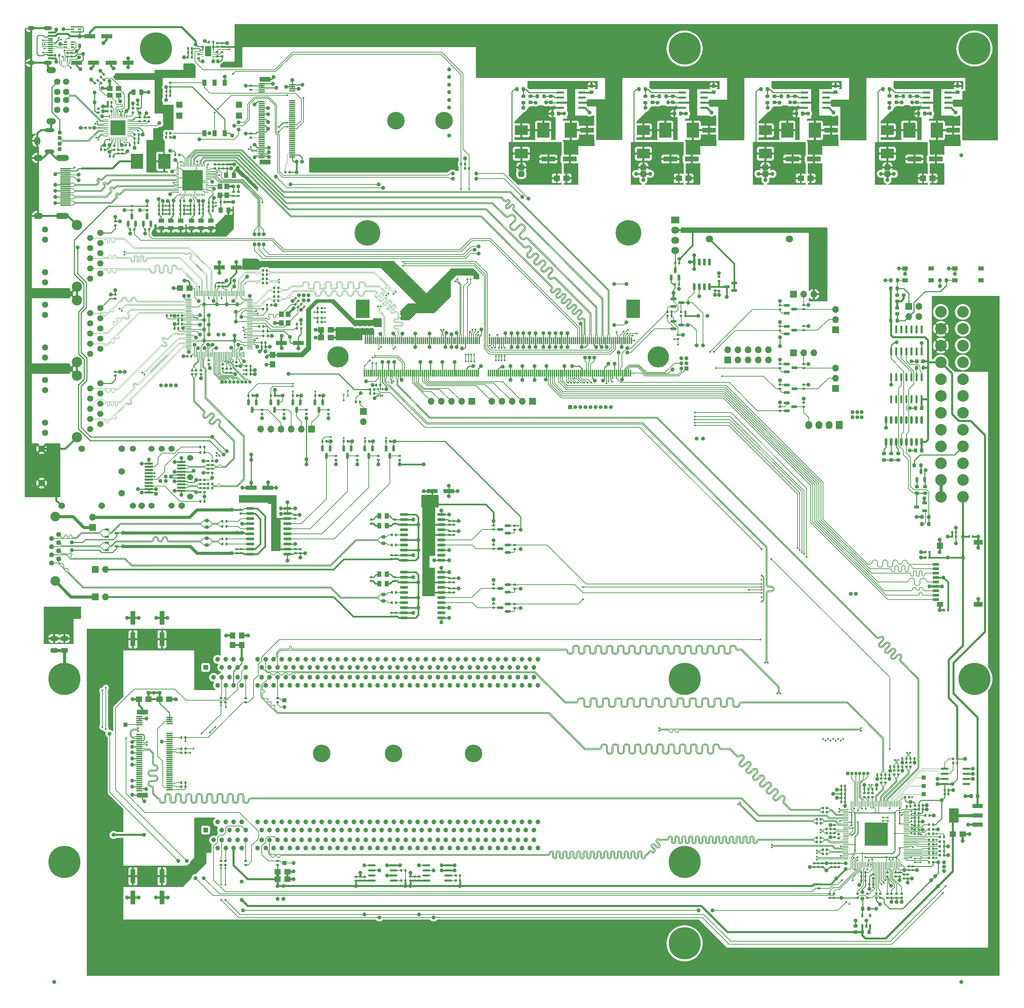
<source format=gtl>
G04 #@! TF.GenerationSoftware,KiCad,Pcbnew,7.0.8*
G04 #@! TF.CreationDate,2024-05-07T21:46:36+03:00*
G04 #@! TF.ProjectId,Tangenta,54616e67-656e-4746-912e-6b696361645f,rev?*
G04 #@! TF.SameCoordinates,Original*
G04 #@! TF.FileFunction,Copper,L1,Top*
G04 #@! TF.FilePolarity,Positive*
%FSLAX46Y46*%
G04 Gerber Fmt 4.6, Leading zero omitted, Abs format (unit mm)*
G04 Created by KiCad (PCBNEW 7.0.8) date 2024-05-07 21:46:36*
%MOMM*%
%LPD*%
G01*
G04 APERTURE LIST*
G04 Aperture macros list*
%AMRoundRect*
0 Rectangle with rounded corners*
0 $1 Rounding radius*
0 $2 $3 $4 $5 $6 $7 $8 $9 X,Y pos of 4 corners*
0 Add a 4 corners polygon primitive as box body*
4,1,4,$2,$3,$4,$5,$6,$7,$8,$9,$2,$3,0*
0 Add four circle primitives for the rounded corners*
1,1,$1+$1,$2,$3*
1,1,$1+$1,$4,$5*
1,1,$1+$1,$6,$7*
1,1,$1+$1,$8,$9*
0 Add four rect primitives between the rounded corners*
20,1,$1+$1,$2,$3,$4,$5,0*
20,1,$1+$1,$4,$5,$6,$7,0*
20,1,$1+$1,$6,$7,$8,$9,0*
20,1,$1+$1,$8,$9,$2,$3,0*%
G04 Aperture macros list end*
G04 #@! TA.AperFunction,SMDPad,CuDef*
%ADD10RoundRect,0.135000X-0.135000X-0.185000X0.135000X-0.185000X0.135000X0.185000X-0.135000X0.185000X0*%
G04 #@! TD*
G04 #@! TA.AperFunction,SMDPad,CuDef*
%ADD11RoundRect,0.140000X-0.140000X-0.170000X0.140000X-0.170000X0.140000X0.170000X-0.140000X0.170000X0*%
G04 #@! TD*
G04 #@! TA.AperFunction,SMDPad,CuDef*
%ADD12RoundRect,0.140000X0.170000X-0.140000X0.170000X0.140000X-0.170000X0.140000X-0.170000X-0.140000X0*%
G04 #@! TD*
G04 #@! TA.AperFunction,SMDPad,CuDef*
%ADD13RoundRect,0.225000X-0.225000X-0.250000X0.225000X-0.250000X0.225000X0.250000X-0.225000X0.250000X0*%
G04 #@! TD*
G04 #@! TA.AperFunction,SMDPad,CuDef*
%ADD14RoundRect,0.135000X0.185000X-0.135000X0.185000X0.135000X-0.185000X0.135000X-0.185000X-0.135000X0*%
G04 #@! TD*
G04 #@! TA.AperFunction,SMDPad,CuDef*
%ADD15RoundRect,0.140000X-0.170000X0.140000X-0.170000X-0.140000X0.170000X-0.140000X0.170000X0.140000X0*%
G04 #@! TD*
G04 #@! TA.AperFunction,ComponentPad*
%ADD16R,1.700000X1.700000*%
G04 #@! TD*
G04 #@! TA.AperFunction,ComponentPad*
%ADD17O,1.700000X1.700000*%
G04 #@! TD*
G04 #@! TA.AperFunction,SMDPad,CuDef*
%ADD18RoundRect,0.135000X-0.185000X0.135000X-0.185000X-0.135000X0.185000X-0.135000X0.185000X0.135000X0*%
G04 #@! TD*
G04 #@! TA.AperFunction,SMDPad,CuDef*
%ADD19RoundRect,0.225000X-0.250000X0.225000X-0.250000X-0.225000X0.250000X-0.225000X0.250000X0.225000X0*%
G04 #@! TD*
G04 #@! TA.AperFunction,SMDPad,CuDef*
%ADD20RoundRect,0.225000X0.250000X-0.225000X0.250000X0.225000X-0.250000X0.225000X-0.250000X-0.225000X0*%
G04 #@! TD*
G04 #@! TA.AperFunction,SMDPad,CuDef*
%ADD21R,0.916002X0.350013*%
G04 #@! TD*
G04 #@! TA.AperFunction,SMDPad,CuDef*
%ADD22R,1.377013X1.132537*%
G04 #@! TD*
G04 #@! TA.AperFunction,SMDPad,CuDef*
%ADD23RoundRect,0.140000X0.140000X0.170000X-0.140000X0.170000X-0.140000X-0.170000X0.140000X-0.170000X0*%
G04 #@! TD*
G04 #@! TA.AperFunction,SMDPad,CuDef*
%ADD24RoundRect,0.200000X0.200000X0.275000X-0.200000X0.275000X-0.200000X-0.275000X0.200000X-0.275000X0*%
G04 #@! TD*
G04 #@! TA.AperFunction,SMDPad,CuDef*
%ADD25R,1.132537X1.377013*%
G04 #@! TD*
G04 #@! TA.AperFunction,SMDPad,CuDef*
%ADD26O,0.200000X1.500000*%
G04 #@! TD*
G04 #@! TA.AperFunction,SMDPad,CuDef*
%ADD27O,1.500000X0.200000*%
G04 #@! TD*
G04 #@! TA.AperFunction,SMDPad,CuDef*
%ADD28R,5.800000X5.800000*%
G04 #@! TD*
G04 #@! TA.AperFunction,SMDPad,CuDef*
%ADD29R,2.800000X1.100000*%
G04 #@! TD*
G04 #@! TA.AperFunction,SMDPad,CuDef*
%ADD30RoundRect,0.150000X-0.587500X-0.150000X0.587500X-0.150000X0.587500X0.150000X-0.587500X0.150000X0*%
G04 #@! TD*
G04 #@! TA.AperFunction,SMDPad,CuDef*
%ADD31RoundRect,0.365853X-0.384147X0.384147X-0.384147X-0.384147X0.384147X-0.384147X0.384147X0.384147X0*%
G04 #@! TD*
G04 #@! TA.AperFunction,SMDPad,CuDef*
%ADD32R,2.000000X0.500000*%
G04 #@! TD*
G04 #@! TA.AperFunction,SMDPad,CuDef*
%ADD33R,1.500000X1.358903*%
G04 #@! TD*
G04 #@! TA.AperFunction,SMDPad,CuDef*
%ADD34R,1.024994X0.280010*%
G04 #@! TD*
G04 #@! TA.AperFunction,SMDPad,CuDef*
%ADD35R,0.280010X1.024994*%
G04 #@! TD*
G04 #@! TA.AperFunction,ComponentPad*
%ADD36C,1.000000*%
G04 #@! TD*
G04 #@! TA.AperFunction,SMDPad,CuDef*
%ADD37R,0.850000X0.850000*%
G04 #@! TD*
G04 #@! TA.AperFunction,SMDPad,CuDef*
%ADD38R,3.700000X3.700000*%
G04 #@! TD*
G04 #@! TA.AperFunction,SMDPad,CuDef*
%ADD39R,3.500000X1.200000*%
G04 #@! TD*
G04 #@! TA.AperFunction,SMDPad,CuDef*
%ADD40R,1.550000X0.300000*%
G04 #@! TD*
G04 #@! TA.AperFunction,SMDPad,CuDef*
%ADD41R,2.750000X1.200000*%
G04 #@! TD*
G04 #@! TA.AperFunction,SMDPad,CuDef*
%ADD42RoundRect,0.135000X0.135000X0.185000X-0.135000X0.185000X-0.135000X-0.185000X0.135000X-0.185000X0*%
G04 #@! TD*
G04 #@! TA.AperFunction,SMDPad,CuDef*
%ADD43R,1.600000X0.700000*%
G04 #@! TD*
G04 #@! TA.AperFunction,SMDPad,CuDef*
%ADD44R,1.500000X1.200000*%
G04 #@! TD*
G04 #@! TA.AperFunction,SMDPad,CuDef*
%ADD45R,2.200000X1.200000*%
G04 #@! TD*
G04 #@! TA.AperFunction,SMDPad,CuDef*
%ADD46R,1.500000X1.600000*%
G04 #@! TD*
G04 #@! TA.AperFunction,SMDPad,CuDef*
%ADD47R,1.200000X3.500000*%
G04 #@! TD*
G04 #@! TA.AperFunction,SMDPad,CuDef*
%ADD48R,2.500000X1.100000*%
G04 #@! TD*
G04 #@! TA.AperFunction,SMDPad,CuDef*
%ADD49R,2.340005X3.600000*%
G04 #@! TD*
G04 #@! TA.AperFunction,SMDPad,CuDef*
%ADD50RoundRect,0.150000X0.875000X0.150000X-0.875000X0.150000X-0.875000X-0.150000X0.875000X-0.150000X0*%
G04 #@! TD*
G04 #@! TA.AperFunction,ComponentPad*
%ADD51C,0.900000*%
G04 #@! TD*
G04 #@! TA.AperFunction,ComponentPad*
%ADD52C,8.000000*%
G04 #@! TD*
G04 #@! TA.AperFunction,ComponentPad*
%ADD53R,1.200000X1.200000*%
G04 #@! TD*
G04 #@! TA.AperFunction,ComponentPad*
%ADD54C,1.200000*%
G04 #@! TD*
G04 #@! TA.AperFunction,ComponentPad*
%ADD55C,1.549403*%
G04 #@! TD*
G04 #@! TA.AperFunction,ComponentPad*
%ADD56C,2.580645*%
G04 #@! TD*
G04 #@! TA.AperFunction,SMDPad,CuDef*
%ADD57RoundRect,0.200000X0.275000X-0.200000X0.275000X0.200000X-0.275000X0.200000X-0.275000X-0.200000X0*%
G04 #@! TD*
G04 #@! TA.AperFunction,SMDPad,CuDef*
%ADD58RoundRect,0.150000X-0.150000X0.587500X-0.150000X-0.587500X0.150000X-0.587500X0.150000X0.587500X0*%
G04 #@! TD*
G04 #@! TA.AperFunction,SMDPad,CuDef*
%ADD59R,1.400000X1.100000*%
G04 #@! TD*
G04 #@! TA.AperFunction,SMDPad,CuDef*
%ADD60R,0.300000X0.500000*%
G04 #@! TD*
G04 #@! TA.AperFunction,SMDPad,CuDef*
%ADD61RoundRect,0.225000X0.225000X0.250000X-0.225000X0.250000X-0.225000X-0.250000X0.225000X-0.250000X0*%
G04 #@! TD*
G04 #@! TA.AperFunction,SMDPad,CuDef*
%ADD62R,0.700000X1.250013*%
G04 #@! TD*
G04 #@! TA.AperFunction,SMDPad,CuDef*
%ADD63R,1.200000X1.400000*%
G04 #@! TD*
G04 #@! TA.AperFunction,ComponentPad*
%ADD64R,1.000000X1.000000*%
G04 #@! TD*
G04 #@! TA.AperFunction,ComponentPad*
%ADD65O,1.000000X1.000000*%
G04 #@! TD*
G04 #@! TA.AperFunction,SMDPad,CuDef*
%ADD66R,3.200000X2.400000*%
G04 #@! TD*
G04 #@! TA.AperFunction,SMDPad,CuDef*
%ADD67R,0.300000X1.750000*%
G04 #@! TD*
G04 #@! TA.AperFunction,SMDPad,CuDef*
%ADD68R,3.500000X4.600000*%
G04 #@! TD*
G04 #@! TA.AperFunction,SMDPad,CuDef*
%ADD69R,1.000000X1.000000*%
G04 #@! TD*
G04 #@! TA.AperFunction,SMDPad,CuDef*
%ADD70O,0.200000X0.700000*%
G04 #@! TD*
G04 #@! TA.AperFunction,SMDPad,CuDef*
%ADD71O,0.700000X0.200000*%
G04 #@! TD*
G04 #@! TA.AperFunction,SMDPad,CuDef*
%ADD72R,5.200000X5.200000*%
G04 #@! TD*
G04 #@! TA.AperFunction,SMDPad,CuDef*
%ADD73R,1.358903X1.500000*%
G04 #@! TD*
G04 #@! TA.AperFunction,SMDPad,CuDef*
%ADD74R,3.029997X3.820015*%
G04 #@! TD*
G04 #@! TA.AperFunction,ComponentPad*
%ADD75C,1.100000*%
G04 #@! TD*
G04 #@! TA.AperFunction,ComponentPad*
%ADD76O,2.400000X1.100000*%
G04 #@! TD*
G04 #@! TA.AperFunction,ComponentPad*
%ADD77O,1.500000X2.100000*%
G04 #@! TD*
G04 #@! TA.AperFunction,SMDPad,CuDef*
%ADD78RoundRect,0.200000X-0.200000X-0.275000X0.200000X-0.275000X0.200000X0.275000X-0.200000X0.275000X0*%
G04 #@! TD*
G04 #@! TA.AperFunction,SMDPad,CuDef*
%ADD79RoundRect,0.140000X-0.219203X-0.021213X-0.021213X-0.219203X0.219203X0.021213X0.021213X0.219203X0*%
G04 #@! TD*
G04 #@! TA.AperFunction,SMDPad,CuDef*
%ADD80RoundRect,0.150000X0.587500X0.150000X-0.587500X0.150000X-0.587500X-0.150000X0.587500X-0.150000X0*%
G04 #@! TD*
G04 #@! TA.AperFunction,SMDPad,CuDef*
%ADD81O,0.602007X1.970993*%
G04 #@! TD*
G04 #@! TA.AperFunction,SMDPad,CuDef*
%ADD82RoundRect,0.200000X-0.275000X0.200000X-0.275000X-0.200000X0.275000X-0.200000X0.275000X0.200000X0*%
G04 #@! TD*
G04 #@! TA.AperFunction,SMDPad,CuDef*
%ADD83O,0.700000X1.800000*%
G04 #@! TD*
G04 #@! TA.AperFunction,ComponentPad*
%ADD84C,2.900000*%
G04 #@! TD*
G04 #@! TA.AperFunction,SMDPad,CuDef*
%ADD85RoundRect,0.140000X0.021213X-0.219203X0.219203X-0.021213X-0.021213X0.219203X-0.219203X0.021213X0*%
G04 #@! TD*
G04 #@! TA.AperFunction,SMDPad,CuDef*
%ADD86R,1.070003X0.600000*%
G04 #@! TD*
G04 #@! TA.AperFunction,SMDPad,CuDef*
%ADD87RoundRect,0.135000X-0.226274X-0.035355X-0.035355X-0.226274X0.226274X0.035355X0.035355X0.226274X0*%
G04 #@! TD*
G04 #@! TA.AperFunction,SMDPad,CuDef*
%ADD88R,1.000000X1.500000*%
G04 #@! TD*
G04 #@! TA.AperFunction,SMDPad,CuDef*
%ADD89R,1.600000X1.500000*%
G04 #@! TD*
G04 #@! TA.AperFunction,SMDPad,CuDef*
%ADD90RoundRect,0.140000X-0.021213X0.219203X-0.219203X0.021213X0.021213X-0.219203X0.219203X-0.021213X0*%
G04 #@! TD*
G04 #@! TA.AperFunction,SMDPad,CuDef*
%ADD91RoundRect,0.250000X-0.625000X0.312500X-0.625000X-0.312500X0.625000X-0.312500X0.625000X0.312500X0*%
G04 #@! TD*
G04 #@! TA.AperFunction,SMDPad,CuDef*
%ADD92RoundRect,0.140000X0.219203X0.021213X0.021213X0.219203X-0.219203X-0.021213X-0.021213X-0.219203X0*%
G04 #@! TD*
G04 #@! TA.AperFunction,ComponentPad*
%ADD93C,5.300000*%
G04 #@! TD*
G04 #@! TA.AperFunction,ComponentPad*
%ADD94R,0.850000X0.850000*%
G04 #@! TD*
G04 #@! TA.AperFunction,ComponentPad*
%ADD95O,0.850000X0.850000*%
G04 #@! TD*
G04 #@! TA.AperFunction,SMDPad,CuDef*
%ADD96O,1.950216X0.568402*%
G04 #@! TD*
G04 #@! TA.AperFunction,SMDPad,CuDef*
%ADD97R,0.500000X0.900000*%
G04 #@! TD*
G04 #@! TA.AperFunction,ComponentPad*
%ADD98C,6.400000*%
G04 #@! TD*
G04 #@! TA.AperFunction,SMDPad,CuDef*
%ADD99R,1.400000X1.200000*%
G04 #@! TD*
G04 #@! TA.AperFunction,SMDPad,CuDef*
%ADD100R,0.200000X0.505004*%
G04 #@! TD*
G04 #@! TA.AperFunction,SMDPad,CuDef*
%ADD101R,0.505004X0.200000*%
G04 #@! TD*
G04 #@! TA.AperFunction,SMDPad,CuDef*
%ADD102RoundRect,0.150000X0.150000X-0.587500X0.150000X0.587500X-0.150000X0.587500X-0.150000X-0.587500X0*%
G04 #@! TD*
G04 #@! TA.AperFunction,SMDPad,CuDef*
%ADD103C,1.000000*%
G04 #@! TD*
G04 #@! TA.AperFunction,SMDPad,CuDef*
%ADD104R,0.750013X1.000000*%
G04 #@! TD*
G04 #@! TA.AperFunction,ComponentPad*
%ADD105C,4.400000*%
G04 #@! TD*
G04 #@! TA.AperFunction,ComponentPad*
%ADD106C,1.600000*%
G04 #@! TD*
G04 #@! TA.AperFunction,ComponentPad*
%ADD107O,2.400000X1.500000*%
G04 #@! TD*
G04 #@! TA.AperFunction,ComponentPad*
%ADD108O,2.100000X1.000000*%
G04 #@! TD*
G04 #@! TA.AperFunction,ComponentPad*
%ADD109O,1.800000X1.000000*%
G04 #@! TD*
G04 #@! TA.AperFunction,SMDPad,CuDef*
%ADD110R,1.150013X0.600000*%
G04 #@! TD*
G04 #@! TA.AperFunction,SMDPad,CuDef*
%ADD111R,1.150013X0.300000*%
G04 #@! TD*
G04 #@! TA.AperFunction,ComponentPad*
%ADD112R,1.730000X2.030000*%
G04 #@! TD*
G04 #@! TA.AperFunction,ComponentPad*
%ADD113O,1.730000X2.030000*%
G04 #@! TD*
G04 #@! TA.AperFunction,SMDPad,CuDef*
%ADD114RoundRect,0.250000X0.650000X-0.325000X0.650000X0.325000X-0.650000X0.325000X-0.650000X-0.325000X0*%
G04 #@! TD*
G04 #@! TA.AperFunction,ComponentPad*
%ADD115C,1.295403*%
G04 #@! TD*
G04 #@! TA.AperFunction,ComponentPad*
%ADD116C,2.400000*%
G04 #@! TD*
G04 #@! TA.AperFunction,ComponentPad*
%ADD117C,1.650013*%
G04 #@! TD*
G04 #@! TA.AperFunction,ComponentPad*
%ADD118C,1.524003*%
G04 #@! TD*
G04 #@! TA.AperFunction,SMDPad,CuDef*
%ADD119R,1.250013X0.700000*%
G04 #@! TD*
G04 #@! TA.AperFunction,SMDPad,CuDef*
%ADD120R,2.600000X0.300000*%
G04 #@! TD*
G04 #@! TA.AperFunction,ComponentPad*
%ADD121O,3.300000X1.500000*%
G04 #@! TD*
G04 #@! TA.AperFunction,ComponentPad*
%ADD122O,2.300000X1.500000*%
G04 #@! TD*
G04 #@! TA.AperFunction,ComponentPad*
%ADD123C,1.800000*%
G04 #@! TD*
G04 #@! TA.AperFunction,SMDPad,CuDef*
%ADD124O,0.573990X2.037998*%
G04 #@! TD*
G04 #@! TA.AperFunction,SMDPad,CuDef*
%ADD125R,1.459995X0.200000*%
G04 #@! TD*
G04 #@! TA.AperFunction,SMDPad,CuDef*
%ADD126R,0.200000X1.459995*%
G04 #@! TD*
G04 #@! TA.AperFunction,ComponentPad*
%ADD127R,2.030000X1.730000*%
G04 #@! TD*
G04 #@! TA.AperFunction,ComponentPad*
%ADD128O,2.030000X1.730000*%
G04 #@! TD*
G04 #@! TA.AperFunction,SMDPad,CuDef*
%ADD129RoundRect,0.135000X0.035355X-0.226274X0.226274X-0.035355X-0.035355X0.226274X-0.226274X0.035355X0*%
G04 #@! TD*
G04 #@! TA.AperFunction,SMDPad,CuDef*
%ADD130R,0.500000X0.750013*%
G04 #@! TD*
G04 #@! TA.AperFunction,SMDPad,CuDef*
%ADD131R,0.450013X0.250013*%
G04 #@! TD*
G04 #@! TA.AperFunction,SMDPad,CuDef*
%ADD132R,1.500000X2.500000*%
G04 #@! TD*
G04 #@! TA.AperFunction,ViaPad*
%ADD133C,1.000000*%
G04 #@! TD*
G04 #@! TA.AperFunction,ViaPad*
%ADD134C,0.500000*%
G04 #@! TD*
G04 #@! TA.AperFunction,Conductor*
%ADD135C,0.254000*%
G04 #@! TD*
G04 #@! TA.AperFunction,Conductor*
%ADD136C,0.508000*%
G04 #@! TD*
G04 #@! TA.AperFunction,Conductor*
%ADD137C,0.177800*%
G04 #@! TD*
G04 #@! TA.AperFunction,Conductor*
%ADD138C,0.250000*%
G04 #@! TD*
G04 #@! TA.AperFunction,Conductor*
%ADD139C,0.381000*%
G04 #@! TD*
G04 #@! TA.AperFunction,Conductor*
%ADD140C,0.127000*%
G04 #@! TD*
G04 #@! TA.AperFunction,Conductor*
%ADD141C,0.101600*%
G04 #@! TD*
G04 #@! TA.AperFunction,Conductor*
%ADD142C,0.762000*%
G04 #@! TD*
G04 #@! TA.AperFunction,Conductor*
%ADD143C,0.152400*%
G04 #@! TD*
G04 #@! TA.AperFunction,Conductor*
%ADD144C,0.109220*%
G04 #@! TD*
G04 APERTURE END LIST*
D10*
X94204600Y-102920800D03*
X95224600Y-102920800D03*
D11*
X233454000Y-226009200D03*
X234414000Y-226009200D03*
D12*
X128324400Y-161056200D03*
X128324400Y-160096200D03*
D13*
X271992775Y-220245400D03*
X273542775Y-220245400D03*
D11*
X70944800Y-44246800D03*
X71904800Y-44246800D03*
D14*
X152677100Y-153661800D03*
X152677100Y-152641800D03*
D10*
X76327000Y-35687000D03*
X77347000Y-35687000D03*
D15*
X118287800Y-240390800D03*
X118287800Y-241350800D03*
D11*
X234927200Y-234696000D03*
X235887200Y-234696000D03*
D12*
X58191400Y-77670600D03*
X58191400Y-76710600D03*
D16*
X52552600Y-153116200D03*
D17*
X52552600Y-150576200D03*
D18*
X157960300Y-152718000D03*
X157960300Y-153738000D03*
D19*
X268599000Y-42887600D03*
X268599000Y-44437600D03*
D14*
X243611400Y-245670800D03*
X243611400Y-244650800D03*
D10*
X129604224Y-241350801D03*
X130624224Y-241350801D03*
D20*
X253486000Y-96662000D03*
X253486000Y-95112000D03*
D21*
X45700948Y-31862013D03*
X45700948Y-32512000D03*
X45700948Y-33161987D03*
X47517052Y-33161987D03*
X47517052Y-32512000D03*
X47517052Y-31862013D03*
D22*
X79629000Y-78410818D03*
X79629000Y-76478382D03*
D14*
X84836000Y-35433000D03*
X84836000Y-34413000D03*
D21*
X47478948Y-28052013D03*
X47478948Y-28702000D03*
X47478948Y-29351987D03*
X49295052Y-29351987D03*
X49295052Y-28702000D03*
X49295052Y-28052013D03*
D23*
X82550000Y-73025000D03*
X81590000Y-73025000D03*
D12*
X208991200Y-94002800D03*
X208991200Y-93042800D03*
D24*
X165284000Y-45466000D03*
X163634000Y-45466000D03*
D11*
X73939400Y-100253800D03*
X74899400Y-100253800D03*
D15*
X142797000Y-165864600D03*
X142797000Y-166824600D03*
D25*
X86437218Y-73886000D03*
X84504782Y-73886000D03*
D12*
X103249200Y-159560200D03*
X103249200Y-158600200D03*
D26*
X242022953Y-237386597D03*
X242423003Y-237386597D03*
X242823054Y-237386597D03*
X243223105Y-237386597D03*
X243623156Y-237386597D03*
X244023207Y-237386597D03*
X244423257Y-237386597D03*
X244823054Y-237386597D03*
X245223359Y-237386597D03*
X245623156Y-237386597D03*
X246023461Y-237386597D03*
X246423003Y-237386597D03*
X246823562Y-237386597D03*
X247223105Y-237386597D03*
X247623156Y-237386597D03*
X248023207Y-237386597D03*
X248423003Y-237386597D03*
X248823054Y-237386597D03*
X249223105Y-237386597D03*
X249622648Y-237386597D03*
X250023207Y-237386597D03*
X250422749Y-237386597D03*
X250823054Y-237386597D03*
X251222851Y-237386597D03*
X251623156Y-237386597D03*
X252022953Y-237386597D03*
X252423003Y-237386597D03*
X252823054Y-237386597D03*
X253223105Y-237386597D03*
X253623156Y-237386597D03*
X254023207Y-237386597D03*
X254423257Y-237386597D03*
D27*
X255822800Y-235987054D03*
X255822800Y-235587004D03*
X255822800Y-235186953D03*
X255822800Y-234786902D03*
X255822800Y-234386851D03*
X255822800Y-233986800D03*
X255822800Y-233586750D03*
X255822800Y-233186953D03*
X255822800Y-232786648D03*
X255822800Y-232386851D03*
X255822800Y-231986546D03*
X255822800Y-231587004D03*
X255822800Y-231186445D03*
X255822800Y-230786902D03*
X255822800Y-230386851D03*
X255822800Y-229986800D03*
X255822800Y-229587004D03*
X255822800Y-229186953D03*
X255822800Y-228786902D03*
X255822800Y-228387359D03*
X255822800Y-227986800D03*
X255822800Y-227587258D03*
X255822800Y-227186953D03*
X255822800Y-226787156D03*
X255822800Y-226386851D03*
X255822800Y-225987054D03*
X255822800Y-225587004D03*
X255822800Y-225186953D03*
X255822800Y-224786902D03*
X255822800Y-224386851D03*
X255822800Y-223986800D03*
X255822800Y-223586750D03*
D26*
X254423257Y-222187207D03*
X254023207Y-222187207D03*
X253623156Y-222187207D03*
X253223105Y-222187207D03*
X252823054Y-222187207D03*
X252423003Y-222187207D03*
X252022953Y-222187207D03*
X251623156Y-222187207D03*
X251222851Y-222187207D03*
X250823054Y-222187207D03*
X250422749Y-222187207D03*
X250023207Y-222187207D03*
X249622648Y-222187207D03*
X249223105Y-222187207D03*
X248823054Y-222187207D03*
X248423003Y-222187207D03*
X248023207Y-222187207D03*
X247623156Y-222187207D03*
X247223105Y-222187207D03*
X246823562Y-222187207D03*
X246423003Y-222187207D03*
X246023461Y-222187207D03*
X245623156Y-222187207D03*
X245223359Y-222187207D03*
X244823054Y-222187207D03*
X244423257Y-222187207D03*
X244023207Y-222187207D03*
X243623156Y-222187207D03*
X243223105Y-222187207D03*
X242823054Y-222187207D03*
X242423003Y-222187207D03*
X242022953Y-222187207D03*
D27*
X240623410Y-223586750D03*
X240623410Y-223986800D03*
X240623410Y-224386851D03*
X240623410Y-224786902D03*
X240623410Y-225186953D03*
X240623410Y-225587004D03*
X240623410Y-225987054D03*
X240623410Y-226386851D03*
X240623410Y-226787156D03*
X240623410Y-227186953D03*
X240623410Y-227587258D03*
X240623410Y-227986800D03*
X240623410Y-228387359D03*
X240623410Y-228786902D03*
X240623410Y-229186953D03*
X240623410Y-229587004D03*
X240623410Y-229986800D03*
X240623410Y-230386851D03*
X240623410Y-230786902D03*
X240623410Y-231186445D03*
X240623410Y-231587004D03*
X240623410Y-231986546D03*
X240623410Y-232386851D03*
X240623410Y-232786648D03*
X240623410Y-233186953D03*
X240623410Y-233586750D03*
X240623410Y-233986800D03*
X240623410Y-234386851D03*
X240623410Y-234786902D03*
X240623410Y-235186953D03*
X240623410Y-235587004D03*
X240623410Y-235987054D03*
D28*
X248223105Y-229786902D03*
D10*
X108760800Y-99339400D03*
X109780800Y-99339400D03*
D18*
X64262000Y-50673000D03*
X64262000Y-51693000D03*
D29*
X88383876Y-88214200D03*
X84183724Y-88214200D03*
D30*
X197662800Y-101636000D03*
X197662800Y-103536000D03*
X199537800Y-102586000D03*
D20*
X197479000Y-47003000D03*
X197479000Y-45453000D03*
D31*
X190113000Y-63200000D03*
X190113000Y-64830000D03*
D32*
X66537451Y-137214349D03*
X66537451Y-138014451D03*
X66537451Y-138814298D03*
X66537451Y-139614400D03*
X66537451Y-140414248D03*
X66537451Y-141214349D03*
X66537451Y-142014451D03*
X66537451Y-142814298D03*
X66537451Y-143614400D03*
X66537451Y-144414502D03*
X74737349Y-144014451D03*
X74737349Y-143214349D03*
X74737349Y-142414502D03*
X74737349Y-141614400D03*
X74737349Y-140814298D03*
X74737349Y-140014451D03*
X74737349Y-139214349D03*
X74737349Y-138414248D03*
X74737349Y-137614400D03*
X74737349Y-136814298D03*
D33*
X111994698Y-103784400D03*
X109594902Y-103784400D03*
D14*
X62349000Y-73916000D03*
X62349000Y-72896000D03*
D34*
X56001000Y-51333873D03*
X56001000Y-51834000D03*
X56001000Y-52333873D03*
X56001000Y-52834000D03*
X56001000Y-53333873D03*
X56001000Y-53834000D03*
X56001000Y-54333873D03*
X56001000Y-54834000D03*
X56001000Y-55333873D03*
D35*
X56863586Y-56196459D03*
X57363459Y-56196459D03*
X57863586Y-56196459D03*
X58363459Y-56196459D03*
X58863586Y-56196459D03*
X59363459Y-56196459D03*
X59863586Y-56196459D03*
X60363459Y-56196459D03*
X60863586Y-56196459D03*
D34*
X61726172Y-55333873D03*
X61726172Y-54834000D03*
X61726172Y-54333873D03*
X61726172Y-53834000D03*
X61726172Y-53333873D03*
X61726172Y-52834000D03*
X61726172Y-52333873D03*
X61726172Y-51834000D03*
X61726172Y-51333873D03*
D35*
X60863586Y-50471287D03*
X60363459Y-50471287D03*
X59863586Y-50471287D03*
X59363459Y-50471287D03*
X58863586Y-50471287D03*
X58363459Y-50471287D03*
X57863586Y-50471287D03*
X57363459Y-50471287D03*
X56863586Y-50471287D03*
D36*
X59863586Y-52333873D03*
D37*
X58863586Y-52333873D03*
D36*
X57863586Y-52333873D03*
D37*
X59863586Y-53333873D03*
X58863586Y-53333873D03*
D38*
X58863586Y-53333873D03*
D37*
X57863586Y-53333873D03*
D36*
X59863586Y-54333873D03*
D37*
X58863586Y-54333873D03*
D36*
X57863586Y-54333873D03*
D39*
X242313053Y-53949600D03*
X236972947Y-53949600D03*
D10*
X108762800Y-101828600D03*
X109782800Y-101828600D03*
X129604224Y-238785401D03*
X130624224Y-238785401D03*
D30*
X197662800Y-96048000D03*
X197662800Y-97948000D03*
X199537800Y-96998000D03*
D40*
X64179000Y-218903600D03*
X71729000Y-218653600D03*
X64179000Y-218403600D03*
X71729000Y-218153600D03*
X64179000Y-217903600D03*
X71729000Y-217653600D03*
X64179000Y-217403600D03*
X71729000Y-217153600D03*
X64179000Y-216903600D03*
X71729000Y-216653600D03*
X64179000Y-216403600D03*
X71729000Y-216153600D03*
X64179000Y-215903600D03*
X71729000Y-215653600D03*
X64179000Y-215403600D03*
X71729000Y-215153600D03*
X64179000Y-214903600D03*
X71729000Y-214653600D03*
X64179000Y-214403600D03*
X71729000Y-214153600D03*
X64179000Y-213903600D03*
X71729000Y-213653600D03*
X64179000Y-213403600D03*
X71729000Y-213153600D03*
X64179000Y-212903600D03*
X71729000Y-212653600D03*
X64179000Y-212403600D03*
X71729000Y-212153600D03*
X64179000Y-211903600D03*
X71729000Y-211653600D03*
X64179000Y-211403600D03*
X71729000Y-211153600D03*
X64179000Y-210903600D03*
X71729000Y-210653600D03*
X64179000Y-210403600D03*
X71729000Y-210153600D03*
X64179000Y-209903600D03*
X71729000Y-209653600D03*
X64179000Y-209403600D03*
X71729000Y-209153600D03*
X64179000Y-208903600D03*
X71729000Y-208653600D03*
X64179000Y-208403600D03*
X71729000Y-208153600D03*
X64179000Y-207903600D03*
X71729000Y-207653600D03*
X64179000Y-207403600D03*
X71729000Y-207153600D03*
X64179000Y-206903600D03*
X71729000Y-206653600D03*
X64179000Y-206403600D03*
X71729000Y-206153600D03*
X64179000Y-205903600D03*
X71729000Y-205653600D03*
X64179000Y-205403600D03*
X71729000Y-205153600D03*
X64179000Y-204903600D03*
X71729000Y-204653600D03*
X64179000Y-202403600D03*
X71729000Y-202153600D03*
X64179000Y-201903600D03*
X71729000Y-201653600D03*
X64179000Y-201403600D03*
X71729000Y-201153600D03*
X64179000Y-200903600D03*
X71729000Y-200653600D03*
X64179000Y-200403600D03*
D41*
X64953000Y-220003600D03*
X64953000Y-199303600D03*
D42*
X122834400Y-118668800D03*
X121814400Y-118668800D03*
D12*
X78994000Y-35941000D03*
X78994000Y-34981000D03*
D15*
X142802400Y-151513600D03*
X142802400Y-152473600D03*
D11*
X265229400Y-173812200D03*
X266189400Y-173812200D03*
D12*
X122096000Y-166522400D03*
X122096000Y-165562400D03*
D15*
X134102024Y-240383241D03*
X134102024Y-241343241D03*
D42*
X262511000Y-229666800D03*
X261491000Y-229666800D03*
D12*
X237007400Y-237970000D03*
X237007400Y-237010000D03*
D43*
X263143910Y-162342064D03*
X263143910Y-163441886D03*
X263143910Y-164541962D03*
X263143910Y-165642038D03*
X263143910Y-166742114D03*
X263143910Y-167841936D03*
X263143910Y-168942013D03*
X263143910Y-170042089D03*
X263143910Y-171141911D03*
D44*
X264143910Y-172342064D03*
D45*
X273744114Y-172342064D03*
D46*
X264143910Y-157742114D03*
D45*
X273744114Y-156841936D03*
D42*
X80418400Y-133096000D03*
X79398400Y-133096000D03*
D14*
X237642400Y-245670800D03*
X237642400Y-244650800D03*
D25*
X126038400Y-152704800D03*
X124105964Y-152704800D03*
D14*
X252069600Y-245668800D03*
X252069600Y-244648800D03*
D47*
X69844000Y-240282947D03*
X69844000Y-245623053D03*
D42*
X262511000Y-228574600D03*
X261491000Y-228574600D03*
D25*
X126034018Y-164797800D03*
X124101582Y-164797800D03*
D48*
X273576904Y-227371375D03*
X273576904Y-225071400D03*
X273576904Y-222771425D03*
D49*
X267636975Y-225071400D03*
D10*
X74668000Y-205615000D03*
X75688000Y-205615000D03*
D16*
X147218400Y-121666000D03*
D17*
X144678400Y-121666000D03*
X142138400Y-121666000D03*
X139598400Y-121666000D03*
X137058400Y-121666000D03*
D50*
X139627400Y-161366200D03*
X139627400Y-160096200D03*
X139627400Y-158826200D03*
X139627400Y-157556200D03*
X139627400Y-156286200D03*
X139627400Y-155016200D03*
X139627400Y-153746200D03*
X139627400Y-152476200D03*
X139627400Y-151206200D03*
X139627400Y-149936200D03*
X130327400Y-149936200D03*
X130327400Y-151206200D03*
X130327400Y-152476200D03*
X130327400Y-153746200D03*
X130327400Y-155016200D03*
X130327400Y-156286200D03*
X130327400Y-157556200D03*
X130327400Y-158826200D03*
X130327400Y-160096200D03*
X130327400Y-161366200D03*
D18*
X250514200Y-215898000D03*
X250514200Y-216918000D03*
D51*
X197400000Y-257050000D03*
X198278680Y-254928680D03*
X198278680Y-259171320D03*
X200400000Y-254050000D03*
D52*
X200400000Y-257050000D03*
D51*
X200400000Y-260050000D03*
X202521320Y-254928680D03*
X202521320Y-259171320D03*
X203400000Y-257050000D03*
D15*
X103124000Y-150015000D03*
X103124000Y-150975000D03*
D18*
X81356200Y-136521000D03*
X81356200Y-137541000D03*
D12*
X81584800Y-112367000D03*
X81584800Y-111407000D03*
D53*
X80750000Y-188094000D03*
D54*
X81750000Y-186094000D03*
X82750000Y-188094000D03*
X83750000Y-186094000D03*
X84750000Y-188094000D03*
X85750000Y-186094000D03*
X86750000Y-188094000D03*
X87750000Y-186094000D03*
X88750000Y-188094000D03*
X89750000Y-186094000D03*
X90750000Y-188094000D03*
X93750000Y-186094000D03*
X94750000Y-188094000D03*
X95750000Y-186094000D03*
X96750000Y-188094000D03*
X97750000Y-186094000D03*
X98750000Y-188094000D03*
X99750000Y-186094000D03*
X100750000Y-188094000D03*
X101750000Y-186094000D03*
X102750000Y-188094000D03*
X103750000Y-186094000D03*
X104750000Y-188094000D03*
X105750000Y-186094000D03*
X106750000Y-188094000D03*
X107750000Y-186094000D03*
X108750000Y-188094000D03*
X109750000Y-186094000D03*
X110750000Y-188094000D03*
X111750000Y-186094000D03*
X112750000Y-188094000D03*
X113750000Y-186094000D03*
X114750000Y-188094000D03*
X115750000Y-186094000D03*
X116750000Y-188094000D03*
X117750000Y-186094000D03*
X118750000Y-188094000D03*
X119750000Y-186094000D03*
X120750000Y-188094000D03*
X121750000Y-186094000D03*
X122750000Y-188094000D03*
X123750000Y-186094000D03*
X124750000Y-188094000D03*
X125750000Y-186094000D03*
X126750000Y-188094000D03*
X127750000Y-186094000D03*
X128750000Y-188094000D03*
X129750000Y-186094000D03*
X130750000Y-188094000D03*
X131750000Y-186094000D03*
X132750000Y-188094000D03*
X133750000Y-186094000D03*
X134750000Y-188094000D03*
X135750000Y-186094000D03*
X136750000Y-188094000D03*
X137750000Y-186094000D03*
X138750000Y-188094000D03*
X139750000Y-186094000D03*
X140750000Y-188094000D03*
X141750000Y-186094000D03*
X142750000Y-188094000D03*
X143750000Y-186094000D03*
X144750000Y-188094000D03*
X145750000Y-186094000D03*
X146750000Y-188094000D03*
X147750000Y-186094000D03*
X148750000Y-188094000D03*
X149750000Y-186094000D03*
X150750000Y-188094000D03*
X151750000Y-186094000D03*
X152750000Y-188094000D03*
X153750000Y-186094000D03*
X154750000Y-188094000D03*
X155750000Y-186094000D03*
X156750000Y-188094000D03*
X157750000Y-186094000D03*
X158750000Y-188094000D03*
X159750000Y-186094000D03*
X160750000Y-188094000D03*
X161750000Y-186094000D03*
X162750000Y-188094000D03*
X163750000Y-186094000D03*
X80750000Y-190594000D03*
X81750000Y-192594000D03*
X82750000Y-190594000D03*
X83750000Y-192594000D03*
X84750000Y-190594000D03*
X85750000Y-192594000D03*
X86750000Y-190594000D03*
X87750000Y-192594000D03*
X88750000Y-190594000D03*
X89750000Y-192594000D03*
X90750000Y-190594000D03*
X93750000Y-192594000D03*
X94750000Y-190594000D03*
X95750000Y-192594000D03*
X96750000Y-190594000D03*
X97750000Y-192594000D03*
X98750000Y-190594000D03*
X99750000Y-192594000D03*
X100750000Y-190594000D03*
X101750000Y-192594000D03*
X102750000Y-190594000D03*
X103750000Y-192594000D03*
X104750000Y-190594000D03*
X105750000Y-192594000D03*
X106750000Y-190594000D03*
X107750000Y-192594000D03*
X108750000Y-190594000D03*
X109750000Y-192594000D03*
X110750000Y-190594000D03*
X111750000Y-192594000D03*
X112750000Y-190594000D03*
X113750000Y-192594000D03*
X114750000Y-190594000D03*
X115750000Y-192594000D03*
X116750000Y-190594000D03*
X117750000Y-192594000D03*
X118750000Y-190594000D03*
X119750000Y-192594000D03*
X120750000Y-190594000D03*
X121750000Y-192594000D03*
X122750000Y-190594000D03*
X123750000Y-192594000D03*
X124750000Y-190594000D03*
X125750000Y-192594000D03*
X126750000Y-190594000D03*
X127750000Y-192594000D03*
X128750000Y-190594000D03*
X129750000Y-192594000D03*
X130750000Y-190594000D03*
X131750000Y-192594000D03*
X132750000Y-190594000D03*
X133750000Y-192594000D03*
X134750000Y-190594000D03*
X135750000Y-192594000D03*
X136750000Y-190594000D03*
X137750000Y-192594000D03*
X138750000Y-190594000D03*
X139750000Y-192594000D03*
X140750000Y-190594000D03*
X141750000Y-192594000D03*
X142750000Y-190594000D03*
X143750000Y-192594000D03*
X144750000Y-190594000D03*
X145750000Y-192594000D03*
X146750000Y-190594000D03*
X147750000Y-192594000D03*
X148750000Y-190594000D03*
X149750000Y-192594000D03*
X150750000Y-190594000D03*
X151750000Y-192594000D03*
X152750000Y-190594000D03*
X153750000Y-192594000D03*
X154750000Y-190594000D03*
X155750000Y-192594000D03*
X156750000Y-190594000D03*
X157750000Y-192594000D03*
X158750000Y-190594000D03*
X159750000Y-192594000D03*
X160750000Y-190594000D03*
X161750000Y-192594000D03*
X162750000Y-190594000D03*
X163750000Y-192594000D03*
D14*
X251053600Y-245670800D03*
X251053600Y-244650800D03*
D40*
X94792000Y-60812000D03*
X102342000Y-60562000D03*
X94792000Y-60312000D03*
X102342000Y-60062000D03*
X94792000Y-59812000D03*
X102342000Y-59562000D03*
X94792000Y-59312000D03*
X102342000Y-59062000D03*
X94792000Y-58812000D03*
X102342000Y-58562000D03*
X94792000Y-58312000D03*
X102342000Y-58062000D03*
X94792000Y-57812000D03*
X102342000Y-57562000D03*
X94792000Y-57312000D03*
X102342000Y-57062000D03*
X94792000Y-56812000D03*
X102342000Y-56562000D03*
X94792000Y-56312000D03*
X102342000Y-56062000D03*
X94792000Y-55812000D03*
X102342000Y-55562000D03*
X94792000Y-55312000D03*
X102342000Y-55062000D03*
X94792000Y-54812000D03*
X102342000Y-54562000D03*
X94792000Y-54312000D03*
X102342000Y-54062000D03*
X94792000Y-53812000D03*
X102342000Y-53562000D03*
X94792000Y-53312000D03*
X102342000Y-53062000D03*
X94792000Y-52812000D03*
X102342000Y-52562000D03*
X94792000Y-52312000D03*
X102342000Y-52062000D03*
X94792000Y-51812000D03*
X102342000Y-51562000D03*
X94792000Y-51312000D03*
X102342000Y-51062000D03*
X94792000Y-50812000D03*
X102342000Y-50562000D03*
X94792000Y-50312000D03*
X102342000Y-50062000D03*
X94792000Y-49812000D03*
X102342000Y-49562000D03*
X94792000Y-49312000D03*
X102342000Y-49062000D03*
X94792000Y-48812000D03*
X102342000Y-48562000D03*
X94792000Y-48312000D03*
X102342000Y-48062000D03*
X94792000Y-47812000D03*
X102342000Y-47562000D03*
X94792000Y-47312000D03*
X102342000Y-47062000D03*
X94792000Y-46812000D03*
X102342000Y-46562000D03*
X94792000Y-44312000D03*
X102342000Y-44062000D03*
X94792000Y-43812000D03*
X102342000Y-43562000D03*
X94792000Y-43312000D03*
X102342000Y-43062000D03*
X94792000Y-42812000D03*
X102342000Y-42562000D03*
X94792000Y-42312000D03*
D41*
X95566000Y-61912000D03*
X95566000Y-41212000D03*
D55*
X54423942Y-98401073D03*
X51883937Y-99671075D03*
X54423942Y-100941078D03*
X51883937Y-102211080D03*
X54423942Y-103481083D03*
X51883937Y-104751085D03*
X54423942Y-106021088D03*
X51883937Y-107291090D03*
X54423942Y-108561093D03*
X51883937Y-109831095D03*
X40634000Y-97496069D03*
X40634000Y-100036074D03*
X40634000Y-108206000D03*
X40634000Y-110746005D03*
D56*
X48583962Y-96375927D03*
X48583962Y-111865893D03*
D10*
X120546400Y-131673600D03*
X121566400Y-131673600D03*
D11*
X97919600Y-96520000D03*
X98879600Y-96520000D03*
D57*
X260423000Y-144593038D03*
X260423000Y-142943038D03*
D58*
X109992200Y-121896900D03*
X108092200Y-121896900D03*
X109042200Y-123771900D03*
D22*
X74506000Y-78421218D03*
X74506000Y-76488782D03*
D10*
X115263200Y-131673600D03*
X116283200Y-131673600D03*
D11*
X239550000Y-219710000D03*
X240510000Y-219710000D03*
D24*
X261360000Y-150497000D03*
X259710000Y-150497000D03*
D33*
X69279102Y-196090000D03*
X71678898Y-196090000D03*
D59*
X255498600Y-88440000D03*
X261998472Y-88440000D03*
X255498600Y-91440000D03*
X261998472Y-91440000D03*
D60*
X124909200Y-118630825D03*
X124409200Y-118630825D03*
X123909200Y-118630825D03*
X123909200Y-120230775D03*
X124409200Y-120230775D03*
X124909200Y-120230775D03*
D57*
X258391000Y-144593038D03*
X258391000Y-142943038D03*
D11*
X233454000Y-231698800D03*
X234414000Y-231698800D03*
D23*
X70033000Y-74837782D03*
X69073000Y-74837782D03*
X258848800Y-225602800D03*
X257888800Y-225602800D03*
D18*
X118618000Y-135255000D03*
X118618000Y-136275000D03*
D23*
X268170600Y-154330400D03*
X267210600Y-154330400D03*
D42*
X101723000Y-64391000D03*
X100703000Y-64391000D03*
X92000800Y-114858800D03*
X90980800Y-114858800D03*
D11*
X244551200Y-241376200D03*
X245511200Y-241376200D03*
X235886400Y-229491000D03*
X236846400Y-229491000D03*
X74407000Y-71613000D03*
X75367000Y-71613000D03*
D14*
X230149400Y-98655600D03*
X230149400Y-97635600D03*
D10*
X60831000Y-57658000D03*
X61851000Y-57658000D03*
D11*
X50828000Y-53340000D03*
X51788000Y-53340000D03*
X70944800Y-45262800D03*
X71904800Y-45262800D03*
D14*
X224231200Y-103915400D03*
X224231200Y-102895400D03*
D11*
X239550000Y-217703400D03*
X240510000Y-217703400D03*
D14*
X152681700Y-173230000D03*
X152681700Y-172210000D03*
D10*
X127252000Y-169367200D03*
X128272000Y-169367200D03*
D11*
X76975000Y-72805782D03*
X77935000Y-72805782D03*
D61*
X199397000Y-49758600D03*
X197847000Y-49758600D03*
D42*
X75688000Y-217934000D03*
X74668000Y-217934000D03*
D19*
X238119000Y-42887600D03*
X238119000Y-44437600D03*
D18*
X238861600Y-229739000D03*
X238861600Y-230759000D03*
X246323200Y-219555600D03*
X246323200Y-220575600D03*
D14*
X152679400Y-168393800D03*
X152679400Y-167373800D03*
D15*
X142797000Y-168404600D03*
X142797000Y-169364600D03*
D42*
X66669000Y-78742000D03*
X65649000Y-78742000D03*
D62*
X258457038Y-141212038D03*
X260356962Y-141212038D03*
X259407000Y-139212038D03*
D33*
X98755200Y-241048000D03*
X101154996Y-241048000D03*
D42*
X248357200Y-218543600D03*
X247337200Y-218543600D03*
D23*
X85443000Y-71854000D03*
X84483000Y-71854000D03*
D10*
X109954600Y-131673600D03*
X110974600Y-131673600D03*
D14*
X198748400Y-106095200D03*
X198748400Y-105075200D03*
D16*
X120142000Y-124226400D03*
D17*
X120142000Y-126766400D03*
D14*
X81356200Y-139498800D03*
X81356200Y-138478800D03*
D18*
X157964900Y-172288200D03*
X157964900Y-173308200D03*
D12*
X58928000Y-59789000D03*
X58928000Y-58829000D03*
D11*
X260555800Y-160705800D03*
X261515800Y-160705800D03*
D42*
X198960200Y-92458300D03*
X197940200Y-92458300D03*
D10*
X198016400Y-87124300D03*
X199036400Y-87124300D03*
D33*
X66471898Y-196090000D03*
X64072102Y-196090000D03*
D10*
X103579200Y-103428800D03*
X104599200Y-103428800D03*
D12*
X78359000Y-114904400D03*
X78359000Y-113944400D03*
D57*
X125196600Y-171513000D03*
X125196600Y-169863000D03*
D14*
X80416400Y-142320200D03*
X80416400Y-141300200D03*
D18*
X83058000Y-62482000D03*
X83058000Y-63502000D03*
X90754200Y-236474000D03*
X90754200Y-237494000D03*
D63*
X99683187Y-99890324D03*
X99683187Y-102090476D03*
X101383213Y-102090476D03*
X101383213Y-99890324D03*
D64*
X200853200Y-113390600D03*
D65*
X199583200Y-113390600D03*
X200853200Y-112120600D03*
X199583200Y-112120600D03*
X200853200Y-110850600D03*
X199583200Y-110850600D03*
D20*
X227959000Y-47003000D03*
X227959000Y-45453000D03*
D66*
X251073000Y-53949594D03*
X251073000Y-59791606D03*
D12*
X59944000Y-59789000D03*
X59944000Y-58829000D03*
D15*
X141659400Y-154053600D03*
X141659400Y-155013600D03*
X120462224Y-240390801D03*
X120462224Y-241350801D03*
D10*
X118311200Y-121818400D03*
X119331200Y-121818400D03*
D11*
X79177000Y-74753218D03*
X80137000Y-74753218D03*
D42*
X80418400Y-146583400D03*
X79398400Y-146583400D03*
D15*
X47244000Y-34572000D03*
X47244000Y-35532000D03*
D67*
X187148000Y-106454000D03*
X186898000Y-114654000D03*
X186648000Y-106454000D03*
X186398000Y-114654000D03*
X186148000Y-106454000D03*
X185898000Y-114654000D03*
X185648000Y-106454000D03*
X185398000Y-114654000D03*
X185148000Y-106454000D03*
X184898000Y-114654000D03*
X184648000Y-106454000D03*
X184398000Y-114654000D03*
X184148000Y-106454000D03*
X183898000Y-114654000D03*
X183648000Y-106454000D03*
X183398000Y-114654000D03*
X183148000Y-106454000D03*
X182898000Y-114654000D03*
X182648000Y-106454000D03*
X182398000Y-114654000D03*
X182148000Y-106454000D03*
X181898000Y-114654000D03*
X181648000Y-106454000D03*
X181398000Y-114654000D03*
X181148000Y-106454000D03*
X180898000Y-114654000D03*
X180648000Y-106454000D03*
X180398000Y-114654000D03*
X180148000Y-106454000D03*
X179898000Y-114654000D03*
X179648000Y-106454000D03*
X179398000Y-114654000D03*
X179148000Y-106454000D03*
X178898000Y-114654000D03*
X178648000Y-106454000D03*
X178398000Y-114654000D03*
X178148000Y-106454000D03*
X177898000Y-114654000D03*
X177648000Y-106454000D03*
X177398000Y-114654000D03*
X177148000Y-106454000D03*
X176898000Y-114654000D03*
X176648000Y-106454000D03*
X176398000Y-114654000D03*
X176148000Y-106454000D03*
X175898000Y-114654000D03*
X175648000Y-106454000D03*
X175398000Y-114654000D03*
X175148000Y-106454000D03*
X174898000Y-114654000D03*
X174648000Y-106454000D03*
X174398000Y-114654000D03*
X174148000Y-106454000D03*
X173898000Y-114654000D03*
X173648000Y-106454000D03*
X173398000Y-114654000D03*
X173148000Y-106454000D03*
X172898000Y-114654000D03*
X172648000Y-106454000D03*
X172398000Y-114654000D03*
X172148000Y-106454000D03*
X171898000Y-114654000D03*
X171648000Y-106454000D03*
X171398000Y-114654000D03*
X171148000Y-106454000D03*
X170898000Y-114654000D03*
X170648000Y-106454000D03*
X170398000Y-114654000D03*
X170148000Y-106454000D03*
X169898000Y-114654000D03*
X169648000Y-106454000D03*
X169398000Y-114654000D03*
X169148000Y-106454000D03*
X168898000Y-114654000D03*
X168648000Y-106454000D03*
X168398000Y-114654000D03*
X168148000Y-106454000D03*
X167898000Y-114654000D03*
X167648000Y-106454000D03*
X167398000Y-114654000D03*
X167148000Y-106454000D03*
X166898000Y-114654000D03*
X166648000Y-106454000D03*
X166398000Y-114654000D03*
X166148000Y-106454000D03*
X165898000Y-114654000D03*
X165648000Y-106454000D03*
X165398000Y-114654000D03*
X165148000Y-106454000D03*
X164898000Y-114654000D03*
X164648000Y-106454000D03*
X164398000Y-114654000D03*
X164148000Y-106454000D03*
X163898000Y-114654000D03*
X163648000Y-106454000D03*
X163398000Y-114654000D03*
X163148000Y-106454000D03*
X162898000Y-114654000D03*
X162648000Y-106454000D03*
X162398000Y-114654000D03*
X162148000Y-106454000D03*
X161898000Y-114654000D03*
X161648000Y-106454000D03*
X161398000Y-114654000D03*
X161148000Y-106454000D03*
X160898000Y-114654000D03*
X160648000Y-106454000D03*
X160398000Y-114654000D03*
X160148000Y-106454000D03*
X159898000Y-114654000D03*
X159648000Y-106454000D03*
X159398000Y-114654000D03*
X159148000Y-106454000D03*
X158898000Y-114654000D03*
X158648000Y-106454000D03*
X158398000Y-114654000D03*
X158148000Y-106454000D03*
X157898000Y-114654000D03*
X157648000Y-106454000D03*
X157398000Y-114654000D03*
X157148000Y-106454000D03*
X156898000Y-114654000D03*
X156648000Y-106454000D03*
X156398000Y-114654000D03*
X156148000Y-106454000D03*
X155898000Y-114654000D03*
X155648000Y-106454000D03*
X155398000Y-114654000D03*
X155148000Y-106454000D03*
X154898000Y-114654000D03*
X154648000Y-106454000D03*
X154398000Y-114654000D03*
X154148000Y-106454000D03*
X153898000Y-114654000D03*
X153648000Y-106454000D03*
X153398000Y-114654000D03*
X153148000Y-106454000D03*
X152898000Y-114654000D03*
X152648000Y-106454000D03*
X152398000Y-114654000D03*
X152148000Y-106454000D03*
X151898000Y-114654000D03*
X151648000Y-106454000D03*
X151398000Y-114654000D03*
X149148000Y-106454000D03*
X148898000Y-114654000D03*
X148648000Y-106454000D03*
X148398000Y-114654000D03*
X148148000Y-106454000D03*
X147898000Y-114654000D03*
X147648000Y-106454000D03*
X147398000Y-114654000D03*
X147148000Y-106454000D03*
X146898000Y-114654000D03*
X146648000Y-106454000D03*
X146398000Y-114654000D03*
X146148000Y-106454000D03*
X145898000Y-114654000D03*
X145648000Y-106454000D03*
X145398000Y-114654000D03*
X145148000Y-106454000D03*
X144898000Y-114654000D03*
X144648000Y-106454000D03*
X144398000Y-114654000D03*
X144148000Y-106454000D03*
X143898000Y-114654000D03*
X143648000Y-106454000D03*
X143398000Y-114654000D03*
X143148000Y-106454000D03*
X142898000Y-114654000D03*
X142648000Y-106454000D03*
X142398000Y-114654000D03*
X142148000Y-106454000D03*
X141898000Y-114654000D03*
X141648000Y-106454000D03*
X141398000Y-114654000D03*
X141148000Y-106454000D03*
X140898000Y-114654000D03*
X140648000Y-106454000D03*
X140398000Y-114654000D03*
X140148000Y-106454000D03*
X139898000Y-114654000D03*
X139648000Y-106454000D03*
X139398000Y-114654000D03*
X139148000Y-106454000D03*
X138898000Y-114654000D03*
X138648000Y-106454000D03*
X138398000Y-114654000D03*
X138148000Y-106454000D03*
X137898000Y-114654000D03*
X137648000Y-106454000D03*
X137398000Y-114654000D03*
X137148000Y-106454000D03*
X136898000Y-114654000D03*
X136648000Y-106454000D03*
X136398000Y-114654000D03*
X136148000Y-106454000D03*
X135898000Y-114654000D03*
X135648000Y-106454000D03*
X135398000Y-114654000D03*
X135148000Y-106454000D03*
X134898000Y-114654000D03*
X134648000Y-106454000D03*
X134398000Y-114654000D03*
X134148000Y-106454000D03*
X133898000Y-114654000D03*
X133648000Y-106454000D03*
X133398000Y-114654000D03*
X133148000Y-106454000D03*
X132898000Y-114654000D03*
X132648000Y-106454000D03*
X132398000Y-114654000D03*
X132148000Y-106454000D03*
X131898000Y-114654000D03*
X131648000Y-106454000D03*
X131398000Y-114654000D03*
X131148000Y-106454000D03*
X130898000Y-114654000D03*
X130648000Y-106454000D03*
X130398000Y-114654000D03*
X130148000Y-106454000D03*
X129898000Y-114654000D03*
X129648000Y-106454000D03*
X129398000Y-114654000D03*
X129148000Y-106454000D03*
X128898000Y-114654000D03*
X128648000Y-106454000D03*
X128398000Y-114654000D03*
X128148000Y-106454000D03*
X127898000Y-114654000D03*
X127648000Y-106454000D03*
X127398000Y-114654000D03*
X127148000Y-106454000D03*
X126898000Y-114654000D03*
X126648000Y-106454000D03*
X126398000Y-114654000D03*
X126148000Y-106454000D03*
X125898000Y-114654000D03*
X125648000Y-106454000D03*
X125398000Y-114654000D03*
X125148000Y-106454000D03*
X124898000Y-114654000D03*
X124648000Y-106454000D03*
X124398000Y-114654000D03*
X124148000Y-106454000D03*
X123898000Y-114654000D03*
X123648000Y-106454000D03*
X123398000Y-114654000D03*
X123148000Y-106454000D03*
X122898000Y-114654000D03*
X122648000Y-106454000D03*
X122398000Y-114654000D03*
X122148000Y-106454000D03*
X121898000Y-114654000D03*
X121648000Y-106454000D03*
X121398000Y-114654000D03*
X121148000Y-106454000D03*
X120898000Y-114654000D03*
X120648000Y-106454000D03*
X120398000Y-114654000D03*
D68*
X187573000Y-98554000D03*
X119973000Y-98554000D03*
D51*
X197400000Y-191010000D03*
X198278680Y-188888680D03*
X198278680Y-193131320D03*
X200400000Y-188010000D03*
D52*
X200400000Y-191010000D03*
D51*
X200400000Y-194010000D03*
X202521320Y-188888680D03*
X202521320Y-193131320D03*
X203400000Y-191010000D03*
D42*
X257860800Y-210921600D03*
X256840800Y-210921600D03*
D69*
X100406200Y-196344000D03*
D55*
X54423942Y-117197073D03*
X51883937Y-118467075D03*
X54423942Y-119737078D03*
X51883937Y-121007080D03*
X54423942Y-122277083D03*
X51883937Y-123547085D03*
X54423942Y-124817088D03*
X51883937Y-126087090D03*
X54423942Y-127357093D03*
X51883937Y-128627095D03*
X40634000Y-116292069D03*
X40634000Y-118832074D03*
X40634000Y-127002000D03*
X40634000Y-129542005D03*
D56*
X48583962Y-115171927D03*
X48583962Y-130661893D03*
D11*
X239550000Y-220726000D03*
X240510000Y-220726000D03*
D22*
X77216000Y-78410818D03*
X77216000Y-76478382D03*
D70*
X80464000Y-62723000D03*
X80064000Y-62723000D03*
X79664000Y-62723000D03*
X79264000Y-62723000D03*
X78864000Y-62723000D03*
X78464000Y-62723000D03*
X78064000Y-62723000D03*
X77664000Y-62723000D03*
X77264000Y-62723000D03*
X76864000Y-62723000D03*
X76464000Y-62723000D03*
X76064000Y-62723000D03*
X75664000Y-62723000D03*
X75264000Y-62723000D03*
X74864000Y-62723000D03*
X74464000Y-62723000D03*
D71*
X73764000Y-63423000D03*
X73764000Y-63823000D03*
X73764000Y-64223000D03*
X73764000Y-64623000D03*
X73764000Y-65023000D03*
X73764000Y-65423000D03*
X73764000Y-65823000D03*
X73764000Y-66223000D03*
X73764000Y-66623000D03*
X73764000Y-67023000D03*
X73764000Y-67423000D03*
X73764000Y-67823000D03*
X73764000Y-68223000D03*
X73764000Y-68623000D03*
X73764000Y-69023000D03*
X73764000Y-69423000D03*
D70*
X74464000Y-70123000D03*
X74864000Y-70123000D03*
X75264000Y-70123000D03*
X75664000Y-70123000D03*
X76064000Y-70123000D03*
X76464000Y-70123000D03*
X76864000Y-70123000D03*
X77264000Y-70123000D03*
X77664000Y-70123000D03*
X78064000Y-70123000D03*
X78464000Y-70123000D03*
X78864000Y-70123000D03*
X79264000Y-70123000D03*
X79664000Y-70123000D03*
X80064000Y-70123000D03*
X80464000Y-70123000D03*
D71*
X81164000Y-69423000D03*
X81164000Y-69023000D03*
X81164000Y-68623000D03*
X81164000Y-68223000D03*
X81164000Y-67823000D03*
X81164000Y-67423000D03*
X81164000Y-67023000D03*
X81164000Y-66623000D03*
X81164000Y-66223000D03*
X81164000Y-65823000D03*
X81164000Y-65423000D03*
X81164000Y-65023000D03*
X81164000Y-64623000D03*
X81164000Y-64223000D03*
X81164000Y-63823000D03*
X81164000Y-63423000D03*
D36*
X79364000Y-64523000D03*
X77464000Y-64523000D03*
X75564000Y-64523000D03*
X79364000Y-66423000D03*
X77464000Y-66423000D03*
D72*
X77464000Y-66423000D03*
D36*
X75564000Y-66423000D03*
X79364000Y-68323000D03*
X77464000Y-68323000D03*
X75564000Y-68323000D03*
D23*
X266316400Y-219811600D03*
X265356400Y-219811600D03*
D61*
X168917000Y-49758600D03*
X167367000Y-49758600D03*
D73*
X89783000Y-182557898D03*
X89783000Y-180158102D03*
D42*
X91998800Y-113842800D03*
X90978800Y-113842800D03*
D74*
X256528024Y-53949600D03*
X263397976Y-53949600D03*
D61*
X260357000Y-49758600D03*
X258807000Y-49758600D03*
D19*
X243128800Y-252717000D03*
X243128800Y-254267000D03*
D33*
X168466102Y-65963800D03*
X170865898Y-65963800D03*
D14*
X83693000Y-35433000D03*
X83693000Y-34413000D03*
D18*
X247339200Y-219555600D03*
X247339200Y-220575600D03*
D12*
X128319000Y-175409800D03*
X128319000Y-174449800D03*
D10*
X102561200Y-120190500D03*
X103581200Y-120190500D03*
D69*
X60700000Y-202412600D03*
D12*
X238988600Y-237970000D03*
X238988600Y-237010000D03*
D42*
X261518400Y-225094800D03*
X260498400Y-225094800D03*
D16*
X211201000Y-111353600D03*
D17*
X211201000Y-108813600D03*
X213741000Y-111353600D03*
X213741000Y-108813600D03*
X216281000Y-111353600D03*
X216281000Y-108813600D03*
X218821000Y-111353600D03*
X218821000Y-108813600D03*
X221361000Y-111353600D03*
X221361000Y-108813600D03*
D42*
X265228800Y-232843800D03*
X264208800Y-232843800D03*
D63*
X86078064Y-70203000D03*
X86078064Y-68002848D03*
X84328000Y-68002848D03*
X84328000Y-70203000D03*
D75*
X44328975Y-54479949D03*
X44328975Y-55880000D03*
X44328975Y-57280050D03*
X44328975Y-58680101D03*
D76*
X41729025Y-53880000D03*
D77*
X38729025Y-56580025D03*
D76*
X41729025Y-59280050D03*
D78*
X244832033Y-254262506D03*
X246482033Y-254262506D03*
D79*
X103186613Y-95927924D03*
X103865435Y-96606746D03*
D11*
X79177000Y-73737218D03*
X80137000Y-73737218D03*
D74*
X226048024Y-53949600D03*
X232917976Y-53949600D03*
D10*
X84933600Y-152908000D03*
X85953600Y-152908000D03*
D16*
X256407000Y-97919000D03*
D17*
X258947000Y-97919000D03*
X256407000Y-100459000D03*
X258947000Y-100459000D03*
D80*
X156258500Y-154620000D03*
X156258500Y-152720000D03*
X154383500Y-153670000D03*
D10*
X251764800Y-212877400D03*
X252784800Y-212877400D03*
D81*
X259582013Y-126293330D03*
X258312010Y-126293330D03*
X257042008Y-126293330D03*
X255772005Y-126293330D03*
X254502003Y-126293330D03*
X253232000Y-126293330D03*
X251961998Y-126293330D03*
X250691995Y-126293330D03*
X250691995Y-131764500D03*
X251961998Y-131764500D03*
X253232000Y-131764500D03*
X254502003Y-131764500D03*
X255772005Y-131764500D03*
X257042008Y-131764500D03*
X258312010Y-131764500D03*
X259582013Y-131764500D03*
D42*
X251536200Y-214934800D03*
X250516200Y-214934800D03*
D11*
X95074800Y-92100400D03*
X96034800Y-92100400D03*
D14*
X230161100Y-113311400D03*
X230161100Y-112291400D03*
D50*
X101170000Y-159867600D03*
X101170000Y-158597600D03*
X101170000Y-157327600D03*
X101170000Y-156057600D03*
X101170000Y-154787600D03*
X101170000Y-153517600D03*
X101170000Y-152247600D03*
X101170000Y-150977600D03*
X101170000Y-149707600D03*
X101170000Y-148437600D03*
X91870000Y-148437600D03*
X91870000Y-149707600D03*
X91870000Y-150977600D03*
X91870000Y-152247600D03*
X91870000Y-153517600D03*
X91870000Y-154787600D03*
X91870000Y-156057600D03*
X91870000Y-157327600D03*
X91870000Y-158597600D03*
X91870000Y-159867600D03*
D42*
X96141000Y-98602800D03*
X95121000Y-98602800D03*
D82*
X251961998Y-134675330D03*
X251961998Y-136325330D03*
D15*
X63754000Y-47526000D03*
X63754000Y-48486000D03*
D39*
X272793053Y-53949600D03*
X267452947Y-53949600D03*
D42*
X62931038Y-78742000D03*
X61911038Y-78742000D03*
D83*
X206603604Y-86842594D03*
X205333601Y-86842594D03*
X204063599Y-86842594D03*
X202793596Y-86842594D03*
X202793596Y-93040206D03*
X204063599Y-93040206D03*
X205333601Y-93040206D03*
X206603604Y-93040206D03*
D18*
X237814200Y-229491000D03*
X237814200Y-230511000D03*
D84*
X264400000Y-145520051D03*
X264400000Y-141319899D03*
X264400000Y-137120000D03*
X264400000Y-132919848D03*
X264400000Y-128719950D03*
X264400000Y-124520051D03*
X264400000Y-120319899D03*
X264400000Y-116120000D03*
X264400000Y-111919848D03*
X264400000Y-107719950D03*
X264400000Y-103520051D03*
X264400000Y-99319899D03*
X269900128Y-145520051D03*
X269900128Y-141319899D03*
X269900128Y-137120000D03*
X269900128Y-132919848D03*
X269900128Y-128719950D03*
X269900128Y-124520051D03*
X269900128Y-120319899D03*
X269900128Y-116120000D03*
X269900128Y-111919848D03*
X269900128Y-107719950D03*
X269900128Y-103520051D03*
X269900128Y-99319899D03*
D42*
X265226800Y-233959400D03*
X264206800Y-233959400D03*
D11*
X56289000Y-48006000D03*
X57249000Y-48006000D03*
D18*
X100380800Y-123769900D03*
X100380800Y-124789900D03*
D15*
X133009824Y-240383241D03*
X133009824Y-241343241D03*
X85090000Y-62484000D03*
X85090000Y-63444000D03*
D85*
X53127589Y-42122411D03*
X53806411Y-41443589D03*
D12*
X127181400Y-161056200D03*
X127181400Y-160096200D03*
D22*
X72093000Y-78421218D03*
X72093000Y-76488782D03*
D39*
X196840947Y-61137800D03*
X202181053Y-61137800D03*
D86*
X56031687Y-153609038D03*
X56031687Y-155508962D03*
X58501841Y-154559000D03*
D50*
X139623800Y-175717200D03*
X139623800Y-174447200D03*
X139623800Y-173177200D03*
X139623800Y-171907200D03*
X139623800Y-170637200D03*
X139623800Y-169367200D03*
X139623800Y-168097200D03*
X139623800Y-166827200D03*
X139623800Y-165557200D03*
X139623800Y-164287200D03*
X130323800Y-164287200D03*
X130323800Y-165557200D03*
X130323800Y-166827200D03*
X130323800Y-168097200D03*
X130323800Y-169367200D03*
X130323800Y-170637200D03*
X130323800Y-171907200D03*
X130323800Y-173177200D03*
X130323800Y-174447200D03*
X130323800Y-175717200D03*
D14*
X254609600Y-245668800D03*
X254609600Y-244648800D03*
D87*
X103114600Y-97405311D03*
X103835848Y-98126559D03*
D14*
X82372200Y-137541000D03*
X82372200Y-136521000D03*
D12*
X88493600Y-159557600D03*
X88493600Y-158597600D03*
D33*
X229426102Y-65963800D03*
X231825898Y-65963800D03*
D80*
X156258500Y-174178000D03*
X156258500Y-172278000D03*
X154383500Y-173228000D03*
D19*
X177159000Y-42887600D03*
X177159000Y-44437600D03*
D10*
X56259000Y-49149000D03*
X57279000Y-49149000D03*
D82*
X81026000Y-155867600D03*
X81026000Y-157517600D03*
D11*
X56289000Y-46992000D03*
X57249000Y-46992000D03*
X234927200Y-223215200D03*
X235887200Y-223215200D03*
D88*
X85518089Y-54689003D03*
X82978084Y-54689003D03*
X80438079Y-54689003D03*
X85518267Y-42086005D03*
X82978084Y-42086259D03*
X80438079Y-42086259D03*
D89*
X89068178Y-47591974D03*
X89068178Y-50292000D03*
X74168000Y-47591974D03*
X74168000Y-50292000D03*
D14*
X246049800Y-245670800D03*
X246049800Y-244650800D03*
X224242900Y-118543800D03*
X224242900Y-117523800D03*
D39*
X181353053Y-53949600D03*
X176012947Y-53949600D03*
D11*
X63020000Y-57023000D03*
X63980000Y-57023000D03*
D14*
X57912000Y-58803000D03*
X57912000Y-57783000D03*
D11*
X239550000Y-218694000D03*
X240510000Y-218694000D03*
D30*
X225947000Y-112354400D03*
X225947000Y-114254400D03*
X227822000Y-113304400D03*
D18*
X111455200Y-123769900D03*
X111455200Y-124789900D03*
D14*
X249301000Y-245670800D03*
X249301000Y-244650800D03*
D10*
X145542000Y-63500000D03*
X146562000Y-63500000D03*
D29*
X61409076Y-37084000D03*
X57208924Y-37084000D03*
D10*
X199535800Y-100300000D03*
X200555800Y-100300000D03*
D18*
X82372200Y-138476800D03*
X82372200Y-139496800D03*
X253796800Y-213838600D03*
X253796800Y-214858600D03*
D42*
X262511000Y-236778800D03*
X261491000Y-236778800D03*
D14*
X230161100Y-123041600D03*
X230161100Y-122021600D03*
D90*
X55330411Y-39919589D03*
X54651589Y-40598411D03*
D91*
X45466000Y-180909500D03*
X45466000Y-183834500D03*
D10*
X43176000Y-35179000D03*
X44196000Y-35179000D03*
D23*
X55598000Y-58801000D03*
X54638000Y-58801000D03*
D92*
X105338635Y-98054546D03*
X104659813Y-97375724D03*
D16*
X238099600Y-103761000D03*
D17*
X238099600Y-101221000D03*
X238099600Y-98681000D03*
D93*
X113780000Y-110560000D03*
D94*
X241154200Y-214630000D03*
D95*
X242154200Y-214630000D03*
X243154200Y-214630000D03*
X244154200Y-214630000D03*
X245154200Y-214630000D03*
X246154200Y-214630000D03*
D58*
X98917800Y-121896900D03*
X97017800Y-121896900D03*
X97967800Y-123771900D03*
D78*
X188960853Y-43688000D03*
X190610853Y-43688000D03*
D15*
X208991200Y-90604400D03*
X208991200Y-91564400D03*
D53*
X80750000Y-228734000D03*
D54*
X81750000Y-226734000D03*
X82750000Y-228734000D03*
X83750000Y-226734000D03*
X84750000Y-228734000D03*
X85750000Y-226734000D03*
X86750000Y-228734000D03*
X87750000Y-226734000D03*
X88750000Y-228734000D03*
X89750000Y-226734000D03*
X90750000Y-228734000D03*
X93750000Y-226734000D03*
X94750000Y-228734000D03*
X95750000Y-226734000D03*
X96750000Y-228734000D03*
X97750000Y-226734000D03*
X98750000Y-228734000D03*
X99750000Y-226734000D03*
X100750000Y-228734000D03*
X101750000Y-226734000D03*
X102750000Y-228734000D03*
X103750000Y-226734000D03*
X104750000Y-228734000D03*
X105750000Y-226734000D03*
X106750000Y-228734000D03*
X107750000Y-226734000D03*
X108750000Y-228734000D03*
X109750000Y-226734000D03*
X110750000Y-228734000D03*
X111750000Y-226734000D03*
X112750000Y-228734000D03*
X113750000Y-226734000D03*
X114750000Y-228734000D03*
X115750000Y-226734000D03*
X116750000Y-228734000D03*
X117750000Y-226734000D03*
X118750000Y-228734000D03*
X119750000Y-226734000D03*
X120750000Y-228734000D03*
X121750000Y-226734000D03*
X122750000Y-228734000D03*
X123750000Y-226734000D03*
X124750000Y-228734000D03*
X125750000Y-226734000D03*
X126750000Y-228734000D03*
X127750000Y-226734000D03*
X128750000Y-228734000D03*
X129750000Y-226734000D03*
X130750000Y-228734000D03*
X131750000Y-226734000D03*
X132750000Y-228734000D03*
X133750000Y-226734000D03*
X134750000Y-228734000D03*
X135750000Y-226734000D03*
X136750000Y-228734000D03*
X137750000Y-226734000D03*
X138750000Y-228734000D03*
X139750000Y-226734000D03*
X140750000Y-228734000D03*
X141750000Y-226734000D03*
X142750000Y-228734000D03*
X143750000Y-226734000D03*
X144750000Y-228734000D03*
X145750000Y-226734000D03*
X146750000Y-228734000D03*
X147750000Y-226734000D03*
X148750000Y-228734000D03*
X149750000Y-226734000D03*
X150750000Y-228734000D03*
X151750000Y-226734000D03*
X152750000Y-228734000D03*
X153750000Y-226734000D03*
X154750000Y-228734000D03*
X155750000Y-226734000D03*
X156750000Y-228734000D03*
X157750000Y-226734000D03*
X158750000Y-228734000D03*
X159750000Y-226734000D03*
X160750000Y-228734000D03*
X161750000Y-226734000D03*
X162750000Y-228734000D03*
X163750000Y-226734000D03*
X80750000Y-231234000D03*
X81750000Y-233234000D03*
X82750000Y-231234000D03*
X83750000Y-233234000D03*
X84750000Y-231234000D03*
X85750000Y-233234000D03*
X86750000Y-231234000D03*
X87750000Y-233234000D03*
X88750000Y-231234000D03*
X89750000Y-233234000D03*
X90750000Y-231234000D03*
X93750000Y-233234000D03*
X94750000Y-231234000D03*
X95750000Y-233234000D03*
X96750000Y-231234000D03*
X97750000Y-233234000D03*
X98750000Y-231234000D03*
X99750000Y-233234000D03*
X100750000Y-231234000D03*
X101750000Y-233234000D03*
X102750000Y-231234000D03*
X103750000Y-233234000D03*
X104750000Y-231234000D03*
X105750000Y-233234000D03*
X106750000Y-231234000D03*
X107750000Y-233234000D03*
X108750000Y-231234000D03*
X109750000Y-233234000D03*
X110750000Y-231234000D03*
X111750000Y-233234000D03*
X112750000Y-231234000D03*
X113750000Y-233234000D03*
X114750000Y-231234000D03*
X115750000Y-233234000D03*
X116750000Y-231234000D03*
X117750000Y-233234000D03*
X118750000Y-231234000D03*
X119750000Y-233234000D03*
X120750000Y-231234000D03*
X121750000Y-233234000D03*
X122750000Y-231234000D03*
X123750000Y-233234000D03*
X124750000Y-231234000D03*
X125750000Y-233234000D03*
X126750000Y-231234000D03*
X127750000Y-233234000D03*
X128750000Y-231234000D03*
X129750000Y-233234000D03*
X130750000Y-231234000D03*
X131750000Y-233234000D03*
X132750000Y-231234000D03*
X133750000Y-233234000D03*
X134750000Y-231234000D03*
X135750000Y-233234000D03*
X136750000Y-231234000D03*
X137750000Y-233234000D03*
X138750000Y-231234000D03*
X139750000Y-233234000D03*
X140750000Y-231234000D03*
X141750000Y-233234000D03*
X142750000Y-231234000D03*
X143750000Y-233234000D03*
X144750000Y-231234000D03*
X145750000Y-233234000D03*
X146750000Y-231234000D03*
X147750000Y-233234000D03*
X148750000Y-231234000D03*
X149750000Y-233234000D03*
X150750000Y-231234000D03*
X151750000Y-233234000D03*
X152750000Y-231234000D03*
X153750000Y-233234000D03*
X154750000Y-231234000D03*
X155750000Y-233234000D03*
X156750000Y-231234000D03*
X157750000Y-233234000D03*
X158750000Y-231234000D03*
X159750000Y-233234000D03*
X160750000Y-231234000D03*
X161750000Y-233234000D03*
X162750000Y-231234000D03*
X163750000Y-233234000D03*
D51*
X197400000Y-33530000D03*
X198278680Y-31408680D03*
X198278680Y-35651320D03*
X200400000Y-30530000D03*
D52*
X200400000Y-33530000D03*
D51*
X200400000Y-36530000D03*
X202521320Y-31408680D03*
X202521320Y-35651320D03*
X203400000Y-33530000D03*
D18*
X252780800Y-213838600D03*
X252780800Y-214858600D03*
D24*
X195764000Y-45466000D03*
X194114000Y-45466000D03*
D10*
X97026000Y-120190500D03*
X98046000Y-120190500D03*
D42*
X64010000Y-54991000D03*
X62990000Y-54991000D03*
D15*
X89560400Y-148745000D03*
X89560400Y-149705000D03*
D14*
X98755200Y-237494000D03*
X98755200Y-236474000D03*
D94*
X84815800Y-116814600D03*
D95*
X85815800Y-116814600D03*
X86815800Y-116814600D03*
X87815800Y-116814600D03*
X88815800Y-116814600D03*
X89815800Y-116814600D03*
X90815800Y-116814600D03*
X91815800Y-116814600D03*
D58*
X93380600Y-121896900D03*
X91480600Y-121896900D03*
X92430600Y-123771900D03*
D15*
X53975000Y-48542000D03*
X53975000Y-49502000D03*
D11*
X72976800Y-103403400D03*
X73936800Y-103403400D03*
D96*
X266224105Y-48361604D03*
X266224105Y-47091601D03*
X266224105Y-45821599D03*
X266224105Y-44551596D03*
X260813895Y-44551596D03*
X260813895Y-45821599D03*
X260813895Y-47091601D03*
X260813895Y-48361604D03*
D22*
X82042000Y-78410818D03*
X82042000Y-76478382D03*
D18*
X249504200Y-215898000D03*
X249504200Y-216918000D03*
D15*
X65532000Y-50701000D03*
X65532000Y-51661000D03*
D18*
X157962600Y-167452000D03*
X157962600Y-168472000D03*
D11*
X73942000Y-101346000D03*
X74902000Y-101346000D03*
D12*
X251053600Y-240309400D03*
X251053600Y-239349400D03*
D23*
X256816800Y-222808800D03*
X255856800Y-222808800D03*
D51*
X197400000Y-236730000D03*
X198278680Y-234608680D03*
X198278680Y-238851320D03*
X200400000Y-233730000D03*
D52*
X200400000Y-236730000D03*
D51*
X200400000Y-239730000D03*
X202521320Y-234608680D03*
X202521320Y-238851320D03*
X203400000Y-236730000D03*
D42*
X75688000Y-216918000D03*
X74668000Y-216918000D03*
D20*
X161919000Y-47003000D03*
X161919000Y-45453000D03*
D97*
X244832033Y-252687706D03*
X245781995Y-252687706D03*
X246731957Y-252687706D03*
X246731957Y-250087756D03*
X244832033Y-250087756D03*
D29*
X103903276Y-107061000D03*
X99703124Y-107061000D03*
D42*
X262511000Y-232308400D03*
X261491000Y-232308400D03*
D96*
X127713929Y-241345845D03*
X127713929Y-240075842D03*
X127713929Y-238805840D03*
X127713929Y-237535837D03*
X122303719Y-237535837D03*
X122303719Y-238805840D03*
X122303719Y-240075842D03*
X122303719Y-241345845D03*
D61*
X246393000Y-248412000D03*
X244843000Y-248412000D03*
D18*
X92069000Y-42797000D03*
X92069000Y-43817000D03*
D11*
X76975000Y-73821782D03*
X77935000Y-73821782D03*
D12*
X253085600Y-240309400D03*
X253085600Y-239349400D03*
D15*
X84074000Y-62484000D03*
X84074000Y-63444000D03*
D29*
X48572924Y-37084000D03*
X52773076Y-37084000D03*
D12*
X232791000Y-237972600D03*
X232791000Y-237012600D03*
D98*
X121180000Y-79560000D03*
D78*
X251899000Y-93474000D03*
X253549000Y-93474000D03*
D23*
X70033000Y-72805782D03*
X69073000Y-72805782D03*
D10*
X143244024Y-241345841D03*
X144264024Y-241345841D03*
D15*
X141654000Y-165864600D03*
X141654000Y-166824600D03*
D11*
X260555800Y-159308800D03*
X261515800Y-159308800D03*
D99*
X59012076Y-43472987D03*
X56811924Y-43472987D03*
X56811924Y-45173013D03*
X59012076Y-45173013D03*
D11*
X71740000Y-74837782D03*
X72700000Y-74837782D03*
D33*
X76764898Y-93345000D03*
X74365102Y-93345000D03*
D15*
X141654000Y-168404600D03*
X141654000Y-169364600D03*
D18*
X62611000Y-48512000D03*
X62611000Y-49532000D03*
D23*
X75367000Y-72805782D03*
X74407000Y-72805782D03*
D10*
X91488800Y-120190500D03*
X92508800Y-120190500D03*
D16*
X53208000Y-163601400D03*
D17*
X55748000Y-163601400D03*
D14*
X230149400Y-103864600D03*
X230149400Y-102844600D03*
D51*
X65320000Y-33530000D03*
X66198680Y-31408680D03*
X66198680Y-35651320D03*
X68320000Y-30530000D03*
D52*
X68320000Y-33530000D03*
D51*
X68320000Y-36530000D03*
X70441320Y-31408680D03*
X70441320Y-35651320D03*
X71320000Y-33530000D03*
D42*
X75688000Y-208409000D03*
X74668000Y-208409000D03*
D12*
X255168400Y-240837600D03*
X255168400Y-239877600D03*
D15*
X87757000Y-69342000D03*
X87757000Y-70302000D03*
D23*
X259864800Y-223570800D03*
X258904800Y-223570800D03*
D11*
X70944800Y-54660800D03*
X71904800Y-54660800D03*
D25*
X64720218Y-44450000D03*
X62787782Y-44450000D03*
D12*
X256159000Y-240837600D03*
X256159000Y-239877600D03*
D42*
X92000800Y-112826800D03*
X90980800Y-112826800D03*
D96*
X235744105Y-48361604D03*
X235744105Y-47091601D03*
X235744105Y-45821599D03*
X235744105Y-44551596D03*
X230333895Y-44551596D03*
X230333895Y-45821599D03*
X230333895Y-47091601D03*
X230333895Y-48361604D03*
D42*
X262509000Y-227380800D03*
X261489000Y-227380800D03*
D11*
X97919600Y-94335600D03*
X98879600Y-94335600D03*
X244553800Y-240360200D03*
X245513800Y-240360200D03*
D19*
X250183998Y-134713130D03*
X250183998Y-136263130D03*
D18*
X123901200Y-135255000D03*
X123901200Y-136275000D03*
D59*
X267944600Y-88440000D03*
X274444472Y-88440000D03*
X267944600Y-91440000D03*
X274444472Y-91440000D03*
D10*
X199535800Y-99284000D03*
X200555800Y-99284000D03*
D31*
X220593000Y-63200000D03*
X220593000Y-64830000D03*
D23*
X266316400Y-218795600D03*
X265356400Y-218795600D03*
D61*
X259595000Y-133923500D03*
X258045000Y-133923500D03*
D12*
X247484900Y-240792000D03*
X247484900Y-239832000D03*
D23*
X70033000Y-73821782D03*
X69073000Y-73821782D03*
D11*
X81661000Y-31877000D03*
X82621000Y-31877000D03*
X239550000Y-221742000D03*
X240510000Y-221742000D03*
D23*
X75367000Y-74837782D03*
X74407000Y-74837782D03*
D10*
X255445800Y-220548200D03*
X256465800Y-220548200D03*
D100*
X45665873Y-36460936D03*
X45266127Y-36460936D03*
D101*
X44715962Y-36611000D03*
X44715962Y-37011102D03*
X44715962Y-37410848D03*
X44715962Y-37810949D03*
D100*
X45266127Y-37961038D03*
X45665873Y-37961038D03*
D101*
X46216038Y-37810949D03*
X46216038Y-37410848D03*
X46216038Y-37011102D03*
X46216038Y-36611000D03*
D12*
X104419400Y-159560200D03*
X104419400Y-158600200D03*
D39*
X257800947Y-61137800D03*
X263141053Y-61137800D03*
D11*
X97919600Y-93319600D03*
X98879600Y-93319600D03*
D102*
X65209000Y-77250500D03*
X67109000Y-77250500D03*
X66159000Y-75375500D03*
D18*
X94843600Y-123769900D03*
X94843600Y-124789900D03*
D14*
X224231200Y-123989600D03*
X224231200Y-122969600D03*
D12*
X58191400Y-95958600D03*
X58191400Y-94998600D03*
D15*
X83693000Y-32131000D03*
X83693000Y-33091000D03*
D14*
X237814200Y-228475000D03*
X237814200Y-227455000D03*
D103*
X269488000Y-266702000D03*
D18*
X90754200Y-195834000D03*
X90754200Y-196854000D03*
D12*
X234772200Y-237972600D03*
X234772200Y-237012600D03*
D66*
X220593000Y-53949594D03*
X220593000Y-59791606D03*
D10*
X108098400Y-120190500D03*
X109118400Y-120190500D03*
D78*
X219440853Y-43688000D03*
X221090853Y-43688000D03*
D104*
X49276000Y-30450407D03*
X49276000Y-32795593D03*
D22*
X69680000Y-78421218D03*
X69680000Y-76488782D03*
D61*
X259976000Y-111635000D03*
X258426000Y-111635000D03*
D30*
X225935300Y-102912600D03*
X225935300Y-104812600D03*
X227810300Y-103862600D03*
D105*
X127706000Y-209619600D03*
D106*
X45935863Y-41838854D03*
X45935863Y-44338727D03*
X45935863Y-46338727D03*
X45935863Y-48838854D03*
X43735964Y-41838854D03*
X43735964Y-44338727D03*
X43735964Y-46338727D03*
X43735964Y-48838854D03*
D107*
X42186053Y-51738778D03*
X42186053Y-38938676D03*
D12*
X257403600Y-238732000D03*
X257403600Y-237772000D03*
D80*
X156260800Y-169352000D03*
X156260800Y-167452000D03*
X154385800Y-168402000D03*
D12*
X207949800Y-94000200D03*
X207949800Y-93040200D03*
D23*
X95704600Y-108026200D03*
X94744600Y-108026200D03*
D82*
X160141000Y-45403000D03*
X160141000Y-47053000D03*
D108*
X41356000Y-28445918D03*
D109*
X37205886Y-28445918D03*
D108*
X41356000Y-37086000D03*
D109*
X37205886Y-37086000D03*
D110*
X42026054Y-29565807D03*
X42026054Y-30365908D03*
D111*
X42026054Y-31516023D03*
X42026054Y-32516023D03*
X42026054Y-33015895D03*
X42026054Y-34015895D03*
D110*
X42026054Y-35965857D03*
X42026054Y-35166010D03*
D111*
X42026054Y-34516023D03*
X42026054Y-33516023D03*
X42026054Y-32015895D03*
X42026054Y-31015895D03*
D29*
X137312400Y-144043400D03*
X141512552Y-144043400D03*
D16*
X238111300Y-118389400D03*
D17*
X238111300Y-115849400D03*
X238111300Y-113309400D03*
D18*
X157960300Y-157537000D03*
X157960300Y-158557000D03*
D112*
X239039400Y-127533400D03*
D113*
X236499400Y-127533400D03*
X233959400Y-127533400D03*
X231419400Y-127533400D03*
D114*
X42926000Y-183848800D03*
X42926000Y-180898800D03*
D115*
X42285000Y-162070010D03*
X44064782Y-161049944D03*
X42285000Y-160030132D03*
X44064782Y-159010066D03*
X42285000Y-157990000D03*
X44064782Y-156969934D03*
X42285000Y-155950122D03*
X44064782Y-154930056D03*
D116*
X43174764Y-150449995D03*
X43174764Y-166550071D03*
D78*
X258376000Y-113286000D03*
X260026000Y-113286000D03*
D10*
X84935600Y-151638000D03*
X85955600Y-151638000D03*
D80*
X156258500Y-159446000D03*
X156258500Y-157546000D03*
X154383500Y-158496000D03*
D39*
X166360947Y-61137800D03*
X171701053Y-61137800D03*
D69*
X260096000Y-219811600D03*
D117*
X39778000Y-133479000D03*
X49778000Y-133479000D03*
X59778000Y-133479000D03*
D118*
X62577847Y-133479000D03*
X67277873Y-133479000D03*
X69778000Y-133479000D03*
X72277873Y-133479000D03*
X76877822Y-135808946D03*
X76877822Y-140609048D03*
X76877822Y-145409150D03*
D117*
X74778000Y-147728936D03*
D118*
X72277873Y-147728936D03*
X67277873Y-147728936D03*
D117*
X64778000Y-147728936D03*
D118*
X62577847Y-147728936D03*
D117*
X54778000Y-147728936D03*
X44778000Y-147728936D03*
X39778000Y-142059137D03*
X59778000Y-144559010D03*
X59778000Y-139158959D03*
D39*
X211833053Y-53949600D03*
X206492947Y-53949600D03*
D42*
X64010000Y-56007000D03*
X62990000Y-56007000D03*
D57*
X81026000Y-153098000D03*
X81026000Y-151448000D03*
D58*
X117155000Y-133380000D03*
X115255000Y-133380000D03*
X116205000Y-135255000D03*
D23*
X258848800Y-226618800D03*
X257888800Y-226618800D03*
D42*
X122836400Y-119735600D03*
X121816400Y-119735600D03*
D69*
X100406200Y-236984000D03*
D14*
X248285000Y-245668800D03*
X248285000Y-244648800D03*
D12*
X254076200Y-240309400D03*
X254076200Y-239349400D03*
D10*
X127252000Y-171907200D03*
X128272000Y-171907200D03*
D96*
X270789410Y-217195408D03*
X270789410Y-215925405D03*
X270789410Y-214655403D03*
X270789410Y-213385400D03*
X265379200Y-213385400D03*
X265379200Y-214655403D03*
X265379200Y-215925405D03*
X265379200Y-217195408D03*
D23*
X247495000Y-242290600D03*
X246535000Y-242290600D03*
D103*
X42920000Y-266702000D03*
D42*
X265230800Y-235051600D03*
X264210800Y-235051600D03*
D24*
X226244000Y-45466000D03*
X224594000Y-45466000D03*
D58*
X127721400Y-133377700D03*
X125821400Y-133377700D03*
X126771400Y-135252700D03*
D14*
X253339600Y-245668800D03*
X253339600Y-244648800D03*
D42*
X265228800Y-230428800D03*
X264208800Y-230428800D03*
D29*
X51874924Y-30480000D03*
X56075076Y-30480000D03*
D14*
X85719000Y-196854000D03*
X85719000Y-195834000D03*
D82*
X221101000Y-45403000D03*
X221101000Y-47053000D03*
D11*
X71740000Y-72805782D03*
X72700000Y-72805782D03*
D12*
X77368400Y-114904400D03*
X77368400Y-113944400D03*
D14*
X224242900Y-113362200D03*
X224242900Y-112342200D03*
D11*
X71740000Y-73821782D03*
X72700000Y-73821782D03*
D10*
X108762800Y-100812600D03*
X109782800Y-100812600D03*
D47*
X69844000Y-181107053D03*
X69844000Y-175766947D03*
D12*
X88392000Y-112849600D03*
X88392000Y-111889600D03*
D103*
X269488000Y-60200000D03*
D23*
X82550000Y-74041000D03*
X81590000Y-74041000D03*
D69*
X260096000Y-215646000D03*
D33*
X198946102Y-65963800D03*
X201345898Y-65963800D03*
D10*
X103579200Y-102362000D03*
X104599200Y-102362000D03*
D25*
X87834218Y-65151000D03*
X85901782Y-65151000D03*
D105*
X147706000Y-209619600D03*
D42*
X265228800Y-231597200D03*
X264208800Y-231597200D03*
D33*
X98755200Y-239143000D03*
X101154996Y-239143000D03*
D78*
X251905000Y-91440000D03*
X253555000Y-91440000D03*
D10*
X248484200Y-214934800D03*
X249504200Y-214934800D03*
D66*
X190113000Y-53949594D03*
X190113000Y-59791606D03*
D11*
X81407000Y-142316200D03*
X82367000Y-142316200D03*
D18*
X245307200Y-219555600D03*
X245307200Y-220575600D03*
D66*
X159633000Y-53949594D03*
X159633000Y-59791606D03*
D23*
X258848800Y-227634800D03*
X257888800Y-227634800D03*
D119*
X260344000Y-148973000D03*
X260344000Y-147073076D03*
X258344000Y-148023038D03*
D42*
X75688000Y-209425000D03*
X74668000Y-209425000D03*
D86*
X56031688Y-156911038D03*
X56031688Y-158810962D03*
X58501842Y-157861000D03*
D11*
X244553800Y-239344200D03*
X245513800Y-239344200D03*
X97919600Y-95478600D03*
X98879600Y-95478600D03*
D14*
X84576000Y-237494000D03*
X84576000Y-236474000D03*
D12*
X233781600Y-237970000D03*
X233781600Y-237010000D03*
D16*
X162407600Y-121666000D03*
D17*
X159867600Y-121666000D03*
X157327600Y-121666000D03*
X154787600Y-121666000D03*
X152247600Y-121666000D03*
D10*
X196104800Y-99284000D03*
X197124800Y-99284000D03*
D18*
X233984800Y-242263200D03*
X233984800Y-243283200D03*
D33*
X259909155Y-65963800D03*
X262308951Y-65963800D03*
D10*
X143242024Y-240075841D03*
X144262024Y-240075841D03*
X95224600Y-105333800D03*
X96244600Y-105333800D03*
D11*
X95074800Y-88950800D03*
X96034800Y-88950800D03*
D69*
X260096000Y-217728800D03*
D120*
X45726989Y-72585064D03*
X45726989Y-72084937D03*
X45726989Y-71585064D03*
X45726989Y-71084937D03*
X45726989Y-70585064D03*
X45726989Y-70084937D03*
X45726989Y-69585064D03*
X45726989Y-69084937D03*
X45726989Y-68585064D03*
X45726989Y-68084937D03*
X45726989Y-67585064D03*
X45726989Y-67084937D03*
X45726989Y-66585064D03*
X45726989Y-66084937D03*
X45726989Y-65585064D03*
X45726989Y-65084937D03*
X45726989Y-64585064D03*
X45726989Y-64084937D03*
X45726989Y-63585064D03*
D121*
X44967019Y-60835000D03*
D122*
X38967019Y-60835000D03*
D121*
X44967019Y-75335128D03*
D122*
X38967019Y-75335128D03*
D24*
X261360000Y-152275000D03*
X259710000Y-152275000D03*
D30*
X225937600Y-122087600D03*
X225937600Y-123987600D03*
X227812600Y-123037600D03*
D74*
X63615024Y-61724000D03*
X70484976Y-61724000D03*
D58*
X104455000Y-121896900D03*
X102555000Y-121896900D03*
X103505000Y-123771900D03*
D18*
X66548000Y-50671000D03*
X66548000Y-51691000D03*
D61*
X229877000Y-49758600D03*
X228327000Y-49758600D03*
D11*
X79177000Y-72721218D03*
X80137000Y-72721218D03*
D18*
X79400400Y-141298200D03*
X79400400Y-142318200D03*
D10*
X267508800Y-211988400D03*
X268528800Y-211988400D03*
D30*
X225937600Y-97705600D03*
X225937600Y-99605600D03*
X227812600Y-98655600D03*
D11*
X95074800Y-89966800D03*
X96034800Y-89966800D03*
D42*
X72087200Y-100253800D03*
X71067200Y-100253800D03*
D15*
X88900000Y-69342000D03*
X88900000Y-70302000D03*
D31*
X251073000Y-63200000D03*
X251073000Y-64830000D03*
D10*
X125829600Y-131673600D03*
X126849600Y-131673600D03*
D42*
X262513000Y-235661200D03*
X261493000Y-235661200D03*
X254814800Y-212877400D03*
X253794800Y-212877400D03*
D78*
X158480853Y-43688000D03*
X160130853Y-43688000D03*
D10*
X108760800Y-98323400D03*
X109780800Y-98323400D03*
D11*
X81409600Y-143306800D03*
X82369600Y-143306800D03*
D12*
X89560400Y-159557600D03*
X89560400Y-158597600D03*
D29*
X92125800Y-143230600D03*
X96325952Y-143230600D03*
D57*
X125171200Y-157162000D03*
X125171200Y-155512000D03*
D25*
X126034018Y-167210749D03*
X124101582Y-167210749D03*
D12*
X128065000Y-166519800D03*
X128065000Y-165559800D03*
D123*
X226611073Y-81102225D03*
X206611327Y-81102225D03*
D11*
X76177200Y-110388400D03*
X77137200Y-110388400D03*
D93*
X193780000Y-110560000D03*
D78*
X249931000Y-43675600D03*
X251581000Y-43675600D03*
D10*
X127252000Y-155016200D03*
X128272000Y-155016200D03*
D18*
X256844800Y-211884800D03*
X256844800Y-212904800D03*
D20*
X258439000Y-46990600D03*
X258439000Y-45440600D03*
D18*
X80416400Y-143304800D03*
X80416400Y-144324800D03*
D33*
X267425854Y-229795800D03*
X269825650Y-229795800D03*
D12*
X58191400Y-115237200D03*
X58191400Y-114277200D03*
D23*
X258848800Y-228650800D03*
X257888800Y-228650800D03*
D20*
X222879000Y-47003000D03*
X222879000Y-45453000D03*
D14*
X85719000Y-237494000D03*
X85719000Y-236474000D03*
D11*
X73942000Y-102336600D03*
X74902000Y-102336600D03*
D51*
X269790000Y-33530000D03*
X270668680Y-31408680D03*
X270668680Y-35651320D03*
X272790000Y-30530000D03*
D52*
X272790000Y-33530000D03*
D51*
X272790000Y-36530000D03*
X274911320Y-31408680D03*
X274911320Y-35651320D03*
X275790000Y-33530000D03*
D14*
X79400400Y-144324800D03*
X79400400Y-143304800D03*
D51*
X42460000Y-236730000D03*
X43338680Y-234608680D03*
X43338680Y-238851320D03*
X45460000Y-233730000D03*
D52*
X45460000Y-236730000D03*
D51*
X45460000Y-239730000D03*
X47581320Y-234608680D03*
X47581320Y-238851320D03*
X48460000Y-236730000D03*
D10*
X123391200Y-117602000D03*
X124411200Y-117602000D03*
D47*
X62605000Y-240282947D03*
X62605000Y-245623053D03*
D64*
X171805600Y-123063000D03*
D65*
X173075600Y-123063000D03*
X174345600Y-123063000D03*
X175615600Y-123063000D03*
X176885600Y-123063000D03*
X178155600Y-123063000D03*
X179425600Y-123063000D03*
X180695600Y-123063000D03*
X181965600Y-123063000D03*
D15*
X141659400Y-151513600D03*
X141659400Y-152473600D03*
X142802400Y-154053600D03*
X142802400Y-155013600D03*
X84836000Y-32131000D03*
X84836000Y-33091000D03*
D102*
X61407000Y-77282500D03*
X63307000Y-77282500D03*
X62357000Y-75407500D03*
D23*
X258848800Y-224586800D03*
X257888800Y-224586800D03*
D11*
X234927200Y-224231200D03*
X235887200Y-224231200D03*
D23*
X57757000Y-60452000D03*
X56797000Y-60452000D03*
X82550000Y-72009000D03*
X81590000Y-72009000D03*
D11*
X95074800Y-91084400D03*
X96034800Y-91084400D03*
D15*
X84988400Y-91976000D03*
X84988400Y-92936000D03*
D14*
X87020400Y-114532600D03*
X87020400Y-113512600D03*
D25*
X126038400Y-150291800D03*
X124105964Y-150291800D03*
D10*
X95220600Y-104140000D03*
X96240600Y-104140000D03*
X267514800Y-210972400D03*
X268534800Y-210972400D03*
D16*
X227609400Y-94921800D03*
D17*
X230149400Y-94921800D03*
X232689400Y-94921800D03*
D16*
X53208000Y-170484800D03*
D17*
X55748000Y-170484800D03*
D11*
X76975000Y-74837782D03*
X77935000Y-74837782D03*
D39*
X227320947Y-61137800D03*
X232661053Y-61137800D03*
D18*
X71932800Y-42085800D03*
X71932800Y-43105800D03*
D23*
X272387000Y-155448000D03*
X271427000Y-155448000D03*
D42*
X80418400Y-134391400D03*
X79398400Y-134391400D03*
D124*
X259582008Y-115596836D03*
X258312005Y-115596836D03*
X257042003Y-115596836D03*
X255772000Y-115596836D03*
X254501997Y-115596836D03*
X253231995Y-115596836D03*
X251961992Y-115596836D03*
X251961992Y-121135063D03*
X253231995Y-121135063D03*
X254501997Y-121135063D03*
X255772000Y-121135063D03*
X257042003Y-121135063D03*
X258312005Y-121135063D03*
X259582008Y-121135063D03*
D15*
X86106000Y-62484000D03*
X86106000Y-63444000D03*
D23*
X75367000Y-73821782D03*
X74407000Y-73821782D03*
D10*
X245307200Y-218543600D03*
X246327200Y-218543600D03*
X144526000Y-62357000D03*
X145546000Y-62357000D03*
D47*
X62605000Y-181107053D03*
X62605000Y-175766947D03*
D82*
X190621000Y-45403000D03*
X190621000Y-47053000D03*
D73*
X87497000Y-182557898D03*
X87497000Y-180158102D03*
D15*
X119370024Y-240385601D03*
X119370024Y-241345601D03*
D14*
X224231200Y-98708400D03*
X224231200Y-97688400D03*
D11*
X76357000Y-34556422D03*
X77317000Y-34556422D03*
D98*
X186380000Y-79560000D03*
D74*
X165088024Y-53949600D03*
X171957976Y-53949600D03*
D102*
X197068400Y-90751900D03*
X198968400Y-90751900D03*
X198018400Y-88876900D03*
D11*
X235886400Y-228475000D03*
X236846400Y-228475000D03*
D23*
X95704600Y-107010200D03*
X94744600Y-107010200D03*
D14*
X152677100Y-158482800D03*
X152677100Y-157462800D03*
X84988400Y-113436400D03*
X84988400Y-112416400D03*
D23*
X259864800Y-222554800D03*
X258904800Y-222554800D03*
D15*
X46228000Y-34572000D03*
X46228000Y-35532000D03*
D42*
X71932800Y-55676800D03*
X70912800Y-55676800D03*
D23*
X258848800Y-229666800D03*
X257888800Y-229666800D03*
D82*
X251581000Y-45390600D03*
X251581000Y-47040600D03*
D11*
X233454000Y-227025200D03*
X234414000Y-227025200D03*
D58*
X122438200Y-133377700D03*
X120538200Y-133377700D03*
X121488200Y-135252700D03*
D12*
X79603600Y-114907000D03*
X79603600Y-113947000D03*
D24*
X265823200Y-91440000D03*
X264173200Y-91440000D03*
D11*
X234927200Y-233680000D03*
X235887200Y-233680000D03*
D82*
X253739998Y-134675330D03*
X253739998Y-136325330D03*
D16*
X107213400Y-128549400D03*
D17*
X104673400Y-128549400D03*
X102133400Y-128549400D03*
X99593400Y-128549400D03*
X97053400Y-128549400D03*
X94513400Y-128549400D03*
D14*
X236626400Y-245670800D03*
X236626400Y-244650800D03*
D15*
X131927600Y-240388200D03*
X131927600Y-241348200D03*
D96*
X174784105Y-48361604D03*
X174784105Y-47091601D03*
X174784105Y-45821599D03*
X174784105Y-44551596D03*
X169373895Y-44551596D03*
X169373895Y-45821599D03*
X169373895Y-47091601D03*
X169373895Y-48361604D03*
D42*
X262513000Y-231190800D03*
X261493000Y-231190800D03*
D80*
X212771200Y-93990200D03*
X212771200Y-92090200D03*
X210896200Y-93040200D03*
D105*
X109706000Y-209619600D03*
D12*
X237998000Y-237970000D03*
X237998000Y-237010000D03*
D15*
X257911600Y-222633600D03*
X257911600Y-223593600D03*
D12*
X128070400Y-152168800D03*
X128070400Y-151208800D03*
D10*
X84935600Y-157327600D03*
X85955600Y-157327600D03*
D51*
X269790000Y-191010000D03*
X270668680Y-188888680D03*
X270668680Y-193131320D03*
X272790000Y-188010000D03*
D52*
X272790000Y-191010000D03*
D51*
X272790000Y-194010000D03*
X274911320Y-188888680D03*
X274911320Y-193131320D03*
X275790000Y-191010000D03*
D12*
X122101400Y-152168800D03*
X122101400Y-151208800D03*
X256387600Y-238732000D03*
X256387600Y-237772000D03*
D74*
X195568024Y-53949600D03*
X202437976Y-53949600D03*
D51*
X42460000Y-191010000D03*
X43338680Y-188888680D03*
X43338680Y-193131320D03*
X45460000Y-188010000D03*
D52*
X45460000Y-191010000D03*
D51*
X45460000Y-194010000D03*
X47581320Y-188888680D03*
X47581320Y-193131320D03*
X48460000Y-191010000D03*
D125*
X76555600Y-96133153D03*
X76555600Y-96532949D03*
X76555600Y-96933000D03*
X76555600Y-97333051D03*
X76555600Y-97733102D03*
X76555600Y-98133153D03*
X76555600Y-98532949D03*
X76555600Y-98933000D03*
X76555600Y-99333051D03*
X76555600Y-99733102D03*
X76555600Y-100133153D03*
X76555600Y-100532949D03*
X76555600Y-100933000D03*
X76555600Y-101333051D03*
X76555600Y-101733102D03*
X76555600Y-102133153D03*
X76555600Y-102532949D03*
X76555600Y-102933000D03*
X76555600Y-103333051D03*
X76555600Y-103733102D03*
X76555600Y-104133153D03*
X76555600Y-104532949D03*
X76555600Y-104933000D03*
X76555600Y-105333051D03*
X76555600Y-105733102D03*
X76555600Y-106133153D03*
X76555600Y-106532949D03*
X76555600Y-106933000D03*
X76555600Y-107333051D03*
X76555600Y-107733102D03*
X76555600Y-108133153D03*
X76555600Y-108532949D03*
D126*
X77985623Y-109962972D03*
X78385419Y-109962972D03*
X78785470Y-109962972D03*
X79185521Y-109962972D03*
X79585572Y-109962972D03*
X79985623Y-109962972D03*
X80385419Y-109962972D03*
X80785470Y-109962972D03*
X81185521Y-109962972D03*
X81585572Y-109962972D03*
X81985623Y-109962972D03*
X82385419Y-109962972D03*
X82785470Y-109962972D03*
X83185521Y-109962972D03*
X83585572Y-109962972D03*
X83985623Y-109962972D03*
X84385419Y-109962972D03*
X84785470Y-109962972D03*
X85185521Y-109962972D03*
X85585572Y-109962972D03*
X85985623Y-109962972D03*
X86385419Y-109962972D03*
X86785470Y-109962972D03*
X87185521Y-109962972D03*
X87585572Y-109962972D03*
X87985623Y-109962972D03*
X88385419Y-109962972D03*
X88785470Y-109962972D03*
X89185521Y-109962972D03*
X89585572Y-109962972D03*
X89985623Y-109962972D03*
X90385419Y-109962972D03*
D125*
X91815442Y-108532949D03*
X91815442Y-108133153D03*
X91815442Y-107733102D03*
X91815442Y-107333051D03*
X91815442Y-106933000D03*
X91815442Y-106532949D03*
X91815442Y-106133153D03*
X91815442Y-105733102D03*
X91815442Y-105333051D03*
X91815442Y-104933000D03*
X91815442Y-104532949D03*
X91815442Y-104133153D03*
X91815442Y-103733102D03*
X91815442Y-103333051D03*
X91815442Y-102933000D03*
X91815442Y-102532949D03*
X91815442Y-102133153D03*
X91815442Y-101733102D03*
X91815442Y-101333051D03*
X91815442Y-100933000D03*
X91815442Y-100532949D03*
X91815442Y-100133153D03*
X91815442Y-99733102D03*
X91815442Y-99333051D03*
X91815442Y-98933000D03*
X91815442Y-98532949D03*
X91815442Y-98133153D03*
X91815442Y-97733102D03*
X91815442Y-97333051D03*
X91815442Y-96933000D03*
X91815442Y-96532949D03*
X91815442Y-96133153D03*
D126*
X90385419Y-94703130D03*
X89985623Y-94703130D03*
X89585572Y-94703130D03*
X89185521Y-94703130D03*
X88785470Y-94703130D03*
X88385419Y-94703130D03*
X87985623Y-94703130D03*
X87585572Y-94703130D03*
X87185521Y-94703130D03*
X86785470Y-94703130D03*
X86385419Y-94703130D03*
X85985623Y-94703130D03*
X85585572Y-94703130D03*
X85185521Y-94703130D03*
X84785470Y-94703130D03*
X84385419Y-94703130D03*
X83985623Y-94703130D03*
X83585572Y-94703130D03*
X83185521Y-94703130D03*
X82785470Y-94703130D03*
X82385419Y-94703130D03*
X81985623Y-94703130D03*
X81585572Y-94703130D03*
X81185521Y-94703130D03*
X80785470Y-94703130D03*
X80385419Y-94703130D03*
X79985623Y-94703130D03*
X79585572Y-94703130D03*
X79185521Y-94703130D03*
X78785470Y-94703130D03*
X78385419Y-94703130D03*
X77985623Y-94703130D03*
D96*
X205264105Y-48361604D03*
X205264105Y-47091601D03*
X205264105Y-45821599D03*
X205264105Y-44551596D03*
X199853895Y-44551596D03*
X199853895Y-45821599D03*
X199853895Y-47091601D03*
X199853895Y-48361604D03*
D33*
X112000796Y-105740200D03*
X109601000Y-105740200D03*
D55*
X54423942Y-79605073D03*
X51883937Y-80875075D03*
X54423942Y-82145078D03*
X51883937Y-83415080D03*
X54423942Y-84685083D03*
X51883937Y-85955085D03*
X54423942Y-87225088D03*
X51883937Y-88495090D03*
X54423942Y-89765093D03*
X51883937Y-91035095D03*
X40634000Y-78700069D03*
X40634000Y-81240074D03*
X40634000Y-89410000D03*
X40634000Y-91950005D03*
D56*
X48583962Y-77579927D03*
X48583962Y-93069893D03*
D14*
X66159000Y-73916000D03*
X66159000Y-72896000D03*
D18*
X255828800Y-211884800D03*
X255828800Y-212904800D03*
D14*
X98755200Y-196854000D03*
X98755200Y-195834000D03*
D61*
X259595000Y-123319000D03*
X258045000Y-123319000D03*
D23*
X268170600Y-155448000D03*
X267210600Y-155448000D03*
D42*
X262513000Y-233426000D03*
X261493000Y-233426000D03*
D10*
X84935600Y-156057600D03*
X85955600Y-156057600D03*
X127252000Y-157556200D03*
X128272000Y-157556200D03*
D14*
X86004400Y-114530600D03*
X86004400Y-113510600D03*
D31*
X159633000Y-63200000D03*
X159633000Y-64830000D03*
D18*
X92069000Y-54739000D03*
X92069000Y-55759000D03*
D20*
X192399000Y-47003000D03*
X192399000Y-45453000D03*
D18*
X105918000Y-123769900D03*
X105918000Y-124789900D03*
D124*
X251961992Y-109197164D03*
X253231995Y-109197164D03*
X254501997Y-109197164D03*
X255772000Y-109197164D03*
X257042003Y-109197164D03*
X258312005Y-109197164D03*
X259582008Y-109197164D03*
X259582008Y-103658937D03*
X258312005Y-103658937D03*
X257042003Y-103658937D03*
X255772000Y-103658937D03*
X254501997Y-103658937D03*
X253231995Y-103658937D03*
X251961992Y-103658937D03*
D23*
X97099000Y-97586800D03*
X96139000Y-97586800D03*
D105*
X140320000Y-51564000D03*
D73*
X97485200Y-110058200D03*
X97485200Y-112457996D03*
D20*
X166999000Y-47003000D03*
X166999000Y-45453000D03*
D18*
X129184400Y-135253000D03*
X129184400Y-136273000D03*
D127*
X198018400Y-76327000D03*
D128*
X198018400Y-78867000D03*
X198018400Y-81407000D03*
X198018400Y-83947000D03*
D11*
X233454000Y-230682800D03*
X234414000Y-230682800D03*
D18*
X113309400Y-135255000D03*
X113309400Y-136275000D03*
D11*
X76357000Y-33528000D03*
X77317000Y-33528000D03*
D19*
X207639000Y-42887600D03*
X207639000Y-44437600D03*
D78*
X257757000Y-137672038D03*
X259407000Y-137672038D03*
D30*
X225947000Y-117541000D03*
X225947000Y-119441000D03*
X227822000Y-118491000D03*
D24*
X256724000Y-45453600D03*
X255074000Y-45453600D03*
D10*
X73150000Y-60071000D03*
X74170000Y-60071000D03*
D78*
X251899000Y-101475000D03*
X253549000Y-101475000D03*
D105*
X128320000Y-51564000D03*
D10*
X196104800Y-100300000D03*
X197124800Y-100300000D03*
D16*
X227621100Y-109575600D03*
D17*
X230161100Y-109575600D03*
X232701100Y-109575600D03*
D14*
X230161100Y-118493000D03*
X230161100Y-117473000D03*
D96*
X141350942Y-241350726D03*
X141350942Y-240080723D03*
X141350942Y-238810721D03*
X141350942Y-237540718D03*
X135940732Y-237540718D03*
X135940732Y-238810721D03*
X135940732Y-240080723D03*
X135940732Y-241350726D03*
D14*
X84576000Y-196854000D03*
X84576000Y-195834000D03*
D42*
X262513000Y-234543600D03*
X261493000Y-234543600D03*
D129*
X54630376Y-42143624D03*
X55351624Y-41422376D03*
D130*
X80036918Y-33177984D03*
D131*
X80036918Y-33933127D03*
X80036918Y-34433000D03*
X80036918Y-34933127D03*
X80036918Y-35433000D03*
X82677000Y-35433000D03*
X82677000Y-34933127D03*
X82677000Y-34433000D03*
X82677000Y-33933127D03*
D130*
X82677000Y-33177984D03*
D132*
X81356959Y-34183064D03*
D58*
X111846400Y-133380000D03*
X109946400Y-133380000D03*
X110896400Y-135255000D03*
D20*
X253359000Y-46990600D03*
X253359000Y-45440600D03*
D10*
X254812800Y-210921600D03*
X255832800Y-210921600D03*
D12*
X127176000Y-175409800D03*
X127176000Y-174449800D03*
D15*
X83997800Y-91976000D03*
X83997800Y-92936000D03*
D19*
X253486000Y-98287000D03*
X253486000Y-99837000D03*
D133*
X268091000Y-49504600D03*
X261741000Y-49758600D03*
X75184000Y-110388400D03*
X64033400Y-245618000D03*
X52197000Y-41275000D03*
D134*
X244729000Y-223393000D03*
X242417600Y-228219000D03*
D133*
X78384400Y-141300200D03*
X248223105Y-231319800D03*
D134*
X219608400Y-170611800D03*
D133*
X234563000Y-42646600D03*
X257042000Y-111635000D03*
X199765000Y-42646600D03*
X81407000Y-34798000D03*
X170408600Y-112877600D03*
X62433200Y-207924400D03*
X143941800Y-168402000D03*
X133146800Y-108102400D03*
X122936000Y-120853200D03*
X97332800Y-105333800D03*
X245307200Y-217527600D03*
X43180000Y-70612000D03*
X68453000Y-175768000D03*
X61163200Y-175768000D03*
X58191400Y-75615800D03*
X173603000Y-42646600D03*
D134*
X263296400Y-235661200D03*
D133*
X202559000Y-44678600D03*
X62433200Y-209397600D03*
X139750800Y-237540800D03*
X172288200Y-112852200D03*
X127889000Y-111815000D03*
X57048400Y-94996000D03*
X59334400Y-76708000D03*
X91821000Y-95300800D03*
X77749400Y-138963400D03*
X89408000Y-112849600D03*
X84175600Y-86893400D03*
X139623800Y-148869400D03*
X70866000Y-46355000D03*
X267944600Y-89814400D03*
X143446500Y-108115100D03*
X119370024Y-239395000D03*
X233039000Y-44678600D03*
X142951200Y-237540718D03*
X260296000Y-145864038D03*
X134391400Y-111815000D03*
X103124000Y-157327600D03*
X74726800Y-135813800D03*
X108204000Y-103784400D03*
X105257600Y-96393000D03*
X96334076Y-141909800D03*
X89687400Y-100533200D03*
X160147000Y-48361600D03*
X178358800Y-108102400D03*
X71882000Y-59055000D03*
X96393000Y-49911000D03*
X68326000Y-144780000D03*
X98425000Y-143230600D03*
X62433200Y-206705200D03*
X62433200Y-219964000D03*
X79011132Y-71590181D03*
X72745600Y-93345000D03*
X255498600Y-89789000D03*
X104089200Y-95123000D03*
X249853800Y-229795800D03*
X80238600Y-139496800D03*
X263519000Y-45948600D03*
X80238600Y-136525000D03*
D134*
X239395000Y-232786648D03*
D133*
X96393000Y-48387000D03*
X172079000Y-44678600D03*
X143941800Y-165862000D03*
X99720400Y-108381800D03*
X76555600Y-95351600D03*
X81792350Y-113352908D03*
D134*
X247497600Y-243052600D03*
D133*
X221132400Y-48361600D03*
X64770000Y-144424400D03*
X73304400Y-196088000D03*
X64770000Y-137210800D03*
X90347800Y-111633000D03*
X104241600Y-150012400D03*
X62433200Y-217881200D03*
X264134600Y-173812200D03*
X141579600Y-164287200D03*
X165150800Y-104648000D03*
X251587000Y-48361600D03*
X93649800Y-108000800D03*
X262640000Y-225092800D03*
X125882400Y-118618000D03*
D134*
X79197200Y-93014800D03*
D133*
X139903200Y-111815000D03*
X96393000Y-51873000D03*
X43180000Y-64897000D03*
X89712800Y-108407200D03*
X233039000Y-45948600D03*
X142951200Y-238810800D03*
X256159000Y-241884200D03*
X254609600Y-46990000D03*
X75107800Y-103352600D03*
X126390400Y-111815000D03*
X251764800Y-213893400D03*
D134*
X263296400Y-234543600D03*
D133*
X129870200Y-104673400D03*
D134*
X256971800Y-235609900D03*
D133*
X54483000Y-39116000D03*
X208991200Y-95097600D03*
X91160600Y-90500200D03*
X142148000Y-104902000D03*
X245772433Y-251366906D03*
X157149800Y-108102400D03*
X72974200Y-144018000D03*
X80416400Y-108331000D03*
X253339600Y-246657400D03*
X140639800Y-108127800D03*
X263658000Y-228572600D03*
X98425000Y-43307000D03*
X96520000Y-58293000D03*
X243992400Y-242493800D03*
X143459200Y-104546400D03*
X202559000Y-47218600D03*
X249224800Y-247269000D03*
X266244800Y-232843800D03*
X141605000Y-40640000D03*
X256794000Y-221742000D03*
X141503400Y-142722600D03*
X105562400Y-159562800D03*
X196240400Y-46990000D03*
X83820000Y-36703000D03*
D134*
X246430800Y-236245400D03*
D133*
X141579600Y-161366200D03*
X127584200Y-104673400D03*
X160147000Y-108102400D03*
X143941800Y-151511000D03*
X126111000Y-237535837D03*
X65963800Y-49707800D03*
X266242800Y-235052195D03*
X43434000Y-36830000D03*
D134*
X83185000Y-93014800D03*
D133*
X106426000Y-95123000D03*
X49530000Y-53340000D03*
D134*
X239191800Y-226568000D03*
D133*
X58191400Y-93878400D03*
D134*
X257057649Y-229353800D03*
D133*
X68326000Y-143611600D03*
D134*
X243611400Y-236245400D03*
X76200000Y-74828400D03*
D133*
X202793600Y-88646000D03*
D134*
X219608400Y-171653200D03*
X76200000Y-72796400D03*
D133*
X99593400Y-149733000D03*
X184720454Y-116226200D03*
X106426000Y-96393000D03*
X96824800Y-108026200D03*
X256661000Y-133923500D03*
X44450000Y-32385000D03*
X76555600Y-109321600D03*
X141605000Y-48260000D03*
X226720400Y-46990000D03*
D134*
X70866000Y-74828400D03*
D133*
X87172800Y-108305600D03*
X103124000Y-148437600D03*
X259892800Y-226618800D03*
X143687800Y-144043400D03*
X73146000Y-61343000D03*
D134*
X83312000Y-72771000D03*
D133*
X71297800Y-245618000D03*
X76975000Y-71564200D03*
X141605000Y-44450000D03*
X165150800Y-108102400D03*
X62433200Y-210870800D03*
X92964000Y-47498000D03*
X93065600Y-114858800D03*
X56769000Y-57674497D03*
X87909400Y-92938600D03*
X254812800Y-211886800D03*
X172079000Y-45948600D03*
X257860800Y-211937600D03*
D134*
X242697000Y-235712000D03*
D133*
X87630000Y-71882000D03*
X71882000Y-69951600D03*
X250692000Y-128208500D03*
X96520000Y-59436000D03*
X263519000Y-43154600D03*
X71323200Y-71577200D03*
X272434400Y-214655403D03*
X84201000Y-89535000D03*
X254076200Y-241274600D03*
X233039000Y-43154600D03*
X205353000Y-42646600D03*
X85991700Y-91478100D03*
X233039000Y-47218600D03*
X163144200Y-108102400D03*
X259892800Y-228650800D03*
X60528200Y-114274600D03*
X126111000Y-240075842D03*
X141503400Y-145338800D03*
X269844952Y-231421400D03*
X87884000Y-62484000D03*
X157149800Y-104648000D03*
X55118000Y-48006000D03*
X259461000Y-159308800D03*
X141579600Y-149936200D03*
X82677000Y-36703000D03*
X158648400Y-104648000D03*
X129692400Y-116306600D03*
X169285000Y-42646600D03*
X141605000Y-42545000D03*
X202559000Y-43154600D03*
X180009800Y-116509800D03*
X202559000Y-45948600D03*
X181381400Y-112268000D03*
X257175000Y-240837600D03*
X96393000Y-53594000D03*
X248355200Y-217527600D03*
X75336400Y-35687000D03*
X55245000Y-32131000D03*
X261569200Y-167843200D03*
X139750800Y-238810800D03*
X263601200Y-215950800D03*
X96520000Y-60579000D03*
X142138400Y-108127800D03*
X139623800Y-176834800D03*
X56769000Y-41656000D03*
X62992000Y-58293000D03*
D134*
X78638400Y-100867651D03*
D133*
X248223105Y-229786902D03*
X246551800Y-229795800D03*
X66548000Y-136194800D03*
X90805000Y-42799000D03*
X73000431Y-100344996D03*
X131927600Y-239420400D03*
D134*
X257403600Y-233019600D03*
D133*
X267512800Y-218795600D03*
X231667400Y-237974600D03*
X65938400Y-200914000D03*
X141605000Y-38735000D03*
X129311400Y-237535837D03*
X147574000Y-112877600D03*
X263519000Y-47218600D03*
D134*
X242722400Y-223393000D03*
D133*
X251536200Y-215950800D03*
X260858000Y-222554800D03*
X62433200Y-216408000D03*
X235858400Y-238838200D03*
X162890200Y-116281200D03*
X102463600Y-96621600D03*
X273735800Y-155448000D03*
X255320800Y-238732000D03*
X258312000Y-150497000D03*
X184658000Y-108102400D03*
X65887600Y-218541600D03*
X264134600Y-156159200D03*
X149529800Y-112877600D03*
X252101000Y-246657400D03*
X246551800Y-231319800D03*
X270505352Y-220245400D03*
X254609600Y-246657400D03*
X236798200Y-227459000D03*
X182905400Y-112268000D03*
X230245000Y-42646600D03*
X72974200Y-141605000D03*
X264718800Y-167843200D03*
X260858000Y-223621600D03*
X59436000Y-46736000D03*
X105257600Y-95123000D03*
X180975000Y-108102400D03*
X137820400Y-161366200D03*
X63855600Y-143611600D03*
X78384400Y-144348200D03*
X95707200Y-109194600D03*
X257200400Y-46990000D03*
X254812800Y-213893400D03*
D134*
X76200000Y-73812400D03*
D133*
X202793600Y-85166200D03*
X104419400Y-160655000D03*
X80518000Y-31623000D03*
X79603600Y-115900200D03*
X90805000Y-54737000D03*
X139623800Y-163220400D03*
X87630000Y-67945000D03*
X201035000Y-42646600D03*
X136906000Y-111815000D03*
X83413600Y-108331000D03*
D134*
X263296400Y-232308400D03*
X70866000Y-73812400D03*
X254584200Y-224993200D03*
X257048000Y-224026750D03*
D133*
X104597200Y-98755200D03*
X54991000Y-43434000D03*
D134*
X242824000Y-238607600D03*
D133*
X266313000Y-42646600D03*
X251962000Y-242673600D03*
X141579600Y-175717200D03*
X168148000Y-108102400D03*
X256661000Y-123319000D03*
X80010000Y-36703000D03*
X102717600Y-98450400D03*
D134*
X77927200Y-100736400D03*
D133*
X87909400Y-91490800D03*
X92964000Y-60706000D03*
X62433200Y-212394800D03*
X260598000Y-138813000D03*
D134*
X219608400Y-165125400D03*
D133*
X265043000Y-42646600D03*
X246551800Y-228144800D03*
D134*
X257048000Y-226517200D03*
D133*
X156895800Y-116281200D03*
X82804000Y-70866000D03*
X98196400Y-97586800D03*
X172079000Y-47218600D03*
X261995000Y-42646600D03*
X259582000Y-107063000D03*
D134*
X259562600Y-229895400D03*
D133*
X72948800Y-55676800D03*
X159893000Y-116281200D03*
X92964000Y-57531000D03*
X141579600Y-173177200D03*
X169646600Y-104648000D03*
X61163200Y-245618000D03*
X70053200Y-71577200D03*
X136652000Y-104673400D03*
X72974200Y-102336600D03*
X57785000Y-38481000D03*
X43180000Y-72136000D03*
X62611000Y-47244000D03*
X255137000Y-95125000D03*
X141579600Y-158826200D03*
D134*
X239386647Y-235186953D03*
X263296400Y-233426000D03*
D133*
X75412600Y-95351600D03*
X204083000Y-42646600D03*
X43180000Y-67564000D03*
X162890200Y-112877600D03*
X193649600Y-47015400D03*
X169646600Y-108102400D03*
D134*
X247497600Y-241528600D03*
D133*
X85521800Y-40538400D03*
X86106000Y-32131000D03*
X179654200Y-108102400D03*
X165912800Y-112877600D03*
X104597200Y-101295200D03*
X88900000Y-67945000D03*
X248285000Y-248412000D03*
X141605000Y-55245000D03*
X249853800Y-231319800D03*
X48514000Y-34163000D03*
X260725000Y-42646600D03*
D134*
X219608400Y-166166800D03*
D133*
X166649400Y-104648000D03*
X143941800Y-154051000D03*
X93065600Y-113842800D03*
X65430400Y-221589600D03*
D134*
X245618000Y-223393000D03*
D133*
X49149000Y-35687000D03*
X141605000Y-46355000D03*
X172079000Y-43154600D03*
X97536000Y-42291000D03*
X253923800Y-88442800D03*
D134*
X83312000Y-72009000D03*
D133*
X248488200Y-215950800D03*
X170555000Y-42646600D03*
X174421800Y-102285800D03*
X85852000Y-180136800D03*
X149606000Y-103657400D03*
X156895800Y-112877600D03*
X159893000Y-112877600D03*
X43434000Y-28727400D03*
X166649400Y-108102400D03*
X59334400Y-114274600D03*
X171145200Y-104648000D03*
X99593400Y-148437600D03*
X258445000Y-238734600D03*
X273735800Y-170967400D03*
X158648400Y-108102400D03*
X231515000Y-42646600D03*
X177977800Y-116509800D03*
X55118000Y-49149000D03*
X136652000Y-108102400D03*
X43180000Y-69088000D03*
X108204000Y-105765600D03*
X72974200Y-139217400D03*
X224104200Y-47040800D03*
X272434400Y-213385400D03*
X78308200Y-105714800D03*
X61208000Y-59184000D03*
X101168200Y-161467800D03*
X201676000Y-86842600D03*
X140868400Y-104546400D03*
X124358400Y-104775000D03*
X238455200Y-218694000D03*
X124891800Y-111815000D03*
D134*
X70866000Y-72796400D03*
D133*
X45212000Y-28702000D03*
X259461000Y-160705800D03*
D134*
X84785200Y-95910400D03*
D133*
X102717600Y-239115600D03*
X142900400Y-111815000D03*
X243128800Y-251358400D03*
X238455200Y-220726000D03*
X88163400Y-114909600D03*
X174650400Y-108102400D03*
X248223105Y-228144800D03*
X273735800Y-158216600D03*
X190627000Y-48361600D03*
X163144200Y-104648000D03*
X161645600Y-104648000D03*
X91338400Y-180136800D03*
X208991200Y-89611200D03*
D134*
X81584800Y-95910400D03*
D133*
X98094800Y-102108000D03*
X71247000Y-175768000D03*
X122428000Y-117602000D03*
X168148000Y-104648000D03*
X68376800Y-245618000D03*
X268173200Y-153187400D03*
X271572152Y-229795800D03*
X74726800Y-145034000D03*
X99720400Y-105333800D03*
X155651200Y-104648000D03*
X95986600Y-112471200D03*
X174873000Y-42646600D03*
X271216552Y-227357400D03*
X263519000Y-44678600D03*
X70866000Y-43180000D03*
X165695300Y-116204200D03*
X235833000Y-42646600D03*
X249853800Y-228144800D03*
X237540800Y-219710000D03*
X171145200Y-108102400D03*
X62484000Y-196088000D03*
X101168200Y-146837400D03*
X268173200Y-157149800D03*
X272434400Y-215925405D03*
X102717600Y-240995200D03*
X264134600Y-159308800D03*
X251962000Y-117477000D03*
X207949800Y-95097600D03*
X163144200Y-47015400D03*
X81407000Y-33655000D03*
X161645600Y-108102400D03*
X63754000Y-46482000D03*
X72974200Y-136804400D03*
X236798200Y-230507000D03*
X266369800Y-88442800D03*
X78841600Y-108331000D03*
X165760400Y-46990000D03*
X154990800Y-113004600D03*
X133146800Y-104673400D03*
X64033400Y-175768000D03*
X52197000Y-38481000D03*
X160147000Y-104648000D03*
X253359000Y-106936000D03*
X135229600Y-144043400D03*
X58210800Y-40642000D03*
X114046000Y-103784400D03*
X105918000Y-137363200D03*
X115493800Y-105333800D03*
X137566400Y-166827200D03*
X272796000Y-52578000D03*
X114046000Y-105333800D03*
X243484400Y-124383800D03*
X214350600Y-53949600D03*
X100380800Y-125882400D03*
X211836000Y-52578000D03*
X92252800Y-145669000D03*
X135229600Y-137388600D03*
X267944600Y-47091600D03*
X89966800Y-145669000D03*
X244602000Y-124383800D03*
X94843600Y-125882400D03*
X138658600Y-147421600D03*
X89966800Y-143230600D03*
X115493800Y-103784400D03*
X105918000Y-125882400D03*
X49473200Y-38711600D03*
X113309400Y-137363200D03*
X135229600Y-147421600D03*
X122301000Y-103759000D03*
X272796000Y-55321200D03*
X93395800Y-145669000D03*
X84963000Y-37693600D03*
X242366800Y-124383800D03*
X242316000Y-52578000D03*
X105918000Y-136118600D03*
X152679400Y-166283600D03*
X135229600Y-145846800D03*
X235204000Y-95834200D03*
X117525800Y-103784400D03*
X275310600Y-53949600D03*
X183870600Y-53949600D03*
X92125800Y-141986000D03*
X230149400Y-120929400D03*
X118618000Y-137363200D03*
X85242400Y-134975600D03*
X121107200Y-103784400D03*
X243484400Y-125603000D03*
X208127600Y-47091600D03*
X137312400Y-152476200D03*
X181356000Y-55321200D03*
X152679400Y-171119800D03*
X75946000Y-38125400D03*
X242366800Y-125603000D03*
X59557000Y-40642000D03*
X129184400Y-137363200D03*
X88722200Y-33092000D03*
X118719600Y-103784400D03*
X111455200Y-125882400D03*
X206984600Y-47091600D03*
X211836000Y-55321200D03*
X176504600Y-47091600D03*
X123901200Y-137363200D03*
X238607600Y-47091600D03*
X50139600Y-34899600D03*
X137312400Y-145567400D03*
X137312400Y-155016200D03*
X98780600Y-158318200D03*
X235204000Y-94615000D03*
X202355800Y-78869000D03*
X92125800Y-136271000D03*
X244830600Y-53949600D03*
X98780600Y-151612600D03*
X119913400Y-103784400D03*
X177647600Y-47091600D03*
X237464600Y-47091600D03*
X269087600Y-47091600D03*
X152677100Y-151551600D03*
X91109800Y-145669000D03*
X92125800Y-134975600D03*
X242316000Y-55321200D03*
X66167000Y-71628000D03*
X77343000Y-38125400D03*
X181356000Y-52578000D03*
X137566400Y-169367200D03*
X86004400Y-37693600D03*
X152677100Y-156372600D03*
X244602000Y-125603000D03*
X118719600Y-104927400D03*
X199034400Y-86055200D03*
X67360800Y-63906400D03*
X137312400Y-147421600D03*
X231261000Y-49758600D03*
X237611000Y-49504600D03*
X265201400Y-237896400D03*
X69279102Y-194474498D03*
X79349600Y-100126800D03*
X203835000Y-100304600D03*
X70764400Y-141554200D03*
X65379600Y-229971600D03*
X263601200Y-217195400D03*
X88341200Y-101752400D03*
X67868800Y-194487800D03*
X266160899Y-160705800D03*
X57759600Y-229971600D03*
X82753200Y-96570800D03*
X101828600Y-105562400D03*
X263753600Y-236778800D03*
D134*
X252907800Y-229590600D03*
X248107200Y-224409000D03*
D133*
X73380600Y-117703600D03*
X238252000Y-240893600D03*
X56769000Y-59309000D03*
D134*
X257048000Y-227431600D03*
D133*
X75463400Y-91516200D03*
X72059800Y-140411200D03*
X262001000Y-241274600D03*
X103505000Y-61798200D03*
X130632200Y-242697000D03*
X79349600Y-102532949D03*
D134*
X242951000Y-224434400D03*
D133*
X81381600Y-107543600D03*
X88341200Y-99314000D03*
D134*
X257041630Y-224746953D03*
D133*
X81584800Y-105003600D03*
X210896200Y-95529400D03*
X102362000Y-41402000D03*
X265201400Y-239014000D03*
X81584800Y-102532949D03*
X64262000Y-49657000D03*
X240665000Y-238480600D03*
X82448400Y-107543600D03*
X118287800Y-242697000D03*
D134*
X263296400Y-229692200D03*
D133*
X100838000Y-43053000D03*
X88900000Y-107543600D03*
X266160899Y-155448000D03*
X82372200Y-140817600D03*
X101422200Y-114782600D03*
X104013000Y-43561000D03*
X65024000Y-54991000D03*
D134*
X248818400Y-224409000D03*
D133*
X267334992Y-217195408D03*
X264617200Y-221335600D03*
D134*
X257048000Y-225806000D03*
D133*
X59817000Y-57658000D03*
X100431600Y-197993000D03*
X206121000Y-100304600D03*
D134*
X257048000Y-228346000D03*
X244830600Y-234569000D03*
D133*
X87625074Y-96564818D03*
X78994000Y-96570800D03*
X269900128Y-160705800D03*
X104902000Y-42545000D03*
X104851200Y-61798200D03*
D134*
X242189000Y-229971600D03*
D133*
X98755200Y-242697000D03*
X80416400Y-145415000D03*
X61417200Y-38201600D03*
X265023600Y-165633400D03*
X77978000Y-107543600D03*
X144272000Y-242697000D03*
X70916800Y-117703600D03*
X72085200Y-117703600D03*
X70764400Y-140411200D03*
X83540600Y-136525000D03*
X265201400Y-236778800D03*
X66497200Y-44450000D03*
X66471800Y-194462400D03*
X270459200Y-210972400D03*
X269900128Y-155448000D03*
X61417200Y-35991800D03*
X131927600Y-242697000D03*
X263017000Y-240258600D03*
X103505000Y-64389000D03*
D134*
X263296400Y-231190800D03*
D133*
X81584800Y-100126800D03*
X100177600Y-242697000D03*
X83947000Y-105003600D03*
X103911400Y-108458000D03*
X69469000Y-141554200D03*
X100177600Y-245922800D03*
X98755200Y-245922800D03*
X79349600Y-105003600D03*
X85242400Y-105003600D03*
D134*
X252907800Y-224409000D03*
D133*
X239522000Y-245668800D03*
X69621400Y-117703600D03*
X207131000Y-49504600D03*
X200781000Y-49758600D03*
X263702800Y-242773200D03*
X89750000Y-241630200D03*
X89750000Y-246202200D03*
X246532400Y-243484400D03*
X170301000Y-49758600D03*
X176651000Y-49504600D03*
X244830600Y-244271800D03*
D134*
X247243600Y-236016800D03*
D133*
X244830600Y-245863500D03*
D134*
X243713000Y-226796600D03*
X242112800Y-226796600D03*
X242900200Y-233730800D03*
X243713000Y-223914200D03*
X242112800Y-224383600D03*
X245541800Y-235508800D03*
D133*
X235889800Y-237007400D03*
D134*
X242900200Y-232384600D03*
X239420400Y-206425800D03*
D133*
X251079000Y-66344800D03*
X240665000Y-237007400D03*
D134*
X236855000Y-206425800D03*
X242112800Y-227584000D03*
X238125000Y-206425800D03*
D133*
X252679200Y-64820800D03*
D134*
X254076200Y-227177600D03*
X237490000Y-205994000D03*
D133*
X249453400Y-64820800D03*
D134*
X254076200Y-233197400D03*
X235585000Y-206425800D03*
D133*
X240512600Y-222758000D03*
D134*
X238760000Y-205994000D03*
X236220000Y-205994000D03*
X234950000Y-205994000D03*
X250825000Y-235508800D03*
X240055400Y-205994000D03*
X254076200Y-223342200D03*
X254076200Y-224383600D03*
X243636800Y-235508800D03*
X253212600Y-235508800D03*
X234385200Y-229333000D03*
X247182200Y-217527600D03*
X234385200Y-228633000D03*
X246482200Y-217527600D03*
X233476800Y-234538000D03*
X220503000Y-186893200D03*
X233476800Y-233838000D03*
X221203000Y-186893200D03*
X66040000Y-207503600D03*
X213772912Y-222345088D03*
X66040000Y-206803600D03*
X214267888Y-221850112D03*
D133*
X76009500Y-236435900D03*
X80314800Y-240741200D03*
D134*
X224276400Y-194665600D03*
X239064800Y-223436775D03*
X223576400Y-194665600D03*
X239064800Y-224136775D03*
D133*
X203860400Y-248843800D03*
D134*
X240792000Y-246684800D03*
X249580400Y-242316000D03*
D133*
X207365600Y-248843800D03*
X90068400Y-248843800D03*
D134*
X239674400Y-241249200D03*
X242417600Y-241249200D03*
X255986800Y-209423000D03*
X256686800Y-209423000D03*
X222199200Y-233064800D03*
X222199200Y-232364800D03*
X250545600Y-241274600D03*
D133*
X102717600Y-236982000D03*
D134*
X244449600Y-203281800D03*
X253639800Y-211257620D03*
X63855600Y-203281800D03*
X194106800Y-203281800D03*
X194106800Y-203981800D03*
X63855600Y-203981800D03*
X244449600Y-203981800D03*
X252939800Y-211257620D03*
D133*
X73939400Y-236448600D03*
X69799200Y-206654400D03*
X56743600Y-204673200D03*
X78232000Y-240741200D03*
X248716800Y-59791600D03*
X218236800Y-59791600D03*
X187756800Y-59791600D03*
X157276800Y-59791600D03*
X129819400Y-99796600D03*
X80365600Y-106527600D03*
X123063000Y-101447600D03*
X124155200Y-102590600D03*
X136779000Y-97231200D03*
X80365600Y-101346000D03*
X134493000Y-98679000D03*
X80365600Y-103733600D03*
X222326200Y-64820800D03*
X88696800Y-97434400D03*
X124155200Y-101447600D03*
X129819400Y-100939600D03*
X91719400Y-88214200D03*
X80365600Y-97434400D03*
X83566000Y-97434400D03*
X92862400Y-88214200D03*
X92862400Y-86766400D03*
X90576400Y-86766400D03*
X220599000Y-66395600D03*
X88392000Y-86842600D03*
X94284800Y-109220000D03*
X87985600Y-105232200D03*
X96012000Y-110515400D03*
X87985600Y-106527600D03*
X135636000Y-98679000D03*
X136779000Y-98679000D03*
X147878800Y-89585800D03*
X91719400Y-86766400D03*
X146710400Y-89585800D03*
X134493000Y-97231200D03*
X90576400Y-88214200D03*
X218871800Y-64820800D03*
X148437600Y-90601800D03*
X99263200Y-110058200D03*
X86004400Y-97434400D03*
X123063000Y-102590600D03*
X135636000Y-97231200D03*
X88747600Y-63347600D03*
X159435800Y-153720800D03*
X224231200Y-107823000D03*
X145542000Y-60960000D03*
X85267800Y-76733400D03*
X197662800Y-94589600D03*
X224231200Y-105638600D03*
X91084400Y-65913000D03*
X65659000Y-79756000D03*
X91922600Y-66776600D03*
X159435800Y-168468000D03*
X110210600Y-120192800D03*
X48768000Y-83210400D03*
X127939800Y-131673600D03*
X86436200Y-76733400D03*
X159435800Y-173304200D03*
X199999600Y-105054400D03*
X191770000Y-64820800D03*
X61911038Y-79756000D03*
X107467400Y-63347600D03*
X122656600Y-131673600D03*
X117373400Y-131673600D03*
X100050600Y-120192800D03*
X224242900Y-111252000D03*
X108737400Y-63347600D03*
X143154400Y-61569600D03*
X224231200Y-96598200D03*
X224231200Y-121869200D03*
X159435800Y-158546800D03*
X224231200Y-116433600D03*
X112064800Y-131673600D03*
X104673400Y-120192800D03*
X93599000Y-120192800D03*
X190119000Y-66395600D03*
X143154400Y-63068200D03*
X188315600Y-64820800D03*
X86436200Y-75590400D03*
X68122800Y-79756000D03*
X86004400Y-134112000D03*
X92786200Y-67640200D03*
X224231200Y-101805200D03*
X98044000Y-118745000D03*
X82423000Y-130530600D03*
X144780000Y-108458000D03*
X78232000Y-32512000D03*
X48768000Y-173786800D03*
X46482000Y-175260000D03*
X46482000Y-173786800D03*
X41173400Y-144729200D03*
X38887400Y-144729200D03*
X97764600Y-40589200D03*
X48768000Y-175260000D03*
X43459400Y-144729200D03*
X36601400Y-144729200D03*
D134*
X44611261Y-31321715D03*
X143135512Y-91687488D03*
X40507000Y-32514000D03*
X40513000Y-33528000D03*
D133*
X54864000Y-50419000D03*
X52959000Y-53340000D03*
X53035200Y-46964600D03*
X53035200Y-44500800D03*
X55499000Y-57658000D03*
X60960000Y-49149000D03*
D134*
X53714488Y-51822512D03*
X53219512Y-52317488D03*
X140248000Y-103807799D03*
X59963523Y-49191499D03*
X143630488Y-91192512D03*
X44116285Y-30826739D03*
X45466000Y-34036000D03*
X40132000Y-31496000D03*
X146812000Y-104267000D03*
X86741000Y-33782000D03*
X146913600Y-91135200D03*
X146562000Y-68634800D03*
X144526000Y-68605400D03*
X146151600Y-91135200D03*
X87579200Y-39827200D03*
X47117000Y-38354000D03*
X187807600Y-106451400D03*
X187350488Y-105206175D03*
X188468000Y-104749600D03*
D133*
X197358000Y-113660800D03*
D134*
X186105800Y-104673400D03*
X186309000Y-103759000D03*
X185225000Y-104216200D03*
D133*
X198958200Y-93497400D03*
D134*
X183413400Y-104394000D03*
D133*
X177800000Y-110744000D03*
X95233503Y-79883000D03*
X148971000Y-82931000D03*
X95233503Y-82423000D03*
X94107000Y-79883000D03*
X147955000Y-83820000D03*
X176657000Y-110744000D03*
X94107000Y-82423000D03*
D134*
X182398000Y-115925600D03*
X202946000Y-125476000D03*
X230251000Y-159766000D03*
X219608400Y-169468800D03*
D133*
X92964000Y-79883000D03*
X148971000Y-84709000D03*
X92964000Y-82423000D03*
X175530497Y-110744000D03*
D134*
X216458800Y-168757600D03*
X175031400Y-171069000D03*
X202946000Y-126212600D03*
X229692200Y-159283400D03*
X219608400Y-168757600D03*
X182321200Y-116738400D03*
X158851600Y-152704800D03*
X229133400Y-158800800D03*
X219608400Y-168046400D03*
X181398000Y-116586000D03*
X175031400Y-168046400D03*
X202946000Y-126949200D03*
X180898000Y-117119400D03*
X219608400Y-167309800D03*
X202946000Y-127685800D03*
X228600000Y-158318200D03*
X177088800Y-117017800D03*
X176174400Y-117017800D03*
X175310800Y-117017800D03*
X172897800Y-115874800D03*
X173786800Y-117017800D03*
X172796200Y-117017800D03*
X172034200Y-117017800D03*
X171272200Y-117017800D03*
X155448000Y-108280200D03*
X125831600Y-130784600D03*
X155448000Y-111429800D03*
X155448000Y-110337600D03*
X154736800Y-110337600D03*
X112039400Y-130530600D03*
X154736800Y-108280200D03*
X154736800Y-111429800D03*
X154000200Y-111429800D03*
X154000200Y-108280200D03*
X116306600Y-118999000D03*
X116306600Y-120319800D03*
X120548400Y-130784600D03*
X154000200Y-110337600D03*
X153289000Y-111429800D03*
X153644600Y-105029000D03*
X115265200Y-130784600D03*
X153289000Y-110337600D03*
X115265200Y-120065800D03*
X115265200Y-121361200D03*
X152984200Y-108280200D03*
X147828000Y-109939400D03*
X108102400Y-119227600D03*
X147828000Y-111633000D03*
X147116800Y-111633000D03*
X147116800Y-109939400D03*
X102565200Y-119227600D03*
X152273000Y-108280200D03*
X151663400Y-107772200D03*
X146405600Y-109939400D03*
X102565200Y-117932200D03*
X146405600Y-111633000D03*
X145694400Y-111633000D03*
X102565200Y-117221000D03*
X151638000Y-105029000D03*
X145694400Y-109939400D03*
X148894800Y-105029000D03*
X206806800Y-109245400D03*
X148894800Y-104292400D03*
X207746600Y-109245400D03*
X148158200Y-103759000D03*
X208280000Y-113385600D03*
X147421600Y-103759000D03*
X209804000Y-115341400D03*
X59263523Y-49191499D03*
X139548000Y-103807799D03*
X91573512Y-58667488D03*
X53927548Y-56295428D03*
D133*
X120827800Y-116611400D03*
X119507000Y-119634000D03*
D134*
X123398000Y-112082000D03*
D133*
X264185400Y-92862400D03*
D134*
X121793000Y-111429800D03*
D133*
X250571000Y-91440000D03*
D134*
X53432572Y-55800452D03*
X92068488Y-58172512D03*
D133*
X81686400Y-54660800D03*
D134*
X101092000Y-53086000D03*
X99009200Y-54305200D03*
X101092000Y-52070000D03*
X98996500Y-53149500D03*
D133*
X87376000Y-55270400D03*
D134*
X83756500Y-48704500D03*
X101092000Y-45212000D03*
X105156000Y-45847000D03*
X82978084Y-49482916D03*
X90246200Y-113842800D03*
X86995000Y-111302800D03*
X87598227Y-111766373D03*
X90246200Y-114858800D03*
D133*
X80137000Y-71628000D03*
X82804000Y-68580000D03*
X69032292Y-71101012D03*
D134*
X72771000Y-67056000D03*
D133*
X72384000Y-64264000D03*
X72771000Y-71501000D03*
X82397600Y-66751200D03*
X87122000Y-63444000D03*
D134*
X78613000Y-61722000D03*
X130048000Y-87757000D03*
X94894400Y-71958200D03*
X130556000Y-87249000D03*
X48006000Y-63246000D03*
X74549000Y-61849000D03*
X130048000Y-86741000D03*
X81407000Y-62484000D03*
X84201000Y-65151000D03*
D133*
X123952000Y-67437000D03*
X186105800Y-108331000D03*
X101981000Y-67437000D03*
X186105800Y-109474000D03*
X125095000Y-68326000D03*
X98298000Y-65532000D03*
X183896000Y-109469800D03*
D134*
X83693000Y-64516000D03*
D133*
X49022000Y-65024000D03*
X64389000Y-73914000D03*
X60452000Y-73914000D03*
X49022000Y-66421000D03*
D134*
X45085000Y-35560000D03*
X40132000Y-34544000D03*
X46609000Y-30988000D03*
X251623156Y-223316800D03*
X257276600Y-220548200D03*
X250113800Y-241833400D03*
X241579400Y-247192800D03*
X127730088Y-116617912D03*
X233476800Y-235437029D03*
X233476800Y-236137029D03*
X127235112Y-117112888D03*
X219608400Y-158597600D03*
X246075200Y-238531400D03*
X251612400Y-208534000D03*
X221996000Y-160985200D03*
X202946000Y-124460000D03*
X122428000Y-112064800D03*
X219303600Y-181152800D03*
X198755000Y-107467400D03*
X230860600Y-160528000D03*
X197815200Y-106121200D03*
X75692000Y-206502000D03*
X60858400Y-205790800D03*
X128161888Y-108058112D03*
X125939712Y-95218088D03*
X127666912Y-108553088D03*
X126434688Y-94723112D03*
X99069677Y-91942400D03*
X123805200Y-97942400D03*
X124505200Y-97942400D03*
X99069677Y-91242400D03*
X127717712Y-94811688D03*
X124555088Y-108058112D03*
X128212688Y-94316712D03*
X124060112Y-108553088D03*
X83489800Y-134518400D03*
D133*
X205003400Y-107696000D03*
X120446800Y-249809000D03*
X243205000Y-169773600D03*
X142494000Y-64770000D03*
D134*
X55854600Y-193167000D03*
D133*
X89027000Y-53721000D03*
D134*
X85750400Y-198018400D03*
X251129800Y-225602800D03*
D133*
X185877200Y-92354400D03*
X120446800Y-237540800D03*
D134*
X259283200Y-235864400D03*
X84226400Y-135255000D03*
X265582400Y-242747800D03*
X63881000Y-54102000D03*
X249986800Y-225602800D03*
D133*
X182778400Y-92354400D03*
X134086600Y-249809000D03*
D134*
X257886200Y-235889800D03*
D133*
X89027000Y-51943000D03*
X205003400Y-130962400D03*
D134*
X55854600Y-203479400D03*
D133*
X148336000Y-64770000D03*
D134*
X85725000Y-238252000D03*
X252423003Y-236042200D03*
D133*
X79197200Y-56186800D03*
D134*
X81813400Y-204343000D03*
X85725000Y-242366800D03*
X83185000Y-202971400D03*
D133*
X201313800Y-96998000D03*
D134*
X85725000Y-246151400D03*
X110591600Y-99339400D03*
X77724000Y-208432400D03*
D133*
X161417000Y-70993000D03*
X134086600Y-237540800D03*
D134*
X68046600Y-139623800D03*
D133*
X203428600Y-130962400D03*
D134*
X84582000Y-246151400D03*
X83515200Y-135255000D03*
X110591600Y-100787200D03*
D133*
X148336000Y-66040000D03*
X204063600Y-95402400D03*
X124155200Y-250571000D03*
X137718800Y-250571000D03*
X137718800Y-238810800D03*
X142494000Y-66040000D03*
D134*
X68046600Y-140411200D03*
X251536200Y-236042200D03*
X79756000Y-204622400D03*
D133*
X185877200Y-101879400D03*
X87934800Y-52781200D03*
D134*
X54965600Y-193852800D03*
X76860400Y-209448400D03*
X84582000Y-197561200D03*
X84582000Y-242366800D03*
X84582000Y-238252000D03*
X54965600Y-202996800D03*
D133*
X69189600Y-52171600D03*
X159893000Y-70612000D03*
X182778400Y-102565200D03*
X241884200Y-169773600D03*
D134*
X259283200Y-236804200D03*
X249986800Y-226441000D03*
X264947400Y-244475000D03*
D133*
X203428600Y-107696000D03*
X124155200Y-238810800D03*
X201168000Y-102565200D03*
D134*
X257886200Y-236804200D03*
X251129800Y-226441000D03*
X108002800Y-99337400D03*
X93446600Y-99060000D03*
X110591600Y-98323400D03*
X123037600Y-110312200D03*
X108002800Y-100812600D03*
X93751400Y-99693153D03*
X122428000Y-110718600D03*
X110591600Y-101828600D03*
X59290112Y-98507712D03*
X59785088Y-99002688D03*
X64979712Y-114458912D03*
X65474688Y-114953888D03*
X93091000Y-106527600D03*
X93675200Y-105892600D03*
X90525600Y-105740200D03*
X90525600Y-104927400D03*
X90246200Y-103962200D03*
X90220800Y-103174800D03*
X60452000Y-84282800D03*
X60452000Y-84982800D03*
D133*
X47320200Y-156895800D03*
X87274400Y-159562800D03*
X60147200Y-157861000D03*
X47320200Y-158826200D03*
X89814400Y-154482800D03*
X88595200Y-154482800D03*
X87274400Y-148742400D03*
X60147200Y-154482800D03*
X89814400Y-152247600D03*
X133883400Y-173177200D03*
X133883400Y-170637200D03*
X133883400Y-166827200D03*
X132588000Y-165557200D03*
X132588000Y-174447200D03*
X133883400Y-158826200D03*
X133883400Y-156286200D03*
X133883400Y-152476200D03*
X132588000Y-151206200D03*
X132588000Y-160096200D03*
X231292400Y-102844600D03*
X231292400Y-97637600D03*
X231292400Y-117475000D03*
X231292400Y-112293400D03*
D135*
X224594000Y-45466000D02*
X222892000Y-45466000D01*
X222892000Y-45466000D02*
X222879000Y-45453000D01*
X194114000Y-45466000D02*
X192412000Y-45466000D01*
X192412000Y-45466000D02*
X192399000Y-45453000D01*
D136*
X266224105Y-48361604D02*
X266948004Y-48361604D01*
X266948004Y-48361604D02*
X268091000Y-49504600D01*
X261741000Y-49758600D02*
X260357000Y-49758600D01*
D137*
X89185521Y-108934479D02*
X89712800Y-108407200D01*
X242423003Y-238460603D02*
X242423003Y-237386597D01*
D135*
X99618800Y-149707600D02*
X99593400Y-149733000D01*
X262511000Y-232308400D02*
X263296400Y-232308400D01*
X149398800Y-105236200D02*
X149606000Y-105029000D01*
D138*
X251961992Y-115596836D02*
X251961992Y-117476992D01*
D137*
X79964000Y-67023000D02*
X79364000Y-66423000D01*
D135*
X166648000Y-106454000D02*
X166648000Y-104649400D01*
D136*
X269825650Y-231402098D02*
X269844952Y-231421400D01*
D135*
X76190618Y-74837782D02*
X76200000Y-74828400D01*
X165898000Y-116001500D02*
X165898000Y-114654000D01*
X161648000Y-104650400D02*
X161645600Y-104648000D01*
X128148000Y-106454000D02*
X128148000Y-105237200D01*
X143939200Y-168404600D02*
X143941800Y-168402000D01*
X91815442Y-95306358D02*
X91821000Y-95300800D01*
D137*
X46863000Y-37194188D02*
X46863000Y-36412124D01*
X89585572Y-94703130D02*
X89585572Y-92075228D01*
D135*
X139627400Y-153746200D02*
X141352000Y-153746200D01*
X245781995Y-251376468D02*
X245772433Y-251366906D01*
D139*
X109594902Y-103784400D02*
X108204000Y-103784400D01*
D135*
X95675000Y-54312000D02*
X96393000Y-53594000D01*
X66518000Y-50701000D02*
X66548000Y-50671000D01*
D137*
X81164000Y-68623000D02*
X79664000Y-68623000D01*
D135*
X129398000Y-116012200D02*
X129692400Y-116306600D01*
D137*
X80785470Y-108700070D02*
X80416400Y-108331000D01*
D135*
X82550000Y-74041000D02*
X82550000Y-73025000D01*
X244553800Y-241373600D02*
X244551200Y-241376200D01*
X58191400Y-114277200D02*
X59331800Y-114277200D01*
X73942000Y-102336600D02*
X73942000Y-101346000D01*
X244553800Y-239344200D02*
X244553800Y-240360200D01*
X124898000Y-116871600D02*
X125882400Y-117856000D01*
D136*
X43078193Y-29565807D02*
X42026054Y-29565807D01*
D137*
X93649800Y-108000800D02*
X92982051Y-107333051D01*
X256890802Y-229186953D02*
X255822800Y-229186953D01*
D135*
X265226800Y-233959400D02*
X265226800Y-235047600D01*
X239550000Y-219710000D02*
X239550000Y-218694000D01*
X177648000Y-106454000D02*
X177648000Y-107391600D01*
X168148000Y-106454000D02*
X168148000Y-104648000D01*
X165773400Y-47003000D02*
X165760400Y-46990000D01*
X105559800Y-159560200D02*
X105562400Y-159562800D01*
D139*
X260555800Y-159308800D02*
X259461000Y-159308800D01*
D135*
X81356200Y-139498800D02*
X80240600Y-139498800D01*
D139*
X202793596Y-86842594D02*
X202793596Y-88645996D01*
D137*
X254584200Y-224993200D02*
X254790498Y-224786902D01*
D135*
X160148000Y-108101400D02*
X160147000Y-108102400D01*
X43206936Y-70585064D02*
X43180000Y-70612000D01*
X72087200Y-100253800D02*
X72909235Y-100253800D01*
X71740000Y-74837782D02*
X70875382Y-74837782D01*
D139*
X119370024Y-239395000D02*
X119370024Y-240385601D01*
D135*
X62492800Y-212403600D02*
X62484000Y-212394800D01*
X170398000Y-114654000D02*
X170398000Y-112888200D01*
X64179000Y-217903600D02*
X62404800Y-217903600D01*
X70856618Y-73821782D02*
X70866000Y-73812400D01*
D136*
X55245000Y-48006000D02*
X55118000Y-48006000D01*
D135*
X59334400Y-114274600D02*
X60528200Y-114274600D01*
X76327000Y-35687000D02*
X75336400Y-35687000D01*
X92000800Y-114858800D02*
X93065600Y-114858800D01*
D137*
X242417600Y-222182452D02*
X242417600Y-223088200D01*
D135*
X160141000Y-48355600D02*
X160147000Y-48361600D01*
X78638400Y-100867651D02*
X78507149Y-100736400D01*
X72983600Y-141614400D02*
X72974200Y-141605000D01*
X245781995Y-252687706D02*
X245781995Y-251376468D01*
X142797000Y-165864600D02*
X143939200Y-165864600D01*
X166648000Y-106454000D02*
X166648000Y-108101000D01*
X245307200Y-218543600D02*
X245307200Y-217527600D01*
X55598000Y-58801000D02*
X56007000Y-58801000D01*
X141512552Y-142731752D02*
X141503400Y-142722600D01*
X159898000Y-112882600D02*
X159893000Y-112877600D01*
D140*
X49784000Y-53340000D02*
X49530000Y-53340000D01*
D136*
X273744114Y-170975714D02*
X273735800Y-170967400D01*
D135*
X256794000Y-221742000D02*
X255922400Y-221742000D01*
X174648000Y-102512000D02*
X174421800Y-102285800D01*
X221101000Y-47053000D02*
X221101000Y-48330200D01*
X63754000Y-46482000D02*
X63754000Y-47526000D01*
X79400400Y-144324800D02*
X78407800Y-144324800D01*
X268170600Y-154330400D02*
X268170600Y-153190000D01*
X55330411Y-39919589D02*
X55286589Y-39919589D01*
X101170000Y-148437600D02*
X103124000Y-148437600D01*
X139627400Y-151206200D02*
X141352000Y-151206200D01*
X136898000Y-111823000D02*
X136906000Y-111815000D01*
D137*
X242417600Y-228955600D02*
X242417600Y-228219000D01*
D135*
X78050651Y-144014451D02*
X78384400Y-144348200D01*
X141512552Y-144043400D02*
X141512552Y-145329648D01*
X83693000Y-32131000D02*
X84836000Y-32131000D01*
X219608400Y-171653200D02*
X220116400Y-171145200D01*
X94792000Y-42812000D02*
X92084000Y-42812000D01*
D138*
X258426000Y-111635000D02*
X257042000Y-111635000D01*
D135*
X74737349Y-136814298D02*
X72984098Y-136814298D01*
X162898000Y-114654000D02*
X162898000Y-112885400D01*
D136*
X199853895Y-47091601D02*
X202432001Y-47091601D01*
D135*
X47244000Y-34572000D02*
X46228000Y-34572000D01*
X142802400Y-151513600D02*
X143939200Y-151513600D01*
X76209382Y-74837782D02*
X76200000Y-74828400D01*
D137*
X77723749Y-100532949D02*
X76555600Y-100532949D01*
X82385419Y-109962972D02*
X82385419Y-108800381D01*
X257048000Y-226517200D02*
X256778044Y-226787156D01*
X89585572Y-94703130D02*
X89585572Y-95732372D01*
D135*
X81792350Y-113352908D02*
X81792350Y-112958150D01*
D136*
X271992775Y-220245400D02*
X270505352Y-220245400D01*
X263143910Y-167841936D02*
X261570464Y-167841936D01*
D135*
X259334000Y-229666800D02*
X258848800Y-229666800D01*
D136*
X69844000Y-245623053D02*
X68381853Y-245623053D01*
D135*
X72909235Y-100253800D02*
X73000431Y-100344996D01*
X227959000Y-47003000D02*
X226733400Y-47003000D01*
X249224800Y-247269000D02*
X248285000Y-246329200D01*
D137*
X89185521Y-109962972D02*
X89185521Y-108934479D01*
D135*
X118292999Y-240385601D02*
X118287800Y-240390800D01*
X268170600Y-157147200D02*
X268173200Y-157149800D01*
X246393000Y-248412000D02*
X248285000Y-248412000D01*
X259864800Y-224157600D02*
X259864800Y-223570800D01*
X78386400Y-141298200D02*
X78384400Y-141300200D01*
X153898000Y-114654000D02*
X153898000Y-113525000D01*
X260807200Y-223570800D02*
X259864800Y-223570800D01*
X139623800Y-164287200D02*
X139623800Y-163220400D01*
D138*
X260403962Y-141165038D02*
X260356962Y-141212038D01*
D135*
X252067600Y-245670800D02*
X252069600Y-245668800D01*
X248285000Y-246329200D02*
X248285000Y-245668800D01*
X160141000Y-47053000D02*
X160141000Y-48355600D01*
X70875382Y-74837782D02*
X70866000Y-74828400D01*
X61168253Y-245623053D02*
X61163200Y-245618000D01*
X141346600Y-165557200D02*
X141654000Y-165864600D01*
X143648000Y-107913600D02*
X143648000Y-106454000D01*
D137*
X89585572Y-92075228D02*
X91160600Y-90500200D01*
D135*
X53044411Y-42122411D02*
X52197000Y-41275000D01*
D140*
X83312000Y-72009000D02*
X82550000Y-72009000D01*
D135*
X156898000Y-114654000D02*
X156898000Y-116279000D01*
D136*
X91317098Y-180158102D02*
X89783000Y-180158102D01*
D135*
X125882400Y-117856000D02*
X125882400Y-118618000D01*
X72984098Y-136814298D02*
X72974200Y-136804400D01*
D137*
X256778044Y-226787156D02*
X255822800Y-226787156D01*
D135*
X141659400Y-151513600D02*
X142802400Y-151513600D01*
X120462224Y-240390801D02*
X119375224Y-240390801D01*
X66537451Y-137214349D02*
X64773549Y-137214349D01*
X62466000Y-210903600D02*
X62433200Y-210870800D01*
X97485200Y-112457996D02*
X95999804Y-112457996D01*
D137*
X76555600Y-108532949D02*
X76555600Y-109321600D01*
D135*
X174648000Y-106454000D02*
X174648000Y-102512000D01*
X65144800Y-204903600D02*
X64179000Y-204903600D01*
X124898000Y-114654000D02*
X124898000Y-111821200D01*
X94792000Y-59812000D02*
X94792000Y-60312000D01*
X102690200Y-239143000D02*
X102717600Y-239115600D01*
X139750882Y-237540718D02*
X139750800Y-237540800D01*
X221101000Y-48330200D02*
X221132400Y-48361600D01*
X208991200Y-90604400D02*
X208991200Y-89611200D01*
X143939200Y-151513600D02*
X143941800Y-151511000D01*
D136*
X64953000Y-199303600D02*
X64953000Y-198404600D01*
D140*
X75664000Y-70123000D02*
X75664000Y-68423000D01*
D135*
X64953000Y-220003600D02*
X64953000Y-221112200D01*
X84988400Y-114274600D02*
X85244400Y-114530600D01*
X83512600Y-91976000D02*
X83185000Y-92303600D01*
X169648000Y-106454000D02*
X169648000Y-104649400D01*
D139*
X109601000Y-105740200D02*
X108229400Y-105740200D01*
D135*
X45726989Y-67585064D02*
X43201064Y-67585064D01*
X255445800Y-221265400D02*
X255445800Y-220548200D01*
X64179000Y-200903600D02*
X65928000Y-200903600D01*
X232793600Y-237970000D02*
X232791000Y-237972600D01*
X84836000Y-32131000D02*
X86106000Y-32131000D01*
X96325952Y-141917924D02*
X96334076Y-141909800D01*
D137*
X81164000Y-66623000D02*
X79564000Y-66623000D01*
D135*
X134398000Y-114654000D02*
X134398000Y-111821600D01*
X70856618Y-72805782D02*
X70866000Y-72796400D01*
X83058000Y-62482000D02*
X84072000Y-62482000D01*
X165148000Y-106454000D02*
X165148000Y-104650800D01*
X48105000Y-34572000D02*
X47244000Y-34572000D01*
X142148000Y-104902000D02*
X142148000Y-106454000D01*
X65532000Y-50139600D02*
X65963800Y-49707800D01*
D138*
X259582008Y-107063008D02*
X259582000Y-107063000D01*
D137*
X243433600Y-236245400D02*
X243223105Y-236455895D01*
D136*
X87497000Y-180158102D02*
X85881498Y-180158102D01*
D135*
X169648000Y-106454000D02*
X169648000Y-108101000D01*
X73942000Y-100358000D02*
X73942000Y-100256400D01*
X158648000Y-106454000D02*
X158648000Y-104648400D01*
X258439000Y-46990600D02*
X257201000Y-46990600D01*
X76357000Y-33528000D02*
X76357000Y-34556422D01*
X264143910Y-173802890D02*
X264134600Y-173812200D01*
X196253400Y-47003000D02*
X196240400Y-46990000D01*
X62404800Y-217903600D02*
X62382400Y-217881200D01*
X93745000Y-58312000D02*
X92964000Y-57531000D01*
X80242600Y-136521000D02*
X80238600Y-136525000D01*
X157148000Y-106454000D02*
X157148000Y-108100600D01*
D137*
X257403600Y-233019600D02*
X257170648Y-232786648D01*
D136*
X57785000Y-38481000D02*
X57208924Y-37904924D01*
D135*
X170398000Y-112888200D02*
X170408600Y-112877600D01*
D139*
X265229400Y-173812200D02*
X264134600Y-173812200D01*
D140*
X75464000Y-68223000D02*
X75564000Y-68323000D01*
D135*
X161919000Y-47003000D02*
X163131800Y-47003000D01*
X257201000Y-46990600D02*
X257200400Y-46990000D01*
X102362000Y-149707600D02*
X102669400Y-150015000D01*
D136*
X42026054Y-35965857D02*
X43204857Y-35965857D01*
D135*
X63858400Y-143614400D02*
X63855600Y-143611600D01*
X257860800Y-210921600D02*
X257860800Y-211937600D01*
X251053600Y-240710625D02*
X251371100Y-241028125D01*
X94792000Y-46812000D02*
X93650000Y-46812000D01*
X165148000Y-104650800D02*
X165150800Y-104648000D01*
X64028347Y-245623053D02*
X64033400Y-245618000D01*
X85244400Y-114530600D02*
X86004400Y-114530600D01*
X230333895Y-47091601D02*
X228047601Y-47091601D01*
D139*
X129311400Y-237535837D02*
X127713929Y-237535837D01*
D135*
X84183724Y-89517724D02*
X84201000Y-89535000D01*
X180398000Y-114654000D02*
X180398000Y-116121600D01*
D136*
X57208924Y-37904924D02*
X57208924Y-37084000D01*
D141*
X90807000Y-54739000D02*
X90805000Y-54737000D01*
D135*
X163148000Y-106454000D02*
X163148000Y-108098600D01*
X139623800Y-173177200D02*
X141579600Y-173177200D01*
D137*
X90449400Y-98933000D02*
X89687400Y-99695000D01*
D135*
X92084000Y-42812000D02*
X92069000Y-42797000D01*
X70033000Y-73821782D02*
X70033000Y-72805782D01*
D139*
X126111000Y-237535837D02*
X127713929Y-237535837D01*
D135*
X165148000Y-108099600D02*
X165150800Y-108102400D01*
D136*
X261570464Y-167841936D02*
X261569200Y-167843200D01*
D135*
X95704600Y-107010200D02*
X95704600Y-108026200D01*
D136*
X169373895Y-47091601D02*
X171952001Y-47091601D01*
D135*
X73150000Y-60071000D02*
X73150000Y-59434000D01*
X174898000Y-113621000D02*
X174129200Y-112852200D01*
X58928000Y-59789000D02*
X58067000Y-59789000D01*
X131932559Y-240383241D02*
X131927600Y-240388200D01*
D139*
X141350942Y-237540718D02*
X139750882Y-237540718D01*
D135*
X73764000Y-61961000D02*
X73146000Y-61343000D01*
D136*
X62605000Y-175766947D02*
X64032347Y-175766947D01*
X86078064Y-68002848D02*
X87572152Y-68002848D01*
D135*
X184720454Y-116226200D02*
X184898000Y-116048654D01*
X141512552Y-145329648D02*
X141503400Y-145338800D01*
X253926600Y-88440000D02*
X253923800Y-88442800D01*
D137*
X81164000Y-69423000D02*
X80464000Y-69423000D01*
D135*
X101170000Y-149707600D02*
X99618800Y-149707600D01*
X95832000Y-51312000D02*
X94792000Y-51312000D01*
X62734800Y-206403600D02*
X62433200Y-206705200D01*
X177398000Y-115930000D02*
X177977800Y-116509800D01*
X133148000Y-104674600D02*
X133146800Y-104673400D01*
X142951121Y-238810721D02*
X142951200Y-238810800D01*
X91998800Y-114856800D02*
X92000800Y-114858800D01*
X119370024Y-240385601D02*
X118292999Y-240385601D01*
D137*
X257170648Y-232786648D02*
X255822800Y-232786648D01*
D135*
X252101000Y-245700200D02*
X252069600Y-245668800D01*
D137*
X75787753Y-96133153D02*
X76555600Y-96133153D01*
D135*
X136898000Y-114654000D02*
X136898000Y-111823000D01*
X104597200Y-98755200D02*
X104637981Y-98755200D01*
D137*
X254790498Y-224786902D02*
X255822800Y-224786902D01*
D135*
X76975000Y-73821782D02*
X76209382Y-73821782D01*
X268170600Y-153190000D02*
X268173200Y-153187400D01*
X58191400Y-94998600D02*
X58191400Y-93878400D01*
X94792000Y-42312000D02*
X94792000Y-42812000D01*
X251581000Y-47040600D02*
X251581000Y-48355600D01*
X257175000Y-240837600D02*
X256159000Y-240837600D01*
X87630000Y-71882000D02*
X87602000Y-71854000D01*
X254814800Y-213891400D02*
X254812800Y-213893400D01*
X56007000Y-58801000D02*
X56769000Y-58039000D01*
D136*
X43434000Y-36195000D02*
X43434000Y-36830000D01*
D137*
X72410600Y-69423000D02*
X73764000Y-69423000D01*
D136*
X73302400Y-196090000D02*
X71678898Y-196090000D01*
D135*
X255498600Y-88440000D02*
X255498600Y-89789000D01*
D137*
X239372949Y-226386851D02*
X239191800Y-226568000D01*
D135*
X75367000Y-74837782D02*
X75367000Y-73821782D01*
D136*
X43434000Y-28727400D02*
X43434000Y-29210000D01*
X273744114Y-155456314D02*
X273735800Y-155448000D01*
D135*
X81585572Y-95909628D02*
X81584800Y-95910400D01*
X104419400Y-159560200D02*
X104419400Y-160655000D01*
X101170000Y-159867600D02*
X101170000Y-161466000D01*
X94792000Y-42812000D02*
X94792000Y-43312000D01*
D137*
X87585572Y-109962972D02*
X87585572Y-108718372D01*
D135*
X70033000Y-72805782D02*
X70856618Y-72805782D01*
X165148000Y-106454000D02*
X165148000Y-108099600D01*
D137*
X82385419Y-108800381D02*
X82829400Y-108356400D01*
D136*
X101383213Y-99784787D02*
X102717600Y-98450400D01*
D135*
X62433200Y-216408000D02*
X62437600Y-216403600D01*
D136*
X84183724Y-88214200D02*
X84183724Y-86901524D01*
D137*
X79185521Y-93026479D02*
X79185521Y-94679772D01*
X77927200Y-100736400D02*
X77723749Y-100532949D01*
D135*
X258540001Y-47091601D02*
X258439000Y-46990600D01*
X71740000Y-71994000D02*
X71323200Y-71577200D01*
D137*
X46863000Y-36412124D02*
X47080124Y-36195000D01*
D135*
X143939200Y-154053600D02*
X143941800Y-154051000D01*
D137*
X89986353Y-96133153D02*
X91815442Y-96133153D01*
D135*
X43201064Y-67585064D02*
X43180000Y-67564000D01*
X265226800Y-235047600D02*
X265230800Y-235051600D01*
X73942000Y-102336600D02*
X72974200Y-102336600D01*
X55286589Y-39919589D02*
X54483000Y-39116000D01*
D137*
X82677000Y-35433000D02*
X83693000Y-35433000D01*
D135*
X193637200Y-47003000D02*
X193649600Y-47015400D01*
X262513000Y-234543600D02*
X263296400Y-234543600D01*
X155648000Y-106454000D02*
X155648000Y-104651200D01*
X85090000Y-62484000D02*
X86106000Y-62484000D01*
X253339600Y-245668800D02*
X254609600Y-245668800D01*
X123909200Y-120230775D02*
X123558425Y-120230775D01*
X255498600Y-88440000D02*
X253926600Y-88440000D01*
X176148000Y-107544600D02*
X175590200Y-108102400D01*
X64179000Y-200903600D02*
X64179000Y-201403600D01*
X272434400Y-214655403D02*
X270789410Y-214655403D01*
D137*
X240623410Y-229587004D02*
X241786196Y-229587004D01*
D135*
X141659400Y-154053600D02*
X142802400Y-154053600D01*
X168148000Y-106454000D02*
X168148000Y-108102400D01*
X94792000Y-52812000D02*
X95611000Y-52812000D01*
X66537451Y-144414502D02*
X64779898Y-144414502D01*
X59012076Y-46185076D02*
X59309000Y-46482000D01*
X141352000Y-151206200D02*
X141659400Y-151513600D01*
X136648000Y-106454000D02*
X136648000Y-104677400D01*
D136*
X56289000Y-46992000D02*
X56289000Y-48006000D01*
D135*
X259892800Y-228650800D02*
X258848800Y-228650800D01*
X145898000Y-113525000D02*
X146545400Y-112877600D01*
X94792000Y-60312000D02*
X93358000Y-60312000D01*
X127898000Y-111824000D02*
X127889000Y-111815000D01*
D139*
X141350942Y-238810721D02*
X142951121Y-238810721D01*
D138*
X258045000Y-133923500D02*
X256661000Y-133923500D01*
D135*
X236802200Y-230511000D02*
X236798200Y-230507000D01*
X139623800Y-164287200D02*
X141579600Y-164287200D01*
X149606000Y-105029000D02*
X149606000Y-103657400D01*
X253085600Y-240309400D02*
X254076200Y-240309400D01*
X74737349Y-144014451D02*
X72977749Y-144014451D01*
X74737349Y-136814298D02*
X74737349Y-135824349D01*
X83820000Y-36703000D02*
X84404200Y-36703000D01*
X64179000Y-206403600D02*
X62734800Y-206403600D01*
X84183724Y-86901524D02*
X84175600Y-86893400D01*
X224066400Y-47003000D02*
X224104200Y-47040800D01*
X85493800Y-91976000D02*
X84988400Y-91976000D01*
X65532000Y-50701000D02*
X66518000Y-50701000D01*
X101170000Y-161466000D02*
X101168200Y-161467800D01*
D137*
X246423003Y-237386597D02*
X246023461Y-237386597D01*
D135*
X133009824Y-240383241D02*
X131932559Y-240383241D01*
D137*
X242570000Y-238607600D02*
X242423003Y-238460603D01*
D135*
X254609000Y-46990600D02*
X254609600Y-46990000D01*
X184898000Y-116048654D02*
X184898000Y-114654000D01*
X76209382Y-72805782D02*
X76200000Y-72796400D01*
D137*
X75412600Y-95351600D02*
X75412600Y-95758000D01*
D139*
X98425000Y-143230600D02*
X96325952Y-143230600D01*
D137*
X75527400Y-102933000D02*
X75107800Y-103352600D01*
D141*
X263656000Y-228574600D02*
X263658000Y-228572600D01*
D135*
X66537451Y-143614400D02*
X68348600Y-143614400D01*
X236802200Y-227455000D02*
X236798200Y-227459000D01*
X93216000Y-54739000D02*
X92069000Y-54739000D01*
X65532000Y-50701000D02*
X65532000Y-50139600D01*
X74737349Y-141614400D02*
X72983600Y-141614400D01*
X91998800Y-113842800D02*
X93065600Y-113842800D01*
X104597200Y-102360000D02*
X104599200Y-102362000D01*
X171148000Y-106454000D02*
X171148000Y-104650800D01*
D137*
X255320800Y-238732000D02*
X255320800Y-237998000D01*
X257057649Y-229353800D02*
X256890802Y-229186953D01*
D142*
X109594902Y-103784400D02*
X109594902Y-105734102D01*
D137*
X78464000Y-63523000D02*
X77464000Y-64523000D01*
D135*
X244551200Y-241376200D02*
X244551200Y-241935000D01*
X174129200Y-112852200D02*
X172288200Y-112852200D01*
X182898000Y-114654000D02*
X182898000Y-112275400D01*
X142797000Y-168404600D02*
X143939200Y-168404600D01*
D137*
X92982051Y-107333051D02*
X91815442Y-107333051D01*
D135*
X81584800Y-112750600D02*
X81584800Y-112367000D01*
X102463600Y-96621600D02*
X102492937Y-96621600D01*
X247497600Y-240804700D02*
X247484900Y-240792000D01*
X197479000Y-47003000D02*
X196253400Y-47003000D01*
D136*
X269825650Y-229795800D02*
X271572152Y-229795800D01*
D135*
X237814200Y-230511000D02*
X236802200Y-230511000D01*
X139627400Y-148873000D02*
X139623800Y-148869400D01*
D137*
X243223105Y-236455895D02*
X243223105Y-237386597D01*
D135*
X266242800Y-235052195D02*
X266237395Y-235057600D01*
X94792000Y-59812000D02*
X96144000Y-59812000D01*
X159898000Y-114654000D02*
X159898000Y-116276200D01*
X239550000Y-220726000D02*
X238455200Y-220726000D01*
X257911600Y-222046800D02*
X257606800Y-221742000D01*
X257403600Y-238732000D02*
X256387600Y-238732000D01*
X57051000Y-94998600D02*
X57048400Y-94996000D01*
X62454000Y-207903600D02*
X62433200Y-207924400D01*
X126398000Y-114654000D02*
X126398000Y-111822600D01*
X202793596Y-88645996D02*
X202793600Y-88646000D01*
X76177200Y-110388400D02*
X75184000Y-110388400D01*
X64179000Y-217903600D02*
X64179000Y-218403600D01*
X87909400Y-91490800D02*
X87909400Y-92938600D01*
X160148000Y-106454000D02*
X160148000Y-108101400D01*
X82550000Y-71120000D02*
X82804000Y-70866000D01*
X207949800Y-94000200D02*
X207949800Y-95097600D01*
X148898000Y-114654000D02*
X148898000Y-113509400D01*
D136*
X202793596Y-86842594D02*
X202793596Y-85166204D01*
D135*
X129398000Y-114654000D02*
X129398000Y-116012200D01*
X79400400Y-141298200D02*
X78386400Y-141298200D01*
D136*
X43204857Y-35965857D02*
X43434000Y-36195000D01*
D135*
X123558425Y-120230775D02*
X122936000Y-120853200D01*
D136*
X62605000Y-245623053D02*
X61168253Y-245623053D01*
X69844000Y-175766947D02*
X68454053Y-175766947D01*
D135*
X76190618Y-72805782D02*
X76200000Y-72796400D01*
X139623800Y-168097200D02*
X141346600Y-168097200D01*
X87020400Y-114532600D02*
X87786400Y-114532600D01*
X254814800Y-212877400D02*
X254814800Y-213891400D01*
X74734298Y-139217400D02*
X72974200Y-139217400D01*
X74365102Y-93345000D02*
X72745600Y-93345000D01*
X73091627Y-100253800D02*
X73000431Y-100344996D01*
X247497600Y-241528600D02*
X247497600Y-242265200D01*
X139623800Y-165557200D02*
X141346600Y-165557200D01*
X68326000Y-144780000D02*
X67960502Y-144414502D01*
X127898000Y-114654000D02*
X127898000Y-111824000D01*
X76209382Y-73821782D02*
X76200000Y-73812400D01*
X171148000Y-104650800D02*
X171145200Y-104648000D01*
X66537451Y-143614400D02*
X63858400Y-143614400D01*
X103249200Y-159560200D02*
X102847200Y-159560200D01*
X265379200Y-215925405D02*
X263626595Y-215925405D01*
X92069000Y-54739000D02*
X90807000Y-54739000D01*
X62439200Y-209403600D02*
X62433200Y-209397600D01*
X67960502Y-144414502D02*
X66537451Y-144414502D01*
X139623800Y-175717200D02*
X139623800Y-176834800D01*
D137*
X81585572Y-94703130D02*
X81585572Y-95909628D01*
D135*
X68348600Y-143614400D02*
X68351400Y-143611600D01*
X83997800Y-91976000D02*
X83512600Y-91976000D01*
X94792000Y-58312000D02*
X96501000Y-58312000D01*
X182898000Y-112275400D02*
X182905400Y-112268000D01*
X124898000Y-114654000D02*
X124898000Y-116871600D01*
X75367000Y-74837782D02*
X76190618Y-74837782D01*
X92000800Y-112826800D02*
X92000800Y-113840800D01*
X94792000Y-54312000D02*
X93643000Y-54312000D01*
D140*
X73764000Y-68223000D02*
X75464000Y-68223000D01*
D136*
X263392001Y-47091601D02*
X263519000Y-47218600D01*
D135*
X80240600Y-139498800D02*
X80238600Y-139496800D01*
X253359000Y-46990600D02*
X254609000Y-46990600D01*
D136*
X260296000Y-145864038D02*
X260296000Y-147025076D01*
D135*
X180398000Y-113251400D02*
X181381400Y-112268000D01*
X255922400Y-221742000D02*
X255445800Y-221265400D01*
X139627400Y-149936200D02*
X141579600Y-149936200D01*
D137*
X239386647Y-235186953D02*
X240623410Y-235186953D01*
D135*
X139623800Y-175717200D02*
X141579600Y-175717200D01*
X84785470Y-95910130D02*
X84785200Y-95910400D01*
X98420000Y-43312000D02*
X98425000Y-43307000D01*
D136*
X264717536Y-167841936D02*
X264718800Y-167843200D01*
D135*
X272434400Y-215925405D02*
X270789410Y-215925405D01*
X139898000Y-111820200D02*
X139903200Y-111815000D01*
D136*
X99703124Y-107061000D02*
X99703124Y-108364524D01*
X73304400Y-196088000D02*
X73302400Y-196090000D01*
D135*
X266319595Y-235052195D02*
X266242800Y-235052195D01*
X58191400Y-76710600D02*
X58191400Y-75615800D01*
X119375224Y-240390801D02*
X119370024Y-240385601D01*
X64179000Y-210903600D02*
X62466000Y-210903600D01*
X83997800Y-91976000D02*
X84988400Y-91976000D01*
X166999000Y-47003000D02*
X165773400Y-47003000D01*
X95704600Y-108026200D02*
X95704600Y-109192000D01*
X141654000Y-168404600D02*
X142797000Y-168404600D01*
D137*
X83185000Y-93014800D02*
X83185000Y-94702609D01*
D136*
X273576904Y-227371375D02*
X271230527Y-227371375D01*
D135*
X43183063Y-69084937D02*
X43180000Y-69088000D01*
X260423000Y-142943038D02*
X260423000Y-141278076D01*
X254609600Y-246657400D02*
X254609600Y-245668800D01*
X266316400Y-219811600D02*
X266316400Y-218795600D01*
D136*
X87602000Y-71854000D02*
X85443000Y-71854000D01*
D135*
X157148000Y-104649800D02*
X157149800Y-104648000D01*
X81661000Y-31877000D02*
X80772000Y-31877000D01*
D137*
X255320800Y-237998000D02*
X254709397Y-237386597D01*
D135*
X64179000Y-207903600D02*
X62454000Y-207903600D01*
D137*
X242423003Y-235985997D02*
X242423003Y-237386597D01*
D135*
X72948800Y-55676800D02*
X71932800Y-55676800D01*
X263626595Y-215925405D02*
X263601200Y-215950800D01*
X84074000Y-62484000D02*
X85090000Y-62484000D01*
X45726989Y-72084937D02*
X43231063Y-72084937D01*
D137*
X254709397Y-237386597D02*
X254423257Y-237386597D01*
D135*
X62611000Y-48512000D02*
X62611000Y-47244000D01*
X256816800Y-221764800D02*
X256794000Y-221742000D01*
D137*
X243223105Y-238462495D02*
X243223105Y-237386597D01*
D136*
X273744114Y-156841936D02*
X273744114Y-158208286D01*
D142*
X45451700Y-183848800D02*
X45466000Y-183834500D01*
D135*
X158648000Y-108102000D02*
X158648400Y-108102400D01*
X259435600Y-224586800D02*
X259864800Y-224157600D01*
D136*
X52773076Y-37904924D02*
X52197000Y-38481000D01*
D137*
X81164000Y-67023000D02*
X79964000Y-67023000D01*
D135*
X57363459Y-57080038D02*
X57363459Y-56196459D01*
D138*
X260356962Y-141212038D02*
X260356962Y-139054038D01*
D137*
X246430800Y-236245400D02*
X246423003Y-236253197D01*
D135*
X171148000Y-106454000D02*
X171148000Y-108099600D01*
D136*
X101154996Y-241048000D02*
X101154996Y-239143000D01*
D135*
X71740000Y-73821782D02*
X70875382Y-73821782D01*
X73942000Y-100256400D02*
X73939400Y-100253800D01*
X124898000Y-111821200D02*
X124891800Y-111815000D01*
X149398800Y-105237764D02*
X149398800Y-105236200D01*
D141*
X54229000Y-48006000D02*
X55118000Y-48006000D01*
D135*
X259864800Y-223570800D02*
X259864800Y-222554800D01*
X74737349Y-135824349D02*
X74726800Y-135813800D01*
D137*
X75412600Y-95758000D02*
X75787753Y-96133153D01*
D138*
X260356962Y-139054038D02*
X260598000Y-138813000D01*
D135*
X71740000Y-72805782D02*
X70875382Y-72805782D01*
D137*
X87585572Y-108718372D02*
X87172800Y-108305600D01*
D135*
X96244600Y-105333800D02*
X97332800Y-105333800D01*
D137*
X240623410Y-232786648D02*
X239395000Y-232786648D01*
X78064000Y-70123000D02*
X78064000Y-68923000D01*
X242824000Y-238607600D02*
X243078000Y-238607600D01*
D135*
X169648000Y-104649400D02*
X169646600Y-104648000D01*
X70944800Y-43258800D02*
X70866000Y-43180000D01*
D137*
X46646340Y-37410848D02*
X46863000Y-37194188D01*
D140*
X83058000Y-73025000D02*
X82550000Y-73025000D01*
D135*
X136648000Y-106454000D02*
X136648000Y-108098400D01*
X145898000Y-114654000D02*
X145898000Y-113525000D01*
X197567601Y-47091601D02*
X197479000Y-47003000D01*
X95611000Y-52812000D02*
X96393000Y-53594000D01*
X140648000Y-108119600D02*
X140639800Y-108127800D01*
X96501000Y-58312000D02*
X96520000Y-58293000D01*
X45726989Y-69084937D02*
X43183063Y-69084937D01*
X57757000Y-60099000D02*
X57757000Y-60452000D01*
X44577000Y-32512000D02*
X44450000Y-32385000D01*
D137*
X91815442Y-98933000D02*
X90449400Y-98933000D01*
D135*
X165695300Y-116204200D02*
X165898000Y-116001500D01*
D137*
X47080124Y-36195000D02*
X48641000Y-36195000D01*
X241786196Y-229587004D02*
X242417600Y-228955600D01*
D135*
X166648000Y-108101000D02*
X166649400Y-108102400D01*
X245307200Y-218543600D02*
X245307200Y-219555600D01*
X141654000Y-165864600D02*
X142797000Y-165864600D01*
D137*
X71882000Y-69951600D02*
X72410600Y-69423000D01*
D136*
X101154996Y-241048000D02*
X102664800Y-241048000D01*
D135*
X76357000Y-35657000D02*
X76327000Y-35687000D01*
X70875382Y-72805782D02*
X70866000Y-72796400D01*
X157148000Y-106454000D02*
X157148000Y-104649800D01*
D137*
X91815442Y-96133153D02*
X91815442Y-95306358D01*
D135*
X95999804Y-112457996D02*
X95986600Y-112471200D01*
X79603600Y-114907000D02*
X79603600Y-115900200D01*
D136*
X52773076Y-37084000D02*
X52773076Y-37904924D01*
D135*
X124648000Y-105064600D02*
X124358400Y-104775000D01*
X141512552Y-144043400D02*
X141512552Y-142731752D01*
X252101000Y-246657400D02*
X252101000Y-245700200D01*
X141346600Y-168097200D02*
X141654000Y-168404600D01*
X268170600Y-155448000D02*
X268170600Y-157147200D01*
X59331800Y-76710600D02*
X59334400Y-76708000D01*
X58191400Y-94998600D02*
X57051000Y-94998600D01*
D141*
X53975000Y-48542000D02*
X53975000Y-48260000D01*
D135*
X104239000Y-150015000D02*
X104241600Y-150012400D01*
D136*
X264143910Y-157742114D02*
X264143910Y-159299490D01*
D135*
X72976800Y-102339200D02*
X72974200Y-102336600D01*
X163131800Y-47003000D02*
X163144200Y-47015400D01*
D137*
X76555600Y-96133153D02*
X76555600Y-95351600D01*
D135*
X64179000Y-209403600D02*
X62439200Y-209403600D01*
D136*
X87884000Y-62484000D02*
X86106000Y-62484000D01*
D135*
X94792000Y-49812000D02*
X96294000Y-49812000D01*
X77800200Y-141884400D02*
X78384400Y-141300200D01*
X84404200Y-36703000D02*
X84836000Y-36271200D01*
X45700948Y-32512000D02*
X44577000Y-32512000D01*
X177648000Y-107391600D02*
X178358800Y-108102400D01*
X72771000Y-59055000D02*
X71882000Y-59055000D01*
X143939200Y-165864600D02*
X143941800Y-165862000D01*
D136*
X64072102Y-197523702D02*
X64072102Y-196090000D01*
D135*
X104597200Y-101295200D02*
X104597200Y-102360000D01*
X93650000Y-46812000D02*
X92964000Y-47498000D01*
X239550000Y-218694000D02*
X238455200Y-218694000D01*
X76190618Y-73821782D02*
X76200000Y-73812400D01*
X71245947Y-175766947D02*
X71247000Y-175768000D01*
X64773549Y-137214349D02*
X64770000Y-137210800D01*
D140*
X75664000Y-68423000D02*
X75564000Y-68323000D01*
D142*
X45460000Y-183840500D02*
X45466000Y-183834500D01*
D137*
X242062000Y-228219000D02*
X242417600Y-228219000D01*
D135*
X99703124Y-108364524D02*
X99720400Y-108381800D01*
X61164253Y-175766947D02*
X61163200Y-175768000D01*
D137*
X78064000Y-70643049D02*
X78064000Y-70123000D01*
D135*
X75367000Y-73821782D02*
X75367000Y-72805782D01*
X59012076Y-45173013D02*
X59012076Y-46185076D01*
X220116400Y-165633400D02*
X219608400Y-165125400D01*
D137*
X254023207Y-222187207D02*
X254023207Y-221464793D01*
D135*
X258848800Y-225602800D02*
X258848800Y-226618800D01*
X59944000Y-59789000D02*
X58928000Y-59789000D01*
X101170000Y-149707600D02*
X102362000Y-149707600D01*
X77498451Y-139214349D02*
X77749400Y-138963400D01*
X262513000Y-235661200D02*
X263296400Y-235661200D01*
D136*
X264143910Y-172342064D02*
X264143910Y-173802890D01*
D137*
X76555600Y-105333051D02*
X77926451Y-105333051D01*
D135*
X139750879Y-238810721D02*
X139750800Y-238810800D01*
X157148000Y-108100600D02*
X157149800Y-108102400D01*
X260858000Y-223621600D02*
X260807200Y-223570800D01*
D137*
X257048000Y-224026750D02*
X257008050Y-223986800D01*
D135*
X257403600Y-238732000D02*
X258442400Y-238732000D01*
X96318000Y-48312000D02*
X96393000Y-48387000D01*
X259892800Y-226618800D02*
X258848800Y-226618800D01*
X142148000Y-106454000D02*
X142148000Y-108118200D01*
X190621000Y-47053000D02*
X190621000Y-48355600D01*
D136*
X271230527Y-227371375D02*
X271216552Y-227357400D01*
D135*
X268170600Y-154330400D02*
X268170600Y-155448000D01*
D142*
X42926000Y-183848800D02*
X45451700Y-183848800D01*
D139*
X272387000Y-155448000D02*
X273735800Y-155448000D01*
D137*
X79564000Y-66623000D02*
X79364000Y-66423000D01*
D135*
X43491936Y-64585064D02*
X43180000Y-64897000D01*
X265228800Y-232843800D02*
X265228800Y-233957400D01*
D139*
X96325952Y-143230600D02*
X96325952Y-141917924D01*
D137*
X240623410Y-228387359D02*
X241893641Y-228387359D01*
D138*
X250691995Y-126293330D02*
X250691995Y-128208495D01*
D135*
X239550000Y-218694000D02*
X239550000Y-217703400D01*
D136*
X264143910Y-157742114D02*
X264143910Y-156168510D01*
D135*
X220116400Y-171145200D02*
X220116400Y-165633400D01*
X76352400Y-141884400D02*
X77800200Y-141884400D01*
X70856618Y-74837782D02*
X70866000Y-74828400D01*
X76975000Y-74837782D02*
X76209382Y-74837782D01*
X70033000Y-71597400D02*
X70053200Y-71577200D01*
X255320800Y-238732000D02*
X256387600Y-238732000D01*
D141*
X92069000Y-42797000D02*
X92067000Y-42799000D01*
D135*
X87757000Y-68072000D02*
X87630000Y-67945000D01*
X73939400Y-100253800D02*
X73091627Y-100253800D01*
D137*
X89585572Y-110870772D02*
X89585572Y-109962972D01*
D135*
X163148000Y-106454000D02*
X163148000Y-104651800D01*
X265228800Y-231597200D02*
X265228800Y-232843800D01*
D139*
X131927600Y-240388200D02*
X131927600Y-239420400D01*
D135*
X140648000Y-104766800D02*
X140648000Y-106454000D01*
X60603000Y-59789000D02*
X61208000Y-59184000D01*
X233781600Y-237970000D02*
X232793600Y-237970000D01*
X258848800Y-224586800D02*
X259435600Y-224586800D01*
X78407800Y-144324800D02*
X78384400Y-144348200D01*
D139*
X141350942Y-238810721D02*
X139750879Y-238810721D01*
D135*
X92000800Y-113840800D02*
X91998800Y-113842800D01*
X80010000Y-36703000D02*
X79248000Y-36703000D01*
X140868400Y-104546400D02*
X140648000Y-104766800D01*
D140*
X73764000Y-65823000D02*
X74964000Y-65823000D01*
D135*
X74737349Y-145023451D02*
X74726800Y-145034000D01*
X248355200Y-218541600D02*
X248357200Y-218543600D01*
D136*
X264143910Y-159299490D02*
X264134600Y-159308800D01*
D135*
X96294000Y-49812000D02*
X96393000Y-49911000D01*
X134102024Y-240383241D02*
X133009824Y-240383241D01*
X175590200Y-108102400D02*
X174650400Y-108102400D01*
X251053600Y-245670800D02*
X252067600Y-245670800D01*
X82550000Y-72009000D02*
X82550000Y-73025000D01*
X169373895Y-47091601D02*
X167087601Y-47091601D01*
D136*
X253486000Y-96662000D02*
X253486000Y-98287000D01*
D135*
X99703124Y-105351076D02*
X99720400Y-105333800D01*
X70875382Y-73821782D02*
X70866000Y-73812400D01*
X81792350Y-112958150D02*
X81584800Y-112750600D01*
X97099000Y-97586800D02*
X98196400Y-97586800D01*
X254812800Y-210921600D02*
X254812800Y-211886800D01*
X165898000Y-112892400D02*
X165912800Y-112877600D01*
X62472800Y-220003600D02*
X64953000Y-220003600D01*
D136*
X56289000Y-48006000D02*
X55245000Y-48006000D01*
D135*
X124648000Y-106454000D02*
X124648000Y-105064600D01*
X160147000Y-47059000D02*
X160141000Y-47053000D01*
X244551200Y-241935000D02*
X243992400Y-242493800D01*
X62486000Y-196090000D02*
X62484000Y-196088000D01*
X59944000Y-59789000D02*
X60603000Y-59789000D01*
X76975000Y-72805782D02*
X76209382Y-72805782D01*
X65348200Y-205107000D02*
X65144800Y-204903600D01*
X62433200Y-219964000D02*
X62472800Y-220003600D01*
X84836000Y-36271200D02*
X84836000Y-35433000D01*
X253339600Y-245668800D02*
X253339600Y-246657400D01*
X146545400Y-112877600D02*
X147574000Y-112877600D01*
D137*
X243078000Y-238607600D02*
X243223105Y-238462495D01*
D136*
X64072102Y-196090000D02*
X62486000Y-196090000D01*
D135*
X96144000Y-59812000D02*
X96520000Y-59436000D01*
X126398000Y-111822600D02*
X126390400Y-111815000D01*
X266316400Y-218795600D02*
X267512800Y-218795600D01*
X74737349Y-144014451D02*
X78050651Y-144014451D01*
D137*
X245623156Y-222187207D02*
X245623156Y-223387844D01*
X74464000Y-63423000D02*
X75564000Y-64523000D01*
D135*
X261518400Y-225094800D02*
X262638000Y-225094800D01*
D141*
X265230800Y-235051600D02*
X265236800Y-235057600D01*
D135*
X58067000Y-59789000D02*
X57757000Y-60099000D01*
D137*
X84785470Y-94703130D02*
X84785470Y-95910130D01*
D135*
X64179000Y-206403600D02*
X65143800Y-206403600D01*
D137*
X89185521Y-109962972D02*
X89585572Y-109962972D01*
D135*
X56769000Y-58039000D02*
X56769000Y-57674497D01*
X141512552Y-144043400D02*
X143687800Y-144043400D01*
D138*
X250691995Y-128208495D02*
X250692000Y-128208500D01*
D135*
X82550000Y-72009000D02*
X82550000Y-71120000D01*
X266237395Y-235057600D02*
X265236800Y-235057600D01*
D136*
X69844000Y-175766947D02*
X71245947Y-175766947D01*
D135*
X85881498Y-180158102D02*
X85852000Y-180187600D01*
X45726989Y-70585064D02*
X43206936Y-70585064D01*
X79177000Y-71756049D02*
X79177000Y-72721218D01*
D136*
X62605000Y-175766947D02*
X61164253Y-175766947D01*
D135*
X91998800Y-113842800D02*
X91998800Y-114856800D01*
X74737349Y-139214349D02*
X74734298Y-139217400D01*
D139*
X260555800Y-160705800D02*
X259461000Y-160705800D01*
D137*
X79011132Y-71590181D02*
X78064000Y-70643049D01*
D135*
X70033000Y-72805782D02*
X70033000Y-71597400D01*
X70033000Y-74837782D02*
X70033000Y-73821782D01*
X70944800Y-46276200D02*
X70944800Y-45262800D01*
D136*
X255137000Y-96014000D02*
X255137000Y-95125000D01*
D137*
X254124400Y-238732000D02*
X253623156Y-238230756D01*
X48641000Y-36195000D02*
X49149000Y-35687000D01*
D135*
X252069600Y-245668800D02*
X253339600Y-245668800D01*
X59331800Y-114277200D02*
X59334400Y-114274600D01*
X95704600Y-108026200D02*
X96824800Y-108026200D01*
X93358000Y-60312000D02*
X92964000Y-60706000D01*
X142898000Y-111817400D02*
X142900400Y-111815000D01*
X104419400Y-159560200D02*
X105559800Y-159560200D01*
X260423000Y-141278076D02*
X260356962Y-141212038D01*
X70866000Y-46355000D02*
X70944800Y-46276200D01*
X236726600Y-237970000D02*
X235858400Y-238838200D01*
X171148000Y-108099600D02*
X171145200Y-108102400D01*
X73150000Y-59434000D02*
X72771000Y-59055000D01*
X53127589Y-42122411D02*
X53044411Y-42122411D01*
X83693000Y-35433000D02*
X84836000Y-35433000D01*
X80772000Y-31877000D02*
X80518000Y-31623000D01*
X102669400Y-150015000D02*
X103124000Y-150015000D01*
D141*
X262638000Y-225094800D02*
X262640000Y-225092800D01*
D136*
X269825650Y-229795800D02*
X269825650Y-231402098D01*
D135*
X208988600Y-94000200D02*
X208991200Y-94002800D01*
D137*
X242417600Y-223088200D02*
X242722400Y-223393000D01*
D135*
X251764800Y-212877400D02*
X251764800Y-213893400D01*
X76975000Y-74837782D02*
X76975000Y-73821782D01*
D136*
X62605000Y-245623053D02*
X64028347Y-245623053D01*
D135*
X159898000Y-114654000D02*
X159898000Y-112882600D01*
X79011132Y-71590181D02*
X79177000Y-71756049D01*
X93643000Y-54312000D02*
X93216000Y-54739000D01*
X79177000Y-74753218D02*
X79177000Y-73737218D01*
D136*
X87572152Y-68002848D02*
X87630000Y-67945000D01*
D135*
X72977749Y-144014451D02*
X72974200Y-144018000D01*
X247497600Y-242265200D02*
X247472200Y-242290600D01*
X237998000Y-237970000D02*
X237007400Y-237970000D01*
X91338400Y-180136800D02*
X91317098Y-180158102D01*
X140648000Y-106454000D02*
X140648000Y-108119600D01*
X159898000Y-116276200D02*
X159893000Y-116281200D01*
X104637981Y-98755200D02*
X105338635Y-98054546D01*
D136*
X254489000Y-96662000D02*
X255137000Y-96014000D01*
D135*
X259864800Y-222554800D02*
X260858000Y-222554800D01*
X158648000Y-104648400D02*
X158648400Y-104648000D01*
X76082400Y-141614400D02*
X76352400Y-141884400D01*
D142*
X45460000Y-191010000D02*
X45460000Y-183840500D01*
D135*
X162898000Y-114654000D02*
X162898000Y-116273400D01*
X133148000Y-106454000D02*
X133148000Y-108101200D01*
D137*
X89687400Y-99695000D02*
X89687400Y-100533200D01*
D135*
X96393000Y-51873000D02*
X95832000Y-51312000D01*
X139627400Y-158826200D02*
X141579600Y-158826200D01*
X63020000Y-58265000D02*
X62992000Y-58293000D01*
X75367000Y-73821782D02*
X76190618Y-73821782D01*
X136648000Y-108098400D02*
X136652000Y-108102400D01*
D141*
X265228800Y-233957400D02*
X265226800Y-233959400D01*
D137*
X240623410Y-226386851D02*
X239372949Y-226386851D01*
D135*
X79248000Y-36703000D02*
X78994000Y-36449000D01*
X231669400Y-237972600D02*
X231667400Y-237974600D01*
X234992800Y-237972600D02*
X235858400Y-238838200D01*
D136*
X273744114Y-172342064D02*
X273744114Y-170975714D01*
D137*
X46216038Y-37410848D02*
X46646340Y-37410848D01*
D135*
X94792000Y-48312000D02*
X96318000Y-48312000D01*
X256816800Y-222808800D02*
X256816800Y-221764800D01*
X148898000Y-113509400D02*
X149529800Y-112877600D01*
X226733400Y-47003000D02*
X226720400Y-46990000D01*
X142898000Y-114654000D02*
X142898000Y-111817400D01*
X101170000Y-148437600D02*
X101170000Y-146839200D01*
D137*
X79197200Y-93014800D02*
X79185521Y-93026479D01*
X90347800Y-111633000D02*
X89585572Y-110870772D01*
D135*
X139627400Y-161366200D02*
X141579600Y-161366200D01*
X267944600Y-88440000D02*
X267944600Y-89814400D01*
D137*
X78385419Y-109962972D02*
X78385419Y-108787181D01*
D135*
X88900000Y-69342000D02*
X88900000Y-67945000D01*
X98112324Y-102090476D02*
X98094800Y-102108000D01*
X251371100Y-242082700D02*
X251962000Y-242673600D01*
X83185000Y-92303600D02*
X83185000Y-93014800D01*
X129648000Y-104895600D02*
X129870200Y-104673400D01*
X260813895Y-47091601D02*
X258540001Y-47091601D01*
X262511000Y-228574600D02*
X263656000Y-228574600D01*
X254076200Y-240309400D02*
X254076200Y-241274600D01*
X71740000Y-72805782D02*
X71740000Y-71994000D01*
X139627400Y-149936200D02*
X139627400Y-148873000D01*
X64179000Y-218403600D02*
X65749600Y-218403600D01*
D137*
X78064000Y-68923000D02*
X77464000Y-68323000D01*
X253623156Y-238230756D02*
X253623156Y-237386597D01*
D135*
X251581000Y-48355600D02*
X251587000Y-48361600D01*
X156898000Y-116279000D02*
X156895800Y-116281200D01*
X155648000Y-104651200D02*
X155651200Y-104648000D01*
X89687651Y-100532949D02*
X89687400Y-100533200D01*
X70033000Y-74837782D02*
X70856618Y-74837782D01*
X165898000Y-114654000D02*
X165898000Y-112892400D01*
X234772200Y-237972600D02*
X234992800Y-237972600D01*
X64032347Y-175766947D02*
X64033400Y-175768000D01*
X63020000Y-57023000D02*
X63020000Y-58265000D01*
D137*
X244424200Y-222182452D02*
X244424200Y-223088200D01*
D135*
X70944800Y-44246800D02*
X70944800Y-43258800D01*
X239550000Y-221742000D02*
X239550000Y-220726000D01*
X174648000Y-108100000D02*
X174650400Y-108102400D01*
X81661000Y-33401000D02*
X81407000Y-33655000D01*
D137*
X80464000Y-69423000D02*
X79364000Y-68323000D01*
D135*
X96253000Y-60312000D02*
X96520000Y-60579000D01*
X199853895Y-47091601D02*
X197567601Y-47091601D01*
X101170000Y-157327600D02*
X103124000Y-157327600D01*
D136*
X56811924Y-43472987D02*
X55029987Y-43472987D01*
D135*
X124909200Y-118630825D02*
X125869575Y-118630825D01*
X160148000Y-106454000D02*
X160148000Y-104649000D01*
X81661000Y-33879023D02*
X81356959Y-34183064D01*
X259562600Y-229895400D02*
X259334000Y-229666800D01*
X142802400Y-154053600D02*
X143939200Y-154053600D01*
X87786400Y-114532600D02*
X88163400Y-114909600D01*
X101170000Y-148437600D02*
X99593400Y-148437600D01*
X258442400Y-238732000D02*
X258445000Y-238734600D01*
X65928000Y-200903600D02*
X65938400Y-200914000D01*
X134398000Y-111821600D02*
X134391400Y-111815000D01*
X102847200Y-159560200D02*
X102539800Y-159867600D01*
D136*
X273744114Y-156841936D02*
X273744114Y-155456314D01*
D135*
X237007400Y-237970000D02*
X236726600Y-237970000D01*
X248355200Y-217527600D02*
X248355200Y-218541600D01*
X179148000Y-106454000D02*
X179148000Y-107596200D01*
X153898000Y-113525000D02*
X154418400Y-113004600D01*
X97515000Y-42312000D02*
X94792000Y-42312000D01*
X87020400Y-114532600D02*
X86006400Y-114532600D01*
X45726989Y-64585064D02*
X43491936Y-64585064D01*
X239550000Y-220726000D02*
X239550000Y-219710000D01*
X180648000Y-107775400D02*
X180975000Y-108102400D01*
X76357000Y-34556422D02*
X76357000Y-35657000D01*
X228047601Y-47091601D02*
X227959000Y-47003000D01*
D136*
X56075076Y-31300924D02*
X55245000Y-32131000D01*
D135*
X43231063Y-72084937D02*
X43180000Y-72136000D01*
X161648000Y-106454000D02*
X161648000Y-104650400D01*
X74737349Y-141614400D02*
X76082400Y-141614400D01*
X156898000Y-114654000D02*
X156898000Y-112879800D01*
X243128800Y-252717000D02*
X243128800Y-251358400D01*
X177398000Y-114654000D02*
X177398000Y-115930000D01*
X94792000Y-58312000D02*
X93745000Y-58312000D01*
X101170000Y-148437600D02*
X101170000Y-149707600D01*
X81356200Y-136521000D02*
X80242600Y-136521000D01*
X143648000Y-104735200D02*
X143648000Y-106454000D01*
X239550000Y-219710000D02*
X237540800Y-219710000D01*
X71292747Y-245623053D02*
X71297800Y-245618000D01*
X92067000Y-42799000D02*
X90805000Y-42799000D01*
D136*
X56811924Y-41698924D02*
X56769000Y-41656000D01*
D137*
X240623410Y-229587004D02*
X240614658Y-229595756D01*
D135*
X95704600Y-109192000D02*
X95707200Y-109194600D01*
X244553800Y-240360200D02*
X244553800Y-241373600D01*
X139898000Y-114654000D02*
X139898000Y-111820200D01*
X85518267Y-42086005D02*
X85518267Y-40541933D01*
X49276000Y-33401000D02*
X49276000Y-32795593D01*
X66537451Y-143614400D02*
X66537451Y-144414502D01*
X169648000Y-108101000D02*
X169646600Y-108102400D01*
X180648000Y-106454000D02*
X180648000Y-107775400D01*
D137*
X79664000Y-68623000D02*
X79364000Y-68323000D01*
D135*
X180398000Y-114654000D02*
X180398000Y-113251400D01*
D136*
X64953000Y-198404600D02*
X64072102Y-197523702D01*
D135*
X74737349Y-139214349D02*
X77498451Y-139214349D01*
D137*
X87185521Y-94703130D02*
X87185521Y-93662479D01*
D135*
X192399000Y-47003000D02*
X193637200Y-47003000D01*
X167087601Y-47091601D02*
X166999000Y-47003000D01*
X122428000Y-117602000D02*
X123391200Y-117602000D01*
X176148000Y-106454000D02*
X176148000Y-107544600D01*
D136*
X260813895Y-47091601D02*
X263392001Y-47091601D01*
X84183724Y-88214200D02*
X84183724Y-89517724D01*
D137*
X81985623Y-109962972D02*
X82385419Y-109962972D01*
D135*
X109594902Y-105734102D02*
X109601000Y-105740200D01*
X94792000Y-54312000D02*
X95675000Y-54312000D01*
X179148000Y-107596200D02*
X179654200Y-108102400D01*
X149148000Y-105488564D02*
X149398800Y-105237764D01*
X65749600Y-218403600D02*
X65887600Y-218541600D01*
X74737349Y-144014451D02*
X74737349Y-145023451D01*
X257606800Y-221742000D02*
X256794000Y-221742000D01*
D136*
X56259000Y-49149000D02*
X55118000Y-49149000D01*
D135*
X251371100Y-241028125D02*
X251371100Y-242082700D01*
D137*
X254023207Y-221464793D02*
X254939800Y-220548200D01*
D135*
X48514000Y-34163000D02*
X49276000Y-33401000D01*
X163148000Y-104651800D02*
X163144200Y-104648000D01*
X154418400Y-113004600D02*
X154990800Y-113004600D01*
X68454053Y-175766947D02*
X68453000Y-175768000D01*
X233784200Y-237972600D02*
X233781600Y-237970000D01*
X136648000Y-104677400D02*
X136652000Y-104673400D01*
X64953000Y-221112200D02*
X65430400Y-221589600D01*
X208991200Y-94002800D02*
X208991200Y-95097600D01*
X102492937Y-96621600D02*
X103186613Y-95927924D01*
X248484200Y-215946800D02*
X248488200Y-215950800D01*
D136*
X253486000Y-96662000D02*
X254489000Y-96662000D01*
D135*
X202793596Y-85166204D02*
X202793600Y-85166200D01*
X160148000Y-104649000D02*
X160147000Y-104648000D01*
X143446500Y-108115100D02*
X143648000Y-107913600D01*
X180398000Y-116121600D02*
X180009800Y-116509800D01*
X163148000Y-108098600D02*
X163144200Y-108102400D01*
X84072000Y-62482000D02*
X84074000Y-62484000D01*
D137*
X242824000Y-238607600D02*
X242570000Y-238607600D01*
D135*
X76975000Y-73821782D02*
X76975000Y-72805782D01*
D137*
X91815442Y-100532949D02*
X89687651Y-100532949D01*
D135*
X266244800Y-232843800D02*
X265228800Y-232843800D01*
D136*
X230333895Y-47091601D02*
X232912001Y-47091601D01*
D135*
X247497600Y-243052600D02*
X247497600Y-242293200D01*
X258848800Y-226618800D02*
X258848800Y-227634800D01*
D136*
X99703124Y-107061000D02*
X99703124Y-105351076D01*
D137*
X246423003Y-236253197D02*
X246423003Y-237386597D01*
X76555600Y-102933000D02*
X75527400Y-102933000D01*
D135*
X84988400Y-113436400D02*
X84988400Y-114274600D01*
D137*
X78464000Y-62723000D02*
X78464000Y-63523000D01*
X82829400Y-108356400D02*
X83413600Y-108356400D01*
D135*
X64179000Y-212403600D02*
X62492800Y-212403600D01*
X103124000Y-150015000D02*
X104239000Y-150015000D01*
X73764000Y-63375000D02*
X73764000Y-61961000D01*
X133148000Y-108101200D02*
X133146800Y-108102400D01*
X94792000Y-60312000D02*
X96253000Y-60312000D01*
X266372600Y-88440000D02*
X266369800Y-88442800D01*
X59436000Y-46609000D02*
X59436000Y-46736000D01*
D137*
X255320800Y-238732000D02*
X254124400Y-238732000D01*
X242697000Y-235712000D02*
X242423003Y-235985997D01*
D135*
X247497600Y-241528600D02*
X247497600Y-240804700D01*
X267944600Y-88440000D02*
X266372600Y-88440000D01*
D141*
X53975000Y-48260000D02*
X54229000Y-48006000D01*
D137*
X243611400Y-236245400D02*
X243433600Y-236245400D01*
D135*
X59309000Y-46482000D02*
X59436000Y-46609000D01*
D136*
X264143910Y-156168510D02*
X264134600Y-156159200D01*
D135*
X79177000Y-73737218D02*
X79177000Y-72721218D01*
D138*
X258045000Y-123319000D02*
X256661000Y-123319000D01*
D135*
X247497600Y-242293200D02*
X247495000Y-242290600D01*
X70033000Y-73821782D02*
X70856618Y-73821782D01*
X102539800Y-159867600D02*
X101170000Y-159867600D01*
X174648000Y-106454000D02*
X174648000Y-108100000D01*
D137*
X73764000Y-63423000D02*
X74464000Y-63423000D01*
X244424200Y-223088200D02*
X244729000Y-223393000D01*
D139*
X142951200Y-237540718D02*
X141350942Y-237540718D01*
D137*
X82677000Y-35433000D02*
X82677000Y-36703000D01*
D136*
X101154996Y-239143000D02*
X102690200Y-239143000D01*
D135*
X141352000Y-153746200D02*
X141659400Y-154053600D01*
X78507149Y-100736400D02*
X77927200Y-100736400D01*
X94792000Y-43312000D02*
X98420000Y-43312000D01*
D137*
X254939800Y-220548200D02*
X255445800Y-220548200D01*
D135*
X190621000Y-48355600D02*
X190627000Y-48361600D01*
X125869575Y-118630825D02*
X125882400Y-118618000D01*
X48514000Y-34163000D02*
X48105000Y-34572000D01*
D137*
X241893641Y-228387359D02*
X242062000Y-228219000D01*
D136*
X202432001Y-47091601D02*
X202559000Y-47218600D01*
D135*
X222879000Y-47003000D02*
X224066400Y-47003000D01*
D136*
X232912001Y-47091601D02*
X233039000Y-47218600D01*
D135*
X47478948Y-28702000D02*
X45212000Y-28702000D01*
X262513000Y-233426000D02*
X263296400Y-233426000D01*
X97536000Y-42291000D02*
X97515000Y-42312000D01*
X89408000Y-112849600D02*
X88392000Y-112849600D01*
X102664800Y-241048000D02*
X102717600Y-240995200D01*
D138*
X259582008Y-109197164D02*
X259582008Y-107063008D01*
D135*
X237814200Y-227455000D02*
X236802200Y-227455000D01*
X207949800Y-94000200D02*
X208988600Y-94000200D01*
X234772200Y-237972600D02*
X233784200Y-237972600D01*
D137*
X256971800Y-235609900D02*
X256948904Y-235587004D01*
D138*
X260296000Y-147025076D02*
X260344000Y-147073076D01*
D135*
X87757000Y-69342000D02*
X87757000Y-68072000D01*
X64779898Y-144414502D02*
X64770000Y-144424400D01*
X66537451Y-136205349D02*
X66548000Y-136194800D01*
X139627400Y-161366200D02*
X137820400Y-161366200D01*
X62437600Y-216403600D02*
X64179000Y-216403600D01*
X161648000Y-106454000D02*
X161648000Y-108100000D01*
X184648000Y-108092400D02*
X184658000Y-108102400D01*
D136*
X56811924Y-43472987D02*
X56811924Y-41698924D01*
D135*
X78994000Y-36449000D02*
X78994000Y-35941000D01*
X56769000Y-57674497D02*
X57363459Y-57080038D01*
X71740000Y-74837782D02*
X71740000Y-73821782D01*
D136*
X202793596Y-86842594D02*
X201676006Y-86842594D01*
D135*
X162898000Y-116273400D02*
X162890200Y-116281200D01*
X166648000Y-104649400D02*
X166649400Y-104648000D01*
X256159000Y-240837600D02*
X256159000Y-241884200D01*
D136*
X99683187Y-102090476D02*
X98112324Y-102090476D01*
D137*
X257008050Y-223986800D02*
X255822800Y-223986800D01*
D135*
X72976800Y-103403400D02*
X72976800Y-102339200D01*
D136*
X56075076Y-30480000D02*
X56075076Y-31300924D01*
D135*
X65348200Y-206199200D02*
X65348200Y-205107000D01*
X238988600Y-237970000D02*
X237998000Y-237970000D01*
X251536200Y-214934800D02*
X251536200Y-215950800D01*
D138*
X251961992Y-117476992D02*
X251962000Y-117477000D01*
D136*
X43434000Y-29210000D02*
X43078193Y-29565807D01*
D139*
X126111000Y-240075842D02*
X127713929Y-240075842D01*
D137*
X256948904Y-235587004D02*
X255822800Y-235587004D01*
D135*
X156898000Y-112879800D02*
X156895800Y-112877600D01*
X248484200Y-214934800D02*
X248484200Y-215946800D01*
X128148000Y-105237200D02*
X127584200Y-104673400D01*
X76975000Y-71564200D02*
X76975000Y-72805782D01*
X142148000Y-108118200D02*
X142138400Y-108127800D01*
D140*
X83312000Y-72771000D02*
X83058000Y-73025000D01*
D137*
X78385419Y-108787181D02*
X78841600Y-108331000D01*
X89585572Y-95732372D02*
X89986353Y-96133153D01*
D135*
X101170000Y-146839200D02*
X101168200Y-146837400D01*
D136*
X258312000Y-150497000D02*
X259710000Y-150497000D01*
D135*
X85991700Y-91478100D02*
X85493800Y-91976000D01*
X158648000Y-106454000D02*
X158648000Y-108102000D01*
X104419400Y-159560200D02*
X103249200Y-159560200D01*
D136*
X69844000Y-245623053D02*
X71292747Y-245623053D01*
D135*
X184648000Y-106454000D02*
X184648000Y-108092400D01*
X68381853Y-245623053D02*
X68376800Y-245618000D01*
X58191400Y-76710600D02*
X59331800Y-76710600D01*
D136*
X263143910Y-167841936D02*
X264717536Y-167841936D01*
D135*
X71740000Y-73821782D02*
X71740000Y-72805782D01*
X50828000Y-53340000D02*
X49784000Y-53340000D01*
X162898000Y-112885400D02*
X162890200Y-112877600D01*
D137*
X77926451Y-105333051D02*
X78308200Y-105714800D01*
D135*
X143459200Y-104546400D02*
X143648000Y-104735200D01*
D136*
X171952001Y-47091601D02*
X172079000Y-47218600D01*
D137*
X80785470Y-109962972D02*
X80785470Y-108700070D01*
D136*
X273744114Y-158208286D02*
X273735800Y-158216600D01*
D140*
X74964000Y-65823000D02*
X75564000Y-66423000D01*
D135*
X161648000Y-108100000D02*
X161645600Y-108102400D01*
X201676006Y-86842594D02*
X201676000Y-86842600D01*
X149148000Y-106454000D02*
X149148000Y-105488564D01*
X85518267Y-40541933D02*
X85521800Y-40538400D01*
X133148000Y-106454000D02*
X133148000Y-104674600D01*
X129648000Y-106454000D02*
X129648000Y-104895600D01*
X174898000Y-114654000D02*
X174898000Y-113621000D01*
X86006400Y-114532600D02*
X86004400Y-114530600D01*
X255168400Y-240837600D02*
X256159000Y-240837600D01*
X65143800Y-206403600D02*
X65348200Y-206199200D01*
X75367000Y-72805782D02*
X76190618Y-72805782D01*
X272434400Y-213385400D02*
X270789410Y-213385400D01*
X232791000Y-237972600D02*
X231669400Y-237972600D01*
X257911600Y-222633600D02*
X257911600Y-222046800D01*
X66537451Y-137214349D02*
X66537451Y-136205349D01*
D139*
X108229400Y-105740200D02*
X108204000Y-105765600D01*
D135*
X251053600Y-240309400D02*
X251053600Y-240710625D01*
D137*
X87185521Y-93662479D02*
X87909400Y-92938600D01*
D140*
X255137000Y-114175000D02*
X251961992Y-110999992D01*
D135*
X257683000Y-99183000D02*
X257683000Y-96951800D01*
D138*
X253549000Y-101475000D02*
X255391000Y-101475000D01*
D140*
X251961992Y-110999992D02*
X251961992Y-109197164D01*
D135*
X257683000Y-96951800D02*
X260451600Y-94183200D01*
D140*
X265823200Y-91440000D02*
X267944600Y-91440000D01*
D135*
X264287000Y-94183200D02*
X265823200Y-92647000D01*
D140*
X255137000Y-129224500D02*
X255137000Y-114175000D01*
D138*
X251961992Y-107698008D02*
X251961992Y-109197164D01*
X252724000Y-106936000D02*
X251961992Y-107698008D01*
D135*
X260451600Y-94183200D02*
X264287000Y-94183200D01*
D138*
X253549000Y-99900000D02*
X253486000Y-99837000D01*
X255391000Y-101475000D02*
X256407000Y-100459000D01*
D140*
X254502003Y-129859497D02*
X255137000Y-129224500D01*
X254502003Y-131764500D02*
X254502003Y-129859497D01*
D138*
X253549000Y-101475000D02*
X253549000Y-99900000D01*
D135*
X256407000Y-100459000D02*
X257683000Y-99183000D01*
D138*
X253359000Y-106936000D02*
X252724000Y-106936000D01*
D135*
X265823200Y-92647000D02*
X265823200Y-91440000D01*
D138*
X253549000Y-93474000D02*
X255137000Y-93474000D01*
D140*
X255498600Y-91440000D02*
X253555000Y-91440000D01*
D138*
X256407000Y-94744000D02*
X256407000Y-97919000D01*
X255137000Y-93474000D02*
X256407000Y-94744000D01*
X253549000Y-95049000D02*
X253486000Y-95112000D01*
D140*
X253549000Y-91446000D02*
X253555000Y-91440000D01*
D138*
X253499000Y-95125000D02*
X253486000Y-95112000D01*
D140*
X253549000Y-93474000D02*
X253549000Y-91446000D01*
D138*
X253549000Y-93474000D02*
X253549000Y-95049000D01*
D136*
X235744105Y-47091601D02*
X237464600Y-47091600D01*
D135*
X120648000Y-106454000D02*
X120648000Y-104902000D01*
D140*
X111455200Y-124789900D02*
X111455200Y-125882400D01*
D135*
X43735964Y-41838854D02*
X42341800Y-43233018D01*
D139*
X199034400Y-86055200D02*
X202355800Y-82733800D01*
X137312400Y-144043400D02*
X137312400Y-145567400D01*
D135*
X104419400Y-158600200D02*
X103249200Y-158600200D01*
X113309400Y-136275000D02*
X113309400Y-137363200D01*
X82677000Y-31933000D02*
X82621000Y-31877000D01*
X83693000Y-33091000D02*
X82763984Y-33091000D01*
D139*
X99060000Y-158597600D02*
X98780600Y-158318200D01*
D135*
X139627400Y-152476200D02*
X141656800Y-152476200D01*
X50317400Y-98044000D02*
X49047400Y-99314000D01*
D140*
X152681700Y-172210000D02*
X152681700Y-171122100D01*
D135*
X42341800Y-43233018D02*
X42341800Y-49377600D01*
D136*
X181353053Y-53949600D02*
X183870600Y-53949600D01*
X211833053Y-53949600D02*
X214350600Y-53949600D01*
D135*
X49047400Y-99314000D02*
X49047400Y-109804200D01*
X48920400Y-128473200D02*
X51892200Y-131445000D01*
D139*
X139623800Y-166827200D02*
X137566400Y-166827200D01*
D140*
X100380800Y-124789900D02*
X100380800Y-125882400D01*
D135*
X81711800Y-131445000D02*
X85242400Y-134975600D01*
D140*
X152681700Y-171122100D02*
X152679400Y-171119800D01*
X141656800Y-155016200D02*
X141659400Y-155013600D01*
D135*
X82677000Y-33933127D02*
X82677000Y-33177984D01*
D136*
X237464600Y-47091600D02*
X238607600Y-47091600D01*
D135*
X199036400Y-86057200D02*
X199034400Y-86055200D01*
X199036400Y-87124300D02*
X199036400Y-86057200D01*
D139*
X152677100Y-149349700D02*
X152677100Y-151551600D01*
D136*
X267944600Y-47091600D02*
X269087600Y-47091600D01*
X181353053Y-52580947D02*
X181356000Y-52578000D01*
D139*
X139627400Y-155016200D02*
X137312400Y-155016200D01*
D136*
X272793053Y-55318253D02*
X272796000Y-55321200D01*
D140*
X135229600Y-137388600D02*
X135204200Y-137363200D01*
D135*
X123901200Y-136275000D02*
X123901200Y-137363200D01*
D139*
X101170000Y-150977600D02*
X99415600Y-150977600D01*
D140*
X139626400Y-169364600D02*
X139623800Y-169367200D01*
D136*
X242313053Y-53949600D02*
X242313053Y-55318253D01*
D135*
X141659400Y-152473600D02*
X142802400Y-152473600D01*
X47929800Y-89865200D02*
X50317400Y-92252800D01*
D139*
X105918000Y-136118600D02*
X105918000Y-137363200D01*
D136*
X242313053Y-55318253D02*
X242316000Y-55321200D01*
D135*
X50139600Y-34899600D02*
X50139600Y-36367324D01*
X49422924Y-37084000D02*
X48572924Y-37084000D01*
D140*
X141656800Y-152476200D02*
X141659400Y-152473600D01*
D136*
X206984600Y-47091600D02*
X208127600Y-47091600D01*
D137*
X46228000Y-35532000D02*
X47244000Y-35532000D01*
D136*
X242313053Y-52580947D02*
X242316000Y-52578000D01*
D140*
X101172600Y-158600200D02*
X101170000Y-158597600D01*
D135*
X82763984Y-33091000D02*
X82677000Y-33177984D01*
X92125800Y-141986000D02*
X92125800Y-136271000D01*
X82677000Y-33177984D02*
X82677000Y-31933000D01*
D139*
X49473200Y-38711600D02*
X48572924Y-37811324D01*
D140*
X152679400Y-167373800D02*
X152679400Y-166283600D01*
D136*
X181353053Y-53949600D02*
X181353053Y-52580947D01*
X211833053Y-53949600D02*
X211833053Y-55318253D01*
D140*
X46216038Y-35543962D02*
X46228000Y-35532000D01*
X152677100Y-157462800D02*
X152677100Y-156372600D01*
D139*
X48572924Y-37811324D02*
X48572924Y-37084000D01*
X101170000Y-158597600D02*
X99060000Y-158597600D01*
D135*
X152677100Y-152641800D02*
X152677100Y-151551600D01*
D136*
X211833053Y-52580947D02*
X211836000Y-52578000D01*
D135*
X42341800Y-49377600D02*
X44328975Y-51364775D01*
D140*
X230161100Y-122021600D02*
X230161100Y-120941100D01*
D135*
X122148000Y-106454000D02*
X122148000Y-104902600D01*
X66159000Y-71636000D02*
X66167000Y-71628000D01*
X48920400Y-117576600D02*
X48920400Y-128473200D01*
D136*
X174784105Y-47091601D02*
X176504600Y-47091600D01*
D135*
X44328975Y-51364775D02*
X44328975Y-54479949D01*
X49047400Y-109804200D02*
X50368200Y-111125000D01*
D136*
X242313053Y-53949600D02*
X244830600Y-53949600D01*
D135*
X62349000Y-72896000D02*
X66159000Y-72896000D01*
X50368200Y-116128800D02*
X48920400Y-117576600D01*
D140*
X230161100Y-120941100D02*
X230149400Y-120929400D01*
D135*
X142797000Y-169364600D02*
X141654000Y-169364600D01*
X47929800Y-81381600D02*
X47929800Y-89865200D01*
X48691800Y-34899600D02*
X50139600Y-34899600D01*
D136*
X242313053Y-53949600D02*
X242313053Y-52580947D01*
X272793053Y-52606347D02*
X272796000Y-52603400D01*
D140*
X46216038Y-36611000D02*
X46216038Y-35543962D01*
D135*
X142797000Y-166824600D02*
X141654000Y-166824600D01*
X66159000Y-72896000D02*
X66159000Y-71636000D01*
D136*
X211833053Y-53949600D02*
X211833053Y-52580947D01*
D135*
X56415400Y-72896000D02*
X47929800Y-81381600D01*
X121648000Y-106454000D02*
X121648000Y-104894600D01*
X141659400Y-155013600D02*
X142802400Y-155013600D01*
X50317400Y-92252800D02*
X50317400Y-98044000D01*
X141654000Y-166824600D02*
X139626400Y-166824600D01*
X139627400Y-155016200D02*
X141656800Y-155016200D01*
X47244000Y-35532000D02*
X48059400Y-35532000D01*
D136*
X272793053Y-53949600D02*
X275310600Y-53949600D01*
D135*
X103249200Y-158600200D02*
X101172600Y-158600200D01*
D139*
X92125800Y-136271000D02*
X92125800Y-134975600D01*
D135*
X121148000Y-106454000D02*
X121148000Y-104902000D01*
D140*
X103121400Y-150977600D02*
X103124000Y-150975000D01*
D136*
X181353053Y-55318253D02*
X181356000Y-55321200D01*
X266224105Y-47091601D02*
X267944600Y-47091600D01*
D139*
X99415600Y-150977600D02*
X98780600Y-151612600D01*
D136*
X111994698Y-103784400D02*
X114046000Y-103784400D01*
X176504600Y-47091600D02*
X177647600Y-47091600D01*
D139*
X137312400Y-147421600D02*
X138658600Y-147421600D01*
D136*
X211833053Y-55318253D02*
X211836000Y-55321200D01*
D139*
X202355800Y-82733800D02*
X202355800Y-78869000D01*
D135*
X51892200Y-131445000D02*
X81711800Y-131445000D01*
X48059400Y-35532000D02*
X48691800Y-34899600D01*
D139*
X135204200Y-137363200D02*
X132562600Y-137363200D01*
D135*
X141654000Y-169364600D02*
X139626400Y-169364600D01*
D139*
X92125800Y-143230600D02*
X89966800Y-143230600D01*
X92125800Y-141986000D02*
X92125800Y-143230600D01*
D140*
X105918000Y-124789900D02*
X105918000Y-125882400D01*
D139*
X139627400Y-152476200D02*
X137312400Y-152476200D01*
D136*
X205264105Y-47091601D02*
X206984600Y-47091600D01*
X113639600Y-105740200D02*
X114046000Y-105333800D01*
D140*
X94843600Y-124789900D02*
X94843600Y-125882400D01*
D135*
X101170000Y-150977600D02*
X103121400Y-150977600D01*
D136*
X112000796Y-105740200D02*
X113639600Y-105740200D01*
D135*
X84836000Y-33091000D02*
X83693000Y-33091000D01*
D139*
X139623800Y-169367200D02*
X137566400Y-169367200D01*
D140*
X139626400Y-166824600D02*
X139623800Y-166827200D01*
D139*
X138658600Y-147421600D02*
X150749000Y-147421600D01*
D135*
X50368200Y-111125000D02*
X50368200Y-116128800D01*
D136*
X272793053Y-53949600D02*
X272793053Y-55318253D01*
X181353053Y-53949600D02*
X181353053Y-55318253D01*
D135*
X62349000Y-72896000D02*
X56415400Y-72896000D01*
D139*
X150749000Y-147421600D02*
X152677100Y-149349700D01*
D135*
X118618000Y-136275000D02*
X118618000Y-137363200D01*
D139*
X137312400Y-144043400D02*
X135229600Y-144043400D01*
D135*
X122148000Y-104902600D02*
X122148600Y-104902000D01*
X105918000Y-136118600D02*
X105918000Y-125882400D01*
X129184400Y-136273000D02*
X129184400Y-137363200D01*
D139*
X88721200Y-33091000D02*
X84836000Y-33091000D01*
D135*
X122648000Y-106454000D02*
X122648000Y-104876600D01*
D139*
X132562600Y-137363200D02*
X129184400Y-137363200D01*
D135*
X50139600Y-36367324D02*
X49422924Y-37084000D01*
X259435599Y-45821599D02*
X259054600Y-45440600D01*
X260813895Y-45821599D02*
X259435599Y-45821599D01*
X259054600Y-45440600D02*
X258439000Y-45440600D01*
X256737000Y-45440600D02*
X256724000Y-45453600D01*
X258439000Y-45440600D02*
X256737000Y-45440600D01*
X163634000Y-45466000D02*
X161932000Y-45466000D01*
X161932000Y-45466000D02*
X161919000Y-45453000D01*
D139*
X266224105Y-44551596D02*
X268485004Y-44551596D01*
X268485004Y-44551596D02*
X268599000Y-44437600D01*
X238005004Y-44551596D02*
X238119000Y-44437600D01*
X235744105Y-44551596D02*
X238005004Y-44551596D01*
D135*
X228955599Y-45821599D02*
X228587000Y-45453000D01*
X227959000Y-45453000D02*
X226257000Y-45453000D01*
X228587000Y-45453000D02*
X227959000Y-45453000D01*
X226257000Y-45453000D02*
X226244000Y-45466000D01*
X230333895Y-45821599D02*
X228955599Y-45821599D01*
X255074000Y-45453600D02*
X253372000Y-45453600D01*
X253372000Y-45453600D02*
X253359000Y-45440600D01*
D136*
X231261000Y-49758600D02*
X229877000Y-49758600D01*
X236468004Y-48361604D02*
X237611000Y-49504600D01*
X235744105Y-48361604D02*
X236468004Y-48361604D01*
D140*
X265014962Y-165642038D02*
X265023600Y-165633400D01*
D135*
X102342000Y-60062000D02*
X102342000Y-60562000D01*
D142*
X98755200Y-239143000D02*
X98755200Y-241048000D01*
D140*
X130624224Y-241350801D02*
X130624224Y-238785401D01*
D135*
X59363459Y-57077459D02*
X59436000Y-57150000D01*
D137*
X74737349Y-140014451D02*
X74737349Y-140814298D01*
D135*
X89750000Y-187094000D02*
X88750000Y-188094000D01*
X71729000Y-201153600D02*
X71729000Y-200653600D01*
X101422200Y-114782600D02*
X114020600Y-114782600D01*
D139*
X61417200Y-35991800D02*
X61409076Y-35999924D01*
D137*
X77724000Y-93345000D02*
X76764898Y-93345000D01*
X78479153Y-104133153D02*
X79349600Y-105003600D01*
D135*
X64010000Y-54991000D02*
X65024000Y-54991000D01*
X250240800Y-247015000D02*
X251637800Y-248412000D01*
X65024000Y-54118871D02*
X64239002Y-53333873D01*
D140*
X257041630Y-224746953D02*
X257201783Y-224586800D01*
D137*
X248818400Y-224409000D02*
X248823054Y-224404346D01*
X254771450Y-223586750D02*
X255822800Y-223586750D01*
X252911396Y-229587004D02*
X255822800Y-229587004D01*
X80416400Y-141300200D02*
X81889600Y-141300200D01*
D139*
X208991200Y-91564400D02*
X208991200Y-93042800D01*
D140*
X263271000Y-229666800D02*
X263296400Y-229692200D01*
X200555800Y-100300000D02*
X200560400Y-100304600D01*
D135*
X265356400Y-218795600D02*
X265356400Y-219811600D01*
X263753600Y-239522000D02*
X263753600Y-236778800D01*
D137*
X88385419Y-95804473D02*
X88385419Y-94703130D01*
D140*
X256875187Y-229794300D02*
X256667891Y-229587004D01*
D139*
X207949800Y-93040200D02*
X208988600Y-93040200D01*
D137*
X76555600Y-104133153D02*
X78479153Y-104133153D01*
X75688000Y-217934000D02*
X75688000Y-218444000D01*
D140*
X69265702Y-194487898D02*
X69279102Y-194474498D01*
D135*
X237642400Y-245670800D02*
X243611400Y-245670800D01*
D140*
X255822800Y-222842800D02*
X255856800Y-222808800D01*
D136*
X130632200Y-242697000D02*
X118287800Y-242697000D01*
D135*
X101930200Y-106883200D02*
X102108000Y-107061000D01*
D139*
X266189400Y-173812200D02*
X266189400Y-166799200D01*
D135*
X64010000Y-56993000D02*
X63980000Y-57023000D01*
X257257180Y-228346000D02*
X257561980Y-228650800D01*
X121814400Y-118668800D02*
X121814400Y-119733600D01*
D139*
X76276200Y-91516200D02*
X76764898Y-92004898D01*
D135*
X64010000Y-54991000D02*
X64010000Y-56007000D01*
D136*
X89783000Y-182557898D02*
X89763600Y-182577298D01*
D140*
X98755200Y-196854000D02*
X98755200Y-197383400D01*
D136*
X69279102Y-194474498D02*
X69279102Y-196090000D01*
D135*
X103903276Y-105570524D02*
X104599200Y-104874600D01*
D139*
X103505000Y-61798200D02*
X103505000Y-64389000D01*
D140*
X265228800Y-230428800D02*
X265228800Y-229897400D01*
D136*
X266344400Y-186207400D02*
X266344400Y-195707000D01*
X118287800Y-242697000D02*
X98755200Y-242697000D01*
D137*
X80416400Y-144324800D02*
X80416400Y-145415000D01*
D135*
X103505000Y-61798200D02*
X102819200Y-61798200D01*
X254863600Y-248412000D02*
X263753600Y-239522000D01*
X82448400Y-107543600D02*
X81381600Y-107543600D01*
X64720218Y-48131982D02*
X64720218Y-44450000D01*
D137*
X75634349Y-102532949D02*
X75438000Y-102336600D01*
D135*
X102342000Y-60062000D02*
X104156400Y-60062000D01*
D137*
X81585572Y-108406428D02*
X81585572Y-109962972D01*
D135*
X252911396Y-233955804D02*
X252298200Y-234569000D01*
D136*
X232359200Y-242697000D02*
X144272000Y-242697000D01*
D137*
X245463600Y-245084600D02*
X244195600Y-245084600D01*
X91815442Y-98532949D02*
X89833451Y-98532949D01*
D140*
X257201783Y-224586800D02*
X257888800Y-224586800D01*
X257904750Y-223586750D02*
X257911600Y-223593600D01*
D137*
X81585572Y-109962972D02*
X81585572Y-111406228D01*
D139*
X271427000Y-155448000D02*
X269900128Y-155448000D01*
D136*
X98755200Y-242697000D02*
X98755200Y-241048000D01*
X91264200Y-241048000D02*
X98755200Y-241048000D01*
D135*
X242959700Y-229226300D02*
X242199200Y-229986800D01*
D140*
X79343247Y-100133153D02*
X79349600Y-100126800D01*
D137*
X88385419Y-109962972D02*
X88385419Y-111883019D01*
D135*
X96240600Y-104140000D02*
X100406200Y-104140000D01*
D140*
X263601208Y-217195408D02*
X263601200Y-217195400D01*
D137*
X252907800Y-224409000D02*
X253466600Y-223850200D01*
D135*
X257251200Y-225602800D02*
X257888800Y-225602800D01*
D140*
X258882000Y-223593600D02*
X258904800Y-223570800D01*
D135*
X249301000Y-245670800D02*
X249887200Y-245670800D01*
D137*
X248107200Y-223469200D02*
X248107200Y-224409000D01*
D135*
X252907800Y-224409000D02*
X252907800Y-229590600D01*
D137*
X95910400Y-102920800D02*
X96240600Y-103251000D01*
D135*
X265356400Y-218795600D02*
X265379200Y-218772800D01*
D137*
X77985623Y-109962972D02*
X77562628Y-109962972D01*
X87625074Y-96564818D02*
X88385419Y-95804473D01*
D135*
X81584800Y-102532949D02*
X81584800Y-100126800D01*
D139*
X130624224Y-241350801D02*
X130624224Y-242689024D01*
D137*
X76555600Y-100133153D02*
X79343247Y-100133153D01*
D135*
X262509000Y-227380800D02*
X263042400Y-227380800D01*
X265356400Y-220596400D02*
X265356400Y-219811600D01*
D137*
X242022953Y-238164047D02*
X242022953Y-237386597D01*
D135*
X262026400Y-221335600D02*
X264617200Y-221335600D01*
D140*
X99364800Y-197993000D02*
X100431600Y-197993000D01*
D141*
X103503000Y-64391000D02*
X103505000Y-64389000D01*
D136*
X266344400Y-195707000D02*
X268534800Y-197897400D01*
D135*
X257048000Y-228346000D02*
X257257180Y-228346000D01*
X104851200Y-60756800D02*
X104851200Y-61798200D01*
D140*
X247700800Y-245160800D02*
X247190800Y-245670800D01*
D137*
X68783200Y-210312000D02*
X70002400Y-211531200D01*
D135*
X257888800Y-226618800D02*
X257888800Y-227634800D01*
D140*
X119364825Y-241350800D02*
X119370024Y-241345601D01*
D135*
X61726172Y-51333873D02*
X62585127Y-51333873D01*
X59436000Y-57150000D02*
X59817000Y-57531000D01*
D140*
X66471898Y-194487898D02*
X66471800Y-194487800D01*
D137*
X77985623Y-93606623D02*
X77724000Y-93345000D01*
D139*
X119370024Y-241345601D02*
X120457024Y-241345601D01*
D137*
X73936800Y-103403400D02*
X73936800Y-103858000D01*
D136*
X87497000Y-182557898D02*
X89783000Y-182557898D01*
D135*
X101930200Y-106883200D02*
X101828600Y-106781600D01*
D137*
X70427200Y-218153600D02*
X71729000Y-218153600D01*
D140*
X257367611Y-229666800D02*
X257240111Y-229794300D01*
D135*
X56769000Y-59309000D02*
X56769000Y-60424000D01*
D140*
X83536600Y-136521000D02*
X83540600Y-136525000D01*
D135*
X256387600Y-237772000D02*
X257403600Y-237772000D01*
D137*
X71729000Y-201653600D02*
X70532800Y-201653600D01*
D135*
X264617200Y-221335600D02*
X265356400Y-220596400D01*
D137*
X79349600Y-102532949D02*
X76555600Y-102532949D01*
D136*
X268534800Y-197897400D02*
X268534800Y-210972400D01*
D137*
X80416400Y-145415000D02*
X80416400Y-146581400D01*
D135*
X264617200Y-225806000D02*
X264617200Y-221335600D01*
D139*
X103903276Y-107061000D02*
X103903276Y-108449876D01*
D135*
X252298200Y-234569000D02*
X244830600Y-234569000D01*
X56769000Y-60424000D02*
X56797000Y-60452000D01*
X102342000Y-42562000D02*
X102342000Y-43062000D01*
X268534800Y-210972400D02*
X270459200Y-210972400D01*
X257888800Y-225602800D02*
X257888800Y-226618800D01*
D136*
X87750000Y-237533800D02*
X91264200Y-241048000D01*
D140*
X207949794Y-93040206D02*
X207949800Y-93040200D01*
D139*
X61409076Y-37084000D02*
X61409076Y-38193476D01*
X118287800Y-241350800D02*
X119364825Y-241350800D01*
D140*
X82785470Y-96538530D02*
X82753200Y-96570800D01*
X95051149Y-98532949D02*
X95121000Y-98602800D01*
D137*
X74211953Y-104133153D02*
X76555600Y-104133153D01*
D135*
X257352800Y-227431600D02*
X257048000Y-227431600D01*
D137*
X247623156Y-222187207D02*
X247623156Y-222985156D01*
D139*
X133009824Y-241343241D02*
X134102024Y-241343241D01*
D137*
X90359502Y-107733102D02*
X91815442Y-107733102D01*
X77985623Y-94703130D02*
X77985623Y-93606623D01*
D140*
X265228800Y-229897400D02*
X264998200Y-229666800D01*
D141*
X252907800Y-229590600D02*
X252911396Y-229587004D01*
D135*
X71729000Y-201653600D02*
X71729000Y-201153600D01*
X263042400Y-227380800D02*
X264617200Y-225806000D01*
D139*
X144264024Y-241345841D02*
X144264024Y-242689024D01*
X267210600Y-154330400D02*
X267210600Y-155448000D01*
D140*
X104012000Y-43562000D02*
X104013000Y-43561000D01*
D137*
X81381600Y-108127800D02*
X81185521Y-108323879D01*
D142*
X264400000Y-141319899D02*
X264400000Y-145520051D01*
D140*
X263601200Y-217195400D02*
X263652000Y-217195400D01*
D137*
X246823562Y-223006362D02*
X247034400Y-223217200D01*
D140*
X144262024Y-240075841D02*
X144262024Y-241343841D01*
D137*
X242022953Y-222187207D02*
X242022953Y-223480953D01*
D135*
X57275000Y-58803000D02*
X57912000Y-58803000D01*
D140*
X102342000Y-41422000D02*
X102362000Y-41402000D01*
D137*
X247623156Y-222985156D02*
X248107200Y-223469200D01*
D136*
X66471898Y-194487898D02*
X69265702Y-194487898D01*
D135*
X236626400Y-245670800D02*
X237642400Y-245670800D01*
X257911600Y-223593600D02*
X258882000Y-223593600D01*
D140*
X262513000Y-231190800D02*
X263296400Y-231190800D01*
D137*
X244195600Y-245084600D02*
X243611400Y-245668800D01*
D135*
X262026400Y-221335600D02*
X262229600Y-221335600D01*
D139*
X118287800Y-241350800D02*
X118300495Y-241363495D01*
D137*
X88385419Y-108820181D02*
X88385419Y-109962972D01*
D135*
X268534800Y-210972400D02*
X268534800Y-211982400D01*
D137*
X70002400Y-217728800D02*
X70427200Y-218153600D01*
X75478400Y-218653600D02*
X71729000Y-218653600D01*
D135*
X257888800Y-227634800D02*
X257556000Y-227634800D01*
X114020600Y-114782600D02*
X117906800Y-118668800D01*
X62585127Y-51333873D02*
X63246000Y-50673000D01*
D140*
X247190800Y-245670800D02*
X246049800Y-245670800D01*
D137*
X88900000Y-107543600D02*
X88900000Y-108305600D01*
D135*
X248107200Y-224409000D02*
X248818400Y-224409000D01*
D139*
X200560400Y-100304600D02*
X203835000Y-100304600D01*
D135*
X64239002Y-53333873D02*
X61726172Y-53333873D01*
X75688000Y-216918000D02*
X75688000Y-217934000D01*
X65024000Y-54991000D02*
X65024000Y-54118871D01*
D140*
X99060000Y-197688200D02*
X99364800Y-197993000D01*
D136*
X69279102Y-196090000D02*
X66471898Y-196090000D01*
D135*
X88750000Y-188094000D02*
X87750000Y-189094000D01*
D139*
X120467180Y-241345845D02*
X120462224Y-241350801D01*
D137*
X81185521Y-109962972D02*
X81585572Y-109962972D01*
D139*
X200555800Y-100300000D02*
X200555800Y-99284000D01*
D136*
X57759600Y-229971600D02*
X65379600Y-229971600D01*
D135*
X249887200Y-245670800D02*
X250240800Y-246024400D01*
D140*
X249301000Y-245670800D02*
X249301000Y-245668800D01*
D139*
X265379200Y-217195408D02*
X267334992Y-217195408D01*
D140*
X207952400Y-93042800D02*
X207949800Y-93040200D01*
D135*
X71729000Y-200653600D02*
X71729000Y-199491000D01*
D140*
X256667891Y-229587004D02*
X255822800Y-229587004D01*
D136*
X233984800Y-242263200D02*
X232793000Y-242263200D01*
D137*
X70532800Y-201653600D02*
X68783200Y-203403200D01*
X81381600Y-107543600D02*
X81381600Y-108127800D01*
D139*
X265379200Y-217195408D02*
X263601208Y-217195408D01*
D135*
X59817000Y-57531000D02*
X59817000Y-57658000D01*
X102108000Y-107061000D02*
X103903276Y-107061000D01*
D137*
X96240600Y-103251000D02*
X96240600Y-104140000D01*
D135*
X267334992Y-217195408D02*
X268528800Y-216001600D01*
D140*
X208988600Y-93040200D02*
X208991200Y-93042800D01*
D139*
X118287800Y-241350800D02*
X118287800Y-242697000D01*
D137*
X68783200Y-203403200D02*
X68783200Y-210312000D01*
D139*
X236882400Y-242263200D02*
X238252000Y-240893600D01*
X64720218Y-44450000D02*
X66497200Y-44450000D01*
D135*
X69279102Y-197041102D02*
X69279102Y-196090000D01*
X63246000Y-50673000D02*
X64262000Y-50673000D01*
D136*
X131927600Y-242697000D02*
X130632200Y-242697000D01*
D137*
X88900000Y-107543600D02*
X90170000Y-107543600D01*
D140*
X131932559Y-241343241D02*
X131927600Y-241348200D01*
D137*
X75688000Y-218444000D02*
X75478400Y-218653600D01*
D135*
X87750000Y-189094000D02*
X87750000Y-192594000D01*
X102342000Y-42562000D02*
X102342000Y-41422000D01*
D137*
X95224600Y-102920800D02*
X95910400Y-102920800D01*
D139*
X131927600Y-241348200D02*
X131927600Y-242697000D01*
D135*
X257048000Y-225806000D02*
X257251200Y-225602800D01*
X56769000Y-59309000D02*
X57275000Y-58803000D01*
D137*
X248823054Y-224404346D02*
X248823054Y-222187207D01*
D139*
X210893600Y-93042800D02*
X210893600Y-95532000D01*
D137*
X81585572Y-111406228D02*
X81584800Y-111407000D01*
D136*
X269900128Y-155448000D02*
X269900128Y-160705800D01*
D135*
X63754000Y-48486000D02*
X64366200Y-48486000D01*
D140*
X104885000Y-42562000D02*
X104902000Y-42545000D01*
D135*
X117906800Y-118668800D02*
X121814400Y-118668800D01*
X242959700Y-224417700D02*
X248098500Y-224417700D01*
D140*
X78994000Y-96568504D02*
X78994000Y-96570800D01*
X257240111Y-229794300D02*
X256875187Y-229794300D01*
D135*
X268534800Y-211982400D02*
X268528800Y-211988400D01*
D137*
X77985623Y-95560127D02*
X78994000Y-96568504D01*
X89833451Y-98532949D02*
X89052400Y-99314000D01*
X76555600Y-102532949D02*
X75634349Y-102532949D01*
D135*
X258904800Y-222554800D02*
X258904800Y-221815600D01*
D140*
X98755200Y-197383400D02*
X99060000Y-197688200D01*
D137*
X81457800Y-134391400D02*
X80418400Y-134391400D01*
D139*
X134102024Y-241343241D02*
X134109509Y-241350726D01*
D135*
X252911396Y-229587004D02*
X252911396Y-233955804D01*
D137*
X74899400Y-100253800D02*
X75387200Y-100253800D01*
X82785470Y-94703130D02*
X82785470Y-96538530D01*
X82372200Y-136521000D02*
X82372200Y-135305800D01*
X81889600Y-141300200D02*
X82372200Y-140817600D01*
X75507847Y-100133153D02*
X76555600Y-100133153D01*
D135*
X265379200Y-218772800D02*
X265379200Y-217195408D01*
D139*
X266160899Y-160705800D02*
X269900128Y-160705800D01*
D140*
X144264024Y-242689024D02*
X144272000Y-242697000D01*
D135*
X103903276Y-107061000D02*
X103903276Y-105570524D01*
X72059800Y-140411200D02*
X72456549Y-140014451D01*
D140*
X263321800Y-229666800D02*
X263296400Y-229692200D01*
D135*
X72059800Y-140411200D02*
X72462898Y-140814298D01*
D137*
X90170000Y-107543600D02*
X90359502Y-107733102D01*
X82372200Y-136521000D02*
X83536600Y-136521000D01*
D140*
X100847000Y-43062000D02*
X100838000Y-43053000D01*
D139*
X233984800Y-242263200D02*
X236882400Y-242263200D01*
D135*
X250240800Y-246024400D02*
X250240800Y-247015000D01*
D136*
X89763600Y-182577298D02*
X89763600Y-186041600D01*
D137*
X75438000Y-102336600D02*
X74902000Y-102336600D01*
D139*
X75463400Y-91516200D02*
X76276200Y-91516200D01*
D137*
X243128800Y-234569000D02*
X242022953Y-235674847D01*
X247034400Y-223217200D02*
X247390000Y-223217200D01*
D140*
X262511000Y-229666800D02*
X263271000Y-229666800D01*
D136*
X232793000Y-242263200D02*
X232359200Y-242697000D01*
D137*
X89052400Y-99314000D02*
X88341200Y-99314000D01*
X77562628Y-109962972D02*
X77137200Y-110388400D01*
D136*
X87750000Y-233234000D02*
X87750000Y-237533800D01*
D140*
X61409076Y-38193476D02*
X61417200Y-38201600D01*
D137*
X88360498Y-101733102D02*
X91815442Y-101733102D01*
D141*
X244823054Y-234576546D02*
X244830600Y-234569000D01*
D137*
X241706400Y-238480600D02*
X242022953Y-238164047D01*
D139*
X206603604Y-93040206D02*
X207949794Y-93040206D01*
D137*
X81185521Y-108323879D02*
X81185521Y-109962972D01*
X80418400Y-133096000D02*
X80418400Y-134391400D01*
D140*
X257911600Y-224564000D02*
X257888800Y-224586800D01*
D135*
X121814400Y-119733600D02*
X121816400Y-119735600D01*
X101828600Y-106781600D02*
X101828600Y-105562400D01*
D136*
X269900128Y-145520051D02*
X269900128Y-155448000D01*
D135*
X81584800Y-105003600D02*
X81584800Y-102532949D01*
D136*
X269900128Y-182651672D02*
X266344400Y-186207400D01*
D135*
X257403600Y-237772000D02*
X262023800Y-237772000D01*
X102342000Y-43562000D02*
X104012000Y-43562000D01*
D137*
X247623156Y-222984044D02*
X247623156Y-222187207D01*
D140*
X89783000Y-186061000D02*
X89750000Y-186094000D01*
D137*
X242022953Y-223480953D02*
X242959700Y-224417700D01*
D135*
X100406200Y-104140000D02*
X101828600Y-105562400D01*
D140*
X249301000Y-245668800D02*
X248793000Y-245160800D01*
X144262024Y-241343841D02*
X144264024Y-241345841D01*
D136*
X89763600Y-186041600D02*
X89783000Y-186061000D01*
D135*
X268528800Y-216001600D02*
X268528800Y-211988400D01*
D137*
X242022953Y-235674847D02*
X242022953Y-237386597D01*
X82448400Y-107543600D02*
X81585572Y-108406428D01*
X73936800Y-103858000D02*
X74211953Y-104133153D01*
D139*
X263143910Y-165642038D02*
X265014962Y-165642038D01*
D136*
X269900128Y-160705800D02*
X269900128Y-182651672D01*
D135*
X104599200Y-104874600D02*
X104599200Y-103428800D01*
D137*
X71729000Y-218153600D02*
X71729000Y-218653600D01*
D135*
X88341200Y-99314000D02*
X88341200Y-101752400D01*
D139*
X267210600Y-155448000D02*
X266160899Y-155448000D01*
D137*
X247390000Y-223217200D02*
X247623156Y-222984044D01*
X253466600Y-223850200D02*
X254508000Y-223850200D01*
X246823562Y-222187207D02*
X246823562Y-223006362D01*
D140*
X255822800Y-223586750D02*
X257904750Y-223586750D01*
X130624224Y-242689024D02*
X130632200Y-242697000D01*
D137*
X242199200Y-229986800D02*
X240623410Y-229986800D01*
D135*
X242959700Y-224417700D02*
X242959700Y-229226300D01*
D140*
X210896200Y-93040200D02*
X210893600Y-93042800D01*
D135*
X102342000Y-42562000D02*
X104885000Y-42562000D01*
X102819200Y-61798200D02*
X102342000Y-61321000D01*
X259384800Y-221335600D02*
X262026400Y-221335600D01*
X71729000Y-199491000D02*
X69279102Y-197041102D01*
D137*
X244830600Y-234569000D02*
X243128800Y-234569000D01*
X77985623Y-107561377D02*
X77985623Y-109962972D01*
D135*
X257911600Y-223593600D02*
X257911600Y-224564000D01*
X262023800Y-237772000D02*
X262511000Y-237284800D01*
D137*
X75387200Y-100253800D02*
X75507847Y-100133153D01*
D135*
X72456549Y-140014451D02*
X74737349Y-140014451D01*
X72462898Y-140814298D02*
X74737349Y-140814298D01*
D139*
X134109509Y-241350726D02*
X135940732Y-241350726D01*
D135*
X257561980Y-228650800D02*
X257888800Y-228650800D01*
D139*
X61409076Y-35999924D02*
X61409076Y-37084000D01*
D140*
X91815442Y-98532949D02*
X95051149Y-98532949D01*
D137*
X244823054Y-237386597D02*
X244823054Y-234576546D01*
D139*
X261515800Y-160705800D02*
X261515800Y-159308800D01*
D135*
X263753600Y-236778800D02*
X262511000Y-236778800D01*
D137*
X88900000Y-108305600D02*
X88385419Y-108820181D01*
X82372200Y-135305800D02*
X81457800Y-134391400D01*
D135*
X102342000Y-61321000D02*
X102342000Y-60562000D01*
X64262000Y-50673000D02*
X64262000Y-49657000D01*
X89750000Y-186094000D02*
X89750000Y-187094000D01*
X262511000Y-237284800D02*
X262511000Y-236778800D01*
D139*
X122303719Y-241345845D02*
X120467180Y-241345845D01*
D137*
X243611400Y-245668800D02*
X243611400Y-245670800D01*
X82372200Y-139496800D02*
X82372200Y-140817600D01*
X77985623Y-94703130D02*
X77985623Y-95560127D01*
D140*
X264998200Y-229666800D02*
X263321800Y-229666800D01*
X257888800Y-229666800D02*
X257367611Y-229666800D01*
D139*
X266189400Y-166799200D02*
X265023600Y-165633400D01*
D135*
X257556000Y-227634800D02*
X257352800Y-227431600D01*
D137*
X70002400Y-211531200D02*
X70002400Y-217728800D01*
D135*
X64366200Y-48486000D02*
X64720218Y-48131982D01*
D139*
X76764898Y-92004898D02*
X76764898Y-93345000D01*
D135*
X59363459Y-56196459D02*
X59363459Y-57077459D01*
D137*
X246049800Y-245670800D02*
X245463600Y-245084600D01*
X254508000Y-223850200D02*
X254771450Y-223586750D01*
D135*
X251637800Y-248412000D02*
X254863600Y-248412000D01*
D136*
X144272000Y-242697000D02*
X131927600Y-242697000D01*
D135*
X63754000Y-48486000D02*
X63754000Y-49149000D01*
X104156400Y-60062000D02*
X104851200Y-60756800D01*
D137*
X240665000Y-238480600D02*
X241706400Y-238480600D01*
D135*
X258904800Y-221815600D02*
X259384800Y-221335600D01*
X59817000Y-57658000D02*
X60831000Y-57658000D01*
X64010000Y-56007000D02*
X64010000Y-56993000D01*
X102342000Y-43062000D02*
X100847000Y-43062000D01*
D139*
X120457024Y-241345601D02*
X120462224Y-241350801D01*
X261515800Y-160705800D02*
X266160899Y-160705800D01*
D140*
X248793000Y-245160800D02*
X247700800Y-245160800D01*
D139*
X133009824Y-241343241D02*
X131932559Y-241343241D01*
D136*
X66471898Y-196090000D02*
X66471898Y-194487898D01*
D135*
X102342000Y-43062000D02*
X102342000Y-43562000D01*
D139*
X210893600Y-93042800D02*
X208991200Y-93042800D01*
D135*
X258904800Y-222554800D02*
X258904800Y-223570800D01*
X101723000Y-64391000D02*
X103503000Y-64391000D01*
X98755200Y-237494000D02*
X98755200Y-239143000D01*
D140*
X255822800Y-223586750D02*
X255822800Y-222842800D01*
D135*
X63754000Y-49149000D02*
X64262000Y-49657000D01*
D137*
X88341200Y-101752400D02*
X88360498Y-101733102D01*
D140*
X80416400Y-146581400D02*
X80418400Y-146583400D01*
D139*
X240665000Y-238480600D02*
X238252000Y-240893600D01*
D135*
X248818400Y-224409000D02*
X252907800Y-224409000D01*
D139*
X207525004Y-44551596D02*
X207639000Y-44437600D01*
X205264105Y-44551596D02*
X207525004Y-44551596D01*
D135*
X199853895Y-45821599D02*
X198475599Y-45821599D01*
X198475599Y-45821599D02*
X198107000Y-45453000D01*
X197479000Y-45453000D02*
X195777000Y-45453000D01*
X195777000Y-45453000D02*
X195764000Y-45466000D01*
X198107000Y-45453000D02*
X197479000Y-45453000D01*
D138*
X250183998Y-133542500D02*
X250183998Y-134713130D01*
X250691995Y-131764500D02*
X250691995Y-133034503D01*
X250691995Y-133034503D02*
X250183998Y-133542500D01*
D136*
X205988004Y-48361604D02*
X207131000Y-49504600D01*
X205264105Y-48361604D02*
X205988004Y-48361604D01*
X200781000Y-49758600D02*
X199397000Y-49758600D01*
D137*
X247623156Y-238888444D02*
X247484900Y-239026700D01*
D135*
X246535000Y-242290600D02*
X246535000Y-240332200D01*
D136*
X91248600Y-247700800D02*
X204546200Y-247700800D01*
X245567200Y-255828800D02*
X244832033Y-255093633D01*
D135*
X247035200Y-239832000D02*
X247484900Y-239832000D01*
D137*
X247623156Y-237386597D02*
X247623156Y-238888444D01*
D136*
X267425854Y-239050146D02*
X267425854Y-229795800D01*
D139*
X244832033Y-252687706D02*
X244832033Y-254262506D01*
D136*
X267425854Y-229795800D02*
X267425854Y-225282521D01*
D142*
X267636975Y-225071400D02*
X273576904Y-225071400D01*
D137*
X247484900Y-239026700D02*
X247484900Y-239832000D01*
D136*
X263702800Y-242773200D02*
X250647200Y-255828800D01*
X263702800Y-242773200D02*
X267425854Y-239050146D01*
D140*
X246535000Y-243481800D02*
X246532400Y-243484400D01*
D136*
X250647200Y-255828800D02*
X245567200Y-255828800D01*
D140*
X244827539Y-254267000D02*
X244832033Y-254262506D01*
D136*
X244832033Y-255093633D02*
X244832033Y-254262506D01*
X204546200Y-247700800D02*
X211112400Y-254267000D01*
D135*
X246535000Y-242290600D02*
X246535000Y-243481800D01*
D136*
X243128800Y-254267000D02*
X244827539Y-254267000D01*
D140*
X247483456Y-239830556D02*
X247484900Y-239832000D01*
D136*
X89750000Y-246202200D02*
X91248600Y-247700800D01*
X211112400Y-254267000D02*
X243128800Y-254267000D01*
D139*
X267425854Y-225282521D02*
X267636975Y-225071400D01*
D135*
X246535000Y-240332200D02*
X247035200Y-239832000D01*
D139*
X177045004Y-44551596D02*
X177159000Y-44437600D01*
X174784105Y-44551596D02*
X177045004Y-44551596D01*
D135*
X166999000Y-45453000D02*
X165297000Y-45453000D01*
X167995599Y-45821599D02*
X167627000Y-45453000D01*
X169373895Y-45821599D02*
X167995599Y-45821599D01*
X165297000Y-45453000D02*
X165284000Y-45466000D01*
X167627000Y-45453000D02*
X166999000Y-45453000D01*
D138*
X253739998Y-136325330D02*
X251961998Y-136325330D01*
X250183998Y-136263130D02*
X251899798Y-136263130D01*
X251899798Y-136263130D02*
X251961998Y-136325330D01*
D136*
X170301000Y-49758600D02*
X168917000Y-49758600D01*
X175508004Y-48361604D02*
X176651000Y-49504600D01*
X174784105Y-48361604D02*
X175508004Y-48361604D01*
D135*
X244830600Y-244271800D02*
X244830600Y-243484400D01*
D137*
X246392700Y-239344200D02*
X247223105Y-238513795D01*
X
... [587275 chars truncated]
</source>
